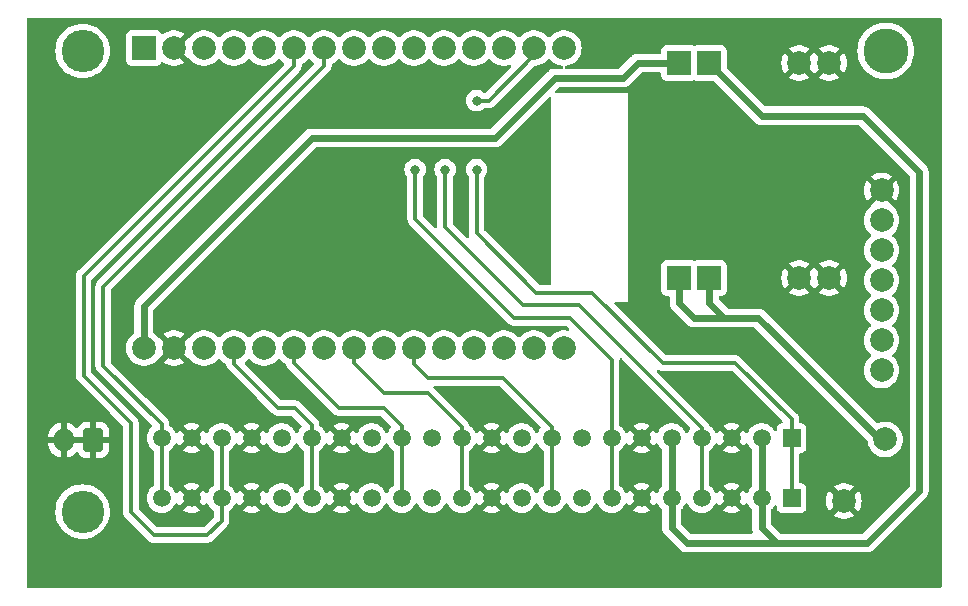
<source format=gbr>
%TF.GenerationSoftware,KiCad,Pcbnew,7.0.6*%
%TF.CreationDate,2023-07-22T15:37:15+02:00*%
%TF.ProjectId,Ctrl-MC Dsiplay Module PCB ver1,4374726c-2d4d-4432-9044-7369706c6179,rev?*%
%TF.SameCoordinates,Original*%
%TF.FileFunction,Copper,L2,Bot*%
%TF.FilePolarity,Positive*%
%FSLAX46Y46*%
G04 Gerber Fmt 4.6, Leading zero omitted, Abs format (unit mm)*
G04 Created by KiCad (PCBNEW 7.0.6) date 2023-07-22 15:37:15*
%MOMM*%
%LPD*%
G01*
G04 APERTURE LIST*
G04 Aperture macros list*
%AMRoundRect*
0 Rectangle with rounded corners*
0 $1 Rounding radius*
0 $2 $3 $4 $5 $6 $7 $8 $9 X,Y pos of 4 corners*
0 Add a 4 corners polygon primitive as box body*
4,1,4,$2,$3,$4,$5,$6,$7,$8,$9,$2,$3,0*
0 Add four circle primitives for the rounded corners*
1,1,$1+$1,$2,$3*
1,1,$1+$1,$4,$5*
1,1,$1+$1,$6,$7*
1,1,$1+$1,$8,$9*
0 Add four rect primitives between the rounded corners*
20,1,$1+$1,$2,$3,$4,$5,0*
20,1,$1+$1,$4,$5,$6,$7,0*
20,1,$1+$1,$6,$7,$8,$9,0*
20,1,$1+$1,$8,$9,$2,$3,0*%
G04 Aperture macros list end*
%TA.AperFunction,ComponentPad*%
%ADD10R,2.000000X2.000000*%
%TD*%
%TA.AperFunction,ComponentPad*%
%ADD11C,2.000000*%
%TD*%
%TA.AperFunction,WasherPad*%
%ADD12C,3.800000*%
%TD*%
%TA.AperFunction,WasherPad*%
%ADD13C,3.600000*%
%TD*%
%TA.AperFunction,ComponentPad*%
%ADD14RoundRect,0.250000X0.600000X0.750000X-0.600000X0.750000X-0.600000X-0.750000X0.600000X-0.750000X0*%
%TD*%
%TA.AperFunction,ComponentPad*%
%ADD15O,1.700000X2.000000*%
%TD*%
%TA.AperFunction,ComponentPad*%
%ADD16R,1.508000X1.508000*%
%TD*%
%TA.AperFunction,ComponentPad*%
%ADD17C,1.508000*%
%TD*%
%TA.AperFunction,ViaPad*%
%ADD18C,0.800000*%
%TD*%
%TA.AperFunction,Conductor*%
%ADD19C,0.600000*%
%TD*%
%TA.AperFunction,Conductor*%
%ADD20C,0.300000*%
%TD*%
G04 APERTURE END LIST*
D10*
%TO.P,EPS32-DEV-BOARD1,1,3V3*%
%TO.N,unconnected-(EPS32-DEV-BOARD1-3V3-Pad1)*%
X123600000Y-71755000D03*
D11*
%TO.P,EPS32-DEV-BOARD1,2,GND*%
%TO.N,GND*%
X126140000Y-71755000D03*
%TO.P,EPS32-DEV-BOARD1,3,D15*%
%TO.N,unconnected-(EPS32-DEV-BOARD1-D15-Pad3)*%
X128680000Y-71755000D03*
%TO.P,EPS32-DEV-BOARD1,4,D2*%
%TO.N,unconnected-(EPS32-DEV-BOARD1-D2-Pad4)*%
X131220000Y-71755000D03*
%TO.P,EPS32-DEV-BOARD1,5,D4*%
%TO.N,INP4*%
X133760000Y-71755000D03*
%TO.P,EPS32-DEV-BOARD1,6,RX2*%
%TO.N,UART RX*%
X136300000Y-71755000D03*
%TO.P,EPS32-DEV-BOARD1,7,TX2*%
%TO.N,UART TX*%
X138840000Y-71755000D03*
%TO.P,EPS32-DEV-BOARD1,8,D5*%
%TO.N,OLED CS*%
X141380000Y-71755000D03*
%TO.P,EPS32-DEV-BOARD1,9,D18*%
%TO.N,OLED CLK*%
X143920000Y-71755000D03*
%TO.P,EPS32-DEV-BOARD1,10,D19*%
%TO.N,INP19*%
X146460000Y-71755000D03*
%TO.P,EPS32-DEV-BOARD1,11,D21*%
%TO.N,INP21*%
X149000000Y-71755000D03*
%TO.P,EPS32-DEV-BOARD1,12,RX0*%
%TO.N,OLED DC*%
X151540000Y-71755000D03*
%TO.P,EPS32-DEV-BOARD1,13,TX0*%
%TO.N,OLED RES*%
X154080000Y-71755000D03*
%TO.P,EPS32-DEV-BOARD1,14,D22*%
%TO.N,INP22*%
X156620000Y-71755000D03*
%TO.P,EPS32-DEV-BOARD1,15,D23*%
%TO.N,OLED MOSI*%
X159160000Y-71755000D03*
%TO.P,EPS32-DEV-BOARD1,16,EN*%
%TO.N,unconnected-(EPS32-DEV-BOARD1-EN-Pad16)*%
X159160000Y-97155000D03*
%TO.P,EPS32-DEV-BOARD1,17,VP*%
%TO.N,unconnected-(EPS32-DEV-BOARD1-VP-Pad17)*%
X156620000Y-97155000D03*
%TO.P,EPS32-DEV-BOARD1,18,VN*%
%TO.N,unconnected-(EPS32-DEV-BOARD1-VN-Pad18)*%
X154080000Y-97155000D03*
%TO.P,EPS32-DEV-BOARD1,19,D34*%
%TO.N,unconnected-(EPS32-DEV-BOARD1-D34-Pad19)*%
X151540000Y-97155000D03*
%TO.P,EPS32-DEV-BOARD1,20,D35*%
%TO.N,unconnected-(EPS32-DEV-BOARD1-D35-Pad20)*%
X149000000Y-97155000D03*
%TO.P,EPS32-DEV-BOARD1,21,D32*%
%TO.N,INP32*%
X146460000Y-97155000D03*
%TO.P,EPS32-DEV-BOARD1,22,D33*%
%TO.N,INP33*%
X143920000Y-97155000D03*
%TO.P,EPS32-DEV-BOARD1,23,D25*%
%TO.N,INP25*%
X141380000Y-97155000D03*
%TO.P,EPS32-DEV-BOARD1,24,D26*%
%TO.N,INP26*%
X138840000Y-97155000D03*
%TO.P,EPS32-DEV-BOARD1,25,D27*%
%TO.N,INP27*%
X136300000Y-97155000D03*
%TO.P,EPS32-DEV-BOARD1,26,D14*%
%TO.N,INP14*%
X133760000Y-97155000D03*
%TO.P,EPS32-DEV-BOARD1,27,D12*%
%TO.N,INP12*%
X131220000Y-97155000D03*
%TO.P,EPS32-DEV-BOARD1,28,D13*%
%TO.N,INP13*%
X128680000Y-97155000D03*
%TO.P,EPS32-DEV-BOARD1,29,GND*%
%TO.N,GND*%
X126140000Y-97155000D03*
%TO.P,EPS32-DEV-BOARD1,30,VIN*%
%TO.N,+5V*%
X123600000Y-97155000D03*
%TD*%
D12*
%TO.P,OLED-DISP-MODULE1,*%
%TO.N,*%
X186405000Y-72000000D03*
D13*
X118405000Y-111000000D03*
X118405000Y-72000000D03*
D11*
%TO.P,OLED-DISP-MODULE1,1,CS*%
%TO.N,OLED CS*%
X186055000Y-99050000D03*
%TO.P,OLED-DISP-MODULE1,2,DC*%
%TO.N,OLED DC*%
X186055000Y-96510000D03*
%TO.P,OLED-DISP-MODULE1,3,RES*%
%TO.N,OLED RES*%
X186055000Y-93970000D03*
%TO.P,OLED-DISP-MODULE1,4,SDA*%
%TO.N,OLED MOSI*%
X186055000Y-91430000D03*
%TO.P,OLED-DISP-MODULE1,5,SCL*%
%TO.N,OLED CLK*%
X186055000Y-88890000D03*
%TO.P,OLED-DISP-MODULE1,6,VCC*%
%TO.N,+3V3*%
X186055000Y-86350000D03*
%TO.P,OLED-DISP-MODULE1,7,GND*%
%TO.N,GND*%
X186055000Y-83810000D03*
%TD*%
D14*
%TO.P,J3,1,Pin_1*%
%TO.N,GND*%
X119298303Y-104936813D03*
D15*
%TO.P,J3,2,Pin_2*%
X116798303Y-104936813D03*
%TD*%
D16*
%TO.P,J2,1_A,1*%
%TO.N,INP22*%
X178435000Y-104775000D03*
%TO.P,J2,1_B,1*%
X178435000Y-109855000D03*
D17*
%TO.P,J2,2_A,2*%
%TO.N,+5V*%
X175895000Y-104775000D03*
%TO.P,J2,2_B,2*%
X175895000Y-109855000D03*
%TO.P,J2,3_A,3*%
%TO.N,GND*%
X173355000Y-104775000D03*
%TO.P,J2,3_B,3*%
X173355000Y-109855000D03*
%TO.P,J2,4_A,4*%
%TO.N,INP21*%
X170815000Y-104775000D03*
%TO.P,J2,4_B,4*%
X170815000Y-109855000D03*
%TO.P,J2,5_A,5*%
%TO.N,+5V*%
X168275000Y-104775000D03*
%TO.P,J2,5_B,5*%
X168275000Y-109855000D03*
%TO.P,J2,6_A,6*%
%TO.N,GND*%
X165735000Y-104775000D03*
%TO.P,J2,6_B,6*%
X165735000Y-109855000D03*
%TO.P,J2,7_A,7*%
%TO.N,INP19*%
X163195000Y-104775000D03*
%TO.P,J2,7_B,7*%
X163195000Y-109855000D03*
%TO.P,J2,8_A,8*%
%TO.N,INP4*%
X160655000Y-104775000D03*
%TO.P,J2,8_B,8*%
X160655000Y-109855000D03*
%TO.P,J2,9_A,9*%
%TO.N,INP32*%
X158115000Y-104775000D03*
%TO.P,J2,9_B,9*%
X158115000Y-109855000D03*
%TO.P,J2,10_A,10*%
%TO.N,INP33*%
X155575000Y-104775000D03*
%TO.P,J2,10_B,10*%
X155575000Y-109855000D03*
%TO.P,J2,11_A,11*%
%TO.N,GND*%
X153035000Y-104775000D03*
%TO.P,J2,11_B,11*%
X153035000Y-109855000D03*
%TO.P,J2,12_A,12*%
%TO.N,INP25*%
X150495000Y-104775000D03*
%TO.P,J2,12_B,12*%
X150495000Y-109855000D03*
%TO.P,J2,13_A,13*%
%TO.N,INP26*%
X147955000Y-104775000D03*
%TO.P,J2,13_B,13*%
X147955000Y-109855000D03*
%TO.P,J2,14_A,14*%
%TO.N,INP27*%
X145415000Y-104775000D03*
%TO.P,J2,14_B,14*%
X145415000Y-109855000D03*
%TO.P,J2,15_A,15*%
%TO.N,INP14*%
X142875000Y-104775000D03*
%TO.P,J2,15_B,15*%
X142875000Y-109855000D03*
%TO.P,J2,16_A,16*%
%TO.N,GND*%
X140335000Y-104775000D03*
%TO.P,J2,16_B,16*%
X140335000Y-109855000D03*
%TO.P,J2,17_A,17*%
%TO.N,INP12*%
X137795000Y-104775000D03*
%TO.P,J2,17_B,17*%
X137795000Y-109855000D03*
%TO.P,J2,18_A,18*%
%TO.N,INP13*%
X135255000Y-104775000D03*
%TO.P,J2,18_B,18*%
X135255000Y-109855000D03*
%TO.P,J2,19_A,19*%
%TO.N,GND*%
X132715000Y-104775000D03*
%TO.P,J2,19_B,19*%
X132715000Y-109855000D03*
%TO.P,J2,20_A,20*%
%TO.N,UART RX*%
X130175000Y-104775000D03*
%TO.P,J2,20_B,20*%
X130175000Y-109855000D03*
%TO.P,J2,21_A,21*%
%TO.N,GND*%
X127635000Y-104775000D03*
%TO.P,J2,21_B,21*%
X127635000Y-109855000D03*
%TO.P,J2,22_A,22*%
%TO.N,UART TX*%
X125095000Y-104775000D03*
%TO.P,J2,22_B,22*%
X125095000Y-109855000D03*
%TD*%
D10*
%TO.P,PWR-MODULE1,1,IN1+*%
%TO.N,+12V*%
X168910000Y-91225000D03*
%TO.P,PWR-MODULE1,2,IN2+*%
X171450000Y-91225000D03*
D11*
%TO.P,PWR-MODULE1,3,IN1-*%
%TO.N,GND*%
X179070000Y-91225000D03*
%TO.P,PWR-MODULE1,4,IN2-*%
X181610000Y-91225000D03*
D10*
%TO.P,PWR-MODULE1,5,OUT1+*%
%TO.N,+5V*%
X168910000Y-73025000D03*
%TO.P,PWR-MODULE1,6,OUT2+*%
X171450000Y-73025000D03*
D11*
%TO.P,PWR-MODULE1,7,OUT1-*%
%TO.N,GND*%
X179070000Y-73025000D03*
%TO.P,PWR-MODULE1,8,OUT2-*%
X181610000Y-73025000D03*
%TD*%
%TO.P,J1,1,1*%
%TO.N,+12V*%
X186362443Y-104896278D03*
%TO.P,J1,2,2*%
%TO.N,GND*%
X182862440Y-110096278D03*
%TD*%
D18*
%TO.N,INP19*%
X146558000Y-82042000D03*
%TO.N,INP21*%
X149098000Y-82042000D03*
%TO.N,INP22*%
X151765000Y-76200000D03*
X151765000Y-82042000D03*
%TD*%
D19*
%TO.N,+5V*%
X123600000Y-93570000D02*
X123600000Y-97155000D01*
X158369000Y-74295000D02*
X153289000Y-79375000D01*
X164145000Y-74295000D02*
X158369000Y-74295000D01*
X165415000Y-73025000D02*
X164145000Y-74295000D01*
X168910000Y-73025000D02*
X165415000Y-73025000D01*
X153289000Y-79375000D02*
X137795000Y-79375000D01*
X137795000Y-79375000D02*
X123600000Y-93570000D01*
X175925000Y-77500000D02*
X171450000Y-73025000D01*
X189230000Y-82230000D02*
X184500000Y-77500000D01*
X189230000Y-109220000D02*
X189230000Y-82230000D01*
X184785000Y-113665000D02*
X189230000Y-109220000D01*
X177165000Y-113665000D02*
X184785000Y-113665000D01*
X184500000Y-77500000D02*
X175925000Y-77500000D01*
D20*
%TO.N,UART RX*%
X130175000Y-111760000D02*
X130175000Y-109855000D01*
X128935000Y-113000000D02*
X130175000Y-111760000D01*
X122500000Y-111070000D02*
X124430000Y-113000000D01*
X118500000Y-99500000D02*
X122500000Y-103500000D01*
X124430000Y-113000000D02*
X128935000Y-113000000D01*
X136300000Y-73250000D02*
X118500000Y-91050000D01*
X118500000Y-91050000D02*
X118500000Y-99500000D01*
X136300000Y-71755000D02*
X136300000Y-73250000D01*
X122500000Y-103500000D02*
X122500000Y-111070000D01*
%TO.N,INP12*%
X136376417Y-102235000D02*
X137795000Y-103653583D01*
X134981421Y-102235000D02*
X136376417Y-102235000D01*
X131220000Y-98473579D02*
X134981421Y-102235000D01*
X131220000Y-97155000D02*
X131220000Y-98473579D01*
X137795000Y-103653583D02*
X137795000Y-104775000D01*
%TO.N,INP27*%
X143915328Y-102235000D02*
X145415000Y-103734672D01*
X136300000Y-98448490D02*
X140086510Y-102235000D01*
X136300000Y-97155000D02*
X136300000Y-98448490D01*
X140086510Y-102235000D02*
X143915328Y-102235000D01*
X145415000Y-103734672D02*
X145415000Y-104775000D01*
%TO.N,INP25*%
X147631695Y-100965000D02*
X150495000Y-103828305D01*
X143891920Y-100965000D02*
X147631695Y-100965000D01*
X141380000Y-98453080D02*
X143891920Y-100965000D01*
X141380000Y-97155000D02*
X141380000Y-98453080D01*
X150495000Y-103828305D02*
X150495000Y-104775000D01*
%TO.N,INP32*%
X153989650Y-99695000D02*
X158115000Y-103820350D01*
X147667649Y-99695000D02*
X153989650Y-99695000D01*
X146460000Y-98487351D02*
X147667649Y-99695000D01*
X146460000Y-97155000D02*
X146460000Y-98487351D01*
X158115000Y-103820350D02*
X158115000Y-104775000D01*
D19*
%TO.N,+12V*%
X168910000Y-93345000D02*
X168910000Y-91750000D01*
X170180000Y-94615000D02*
X168910000Y-93345000D01*
X186362443Y-104896278D02*
X185896278Y-104896278D01*
X185896278Y-104896278D02*
X175615000Y-94615000D01*
X175615000Y-94615000D02*
X170180000Y-94615000D01*
D20*
%TO.N,INP22*%
X167513000Y-98425000D02*
X173672500Y-98425000D01*
X161544000Y-92456000D02*
X167513000Y-98425000D01*
X173672500Y-98425000D02*
X178435000Y-103187500D01*
X151765000Y-87444283D02*
X156776717Y-92456000D01*
X156776717Y-92456000D02*
X161544000Y-92456000D01*
X178435000Y-103187500D02*
X178435000Y-104775000D01*
X151765000Y-82042000D02*
X151765000Y-87444283D01*
%TO.N,INP21*%
X170815000Y-103886000D02*
X170815000Y-104775000D01*
X160401000Y-93472000D02*
X170815000Y-103886000D01*
X155702000Y-93472000D02*
X160401000Y-93472000D01*
X149098000Y-86868000D02*
X155702000Y-93472000D01*
X149098000Y-82042000D02*
X149098000Y-86868000D01*
%TO.N,UART TX*%
X125095000Y-103595000D02*
X125095000Y-104775000D01*
X120142000Y-91948000D02*
X120142000Y-98642000D01*
X138840000Y-73250000D02*
X120142000Y-91948000D01*
X120142000Y-98642000D02*
X125095000Y-103595000D01*
X138840000Y-71755000D02*
X138840000Y-73250000D01*
%TO.N,INP19*%
X154940000Y-94615000D02*
X159639000Y-94615000D01*
X146558000Y-86233000D02*
X154940000Y-94615000D01*
X163195000Y-98171000D02*
X163195000Y-104775000D01*
X146558000Y-82042000D02*
X146558000Y-86233000D01*
X159639000Y-94615000D02*
X163195000Y-98171000D01*
%TO.N,INP22*%
X156620000Y-72361000D02*
X156620000Y-71755000D01*
X152781000Y-76200000D02*
X156620000Y-72361000D01*
X151765000Y-76200000D02*
X152781000Y-76200000D01*
%TO.N,UART RX*%
X130175000Y-104775000D02*
X130175000Y-109855000D01*
%TO.N,UART TX*%
X125095000Y-104775000D02*
X125095000Y-109855000D01*
%TO.N,INP21*%
X170815000Y-104775000D02*
X170815000Y-109855000D01*
%TO.N,INP22*%
X178435000Y-104775000D02*
X178435000Y-109855000D01*
D19*
%TO.N,+5V*%
X175895000Y-109855000D02*
X175895000Y-104775000D01*
X168275000Y-109855000D02*
X168275000Y-104775000D01*
D20*
%TO.N,INP19*%
X163195000Y-104775000D02*
X163195000Y-109855000D01*
%TO.N,INP32*%
X158115000Y-104775000D02*
X158115000Y-109855000D01*
%TO.N,INP25*%
X150495000Y-104775000D02*
X150495000Y-109855000D01*
%TO.N,INP27*%
X145415000Y-104775000D02*
X145415000Y-109855000D01*
%TO.N,INP12*%
X137795000Y-104775000D02*
X137795000Y-109855000D01*
D19*
%TO.N,+12V*%
X171450000Y-93345000D02*
X171450000Y-91750000D01*
X172720000Y-94615000D02*
X171450000Y-93345000D01*
%TO.N,+5V*%
X169545000Y-113665000D02*
X168275000Y-112395000D01*
X174625000Y-113665000D02*
X169545000Y-113665000D01*
X175895000Y-109855000D02*
X175895000Y-112395000D01*
X175895000Y-112395000D02*
X177165000Y-113665000D01*
X168275000Y-112395000D02*
X168275000Y-109855000D01*
X174625000Y-113665000D02*
X177165000Y-113665000D01*
%TD*%
%TA.AperFunction,Conductor*%
%TO.N,GND*%
G36*
X174400996Y-110547443D02*
G01*
X174445146Y-110484390D01*
X174512342Y-110340289D01*
X174558514Y-110287849D01*
X174625707Y-110268697D01*
X174692589Y-110288913D01*
X174737106Y-110340288D01*
X174804421Y-110484646D01*
X174804423Y-110484650D01*
X174930322Y-110664452D01*
X174930327Y-110664458D01*
X175058181Y-110792312D01*
X175091666Y-110853635D01*
X175094500Y-110879993D01*
X175094500Y-112485191D01*
X175094501Y-112485200D01*
X175103791Y-112525908D01*
X175104955Y-112532763D01*
X175109632Y-112574259D01*
X175123420Y-112613662D01*
X175125345Y-112620345D01*
X175134639Y-112661059D01*
X175146987Y-112686701D01*
X175158337Y-112755643D01*
X175130613Y-112819777D01*
X175072616Y-112858741D01*
X175035265Y-112864500D01*
X169927940Y-112864500D01*
X169860901Y-112844815D01*
X169840259Y-112828181D01*
X169111819Y-112099741D01*
X169078334Y-112038418D01*
X169075500Y-112012060D01*
X169075500Y-110879993D01*
X169095185Y-110812954D01*
X169111819Y-110792312D01*
X169154940Y-110749191D01*
X169239674Y-110664457D01*
X169365579Y-110484646D01*
X169432618Y-110340878D01*
X169478790Y-110288439D01*
X169545983Y-110269287D01*
X169612864Y-110289502D01*
X169657381Y-110340878D01*
X169688108Y-110406771D01*
X169724419Y-110484642D01*
X169724423Y-110484650D01*
X169850322Y-110664452D01*
X169850326Y-110664457D01*
X170005543Y-110819674D01*
X170005545Y-110819675D01*
X170005547Y-110819677D01*
X170185349Y-110945576D01*
X170185351Y-110945577D01*
X170185354Y-110945579D01*
X170384297Y-111038347D01*
X170596326Y-111095161D01*
X170752521Y-111108826D01*
X170814998Y-111114292D01*
X170815000Y-111114292D01*
X170815002Y-111114292D01*
X170869797Y-111109498D01*
X171033674Y-111095161D01*
X171245703Y-111038347D01*
X171444646Y-110945579D01*
X171624457Y-110819674D01*
X171779674Y-110664457D01*
X171905579Y-110484646D01*
X171972893Y-110340288D01*
X172019065Y-110287849D01*
X172086258Y-110268697D01*
X172153139Y-110288912D01*
X172197657Y-110340288D01*
X172264855Y-110484393D01*
X172264856Y-110484395D01*
X172309002Y-110547442D01*
X172309003Y-110547443D01*
X172871922Y-109984523D01*
X172895507Y-110064844D01*
X172973239Y-110185798D01*
X173081900Y-110279952D01*
X173212685Y-110339680D01*
X173222466Y-110341086D01*
X172662555Y-110900996D01*
X172725604Y-110945143D01*
X172725606Y-110945144D01*
X172924466Y-111037875D01*
X172924475Y-111037878D01*
X173136407Y-111094664D01*
X173136417Y-111094666D01*
X173354999Y-111113790D01*
X173355001Y-111113790D01*
X173573582Y-111094666D01*
X173573592Y-111094664D01*
X173785524Y-111037878D01*
X173785533Y-111037874D01*
X173984392Y-110945145D01*
X174047443Y-110900996D01*
X173487534Y-110341086D01*
X173497315Y-110339680D01*
X173628100Y-110279952D01*
X173736761Y-110185798D01*
X173814493Y-110064844D01*
X173838076Y-109984523D01*
X174400996Y-110547443D01*
G37*
%TD.AperFunction*%
%TA.AperFunction,Conductor*%
G36*
X167352540Y-73845185D02*
G01*
X167398295Y-73897989D01*
X167409501Y-73949500D01*
X167409501Y-74072876D01*
X167415908Y-74132483D01*
X167466202Y-74267328D01*
X167466206Y-74267335D01*
X167552452Y-74382544D01*
X167552455Y-74382547D01*
X167667664Y-74468793D01*
X167667671Y-74468797D01*
X167802517Y-74519091D01*
X167802516Y-74519091D01*
X167809444Y-74519835D01*
X167862127Y-74525500D01*
X169957872Y-74525499D01*
X170017483Y-74519091D01*
X170136667Y-74474637D01*
X170206358Y-74469654D01*
X170223329Y-74474636D01*
X170342517Y-74519091D01*
X170342516Y-74519091D01*
X170349444Y-74519835D01*
X170402127Y-74525500D01*
X171767059Y-74525499D01*
X171834098Y-74545184D01*
X171854740Y-74561818D01*
X175292841Y-77999918D01*
X175292851Y-77999929D01*
X175295183Y-78002261D01*
X175295184Y-78002262D01*
X175422738Y-78129816D01*
X175458103Y-78152037D01*
X175463768Y-78156057D01*
X175496414Y-78182092D01*
X175534038Y-78200210D01*
X175540123Y-78203574D01*
X175575478Y-78225789D01*
X175614899Y-78239583D01*
X175621307Y-78242238D01*
X175658939Y-78260360D01*
X175699641Y-78269650D01*
X175706328Y-78271576D01*
X175745742Y-78285367D01*
X175745745Y-78285368D01*
X175787241Y-78290043D01*
X175794093Y-78291207D01*
X175834806Y-78300500D01*
X175880046Y-78300500D01*
X184117060Y-78300500D01*
X184184099Y-78320185D01*
X184204741Y-78336819D01*
X188393181Y-82525259D01*
X188426666Y-82586582D01*
X188429500Y-82612940D01*
X188429500Y-108837059D01*
X188409815Y-108904098D01*
X188393181Y-108924740D01*
X184489741Y-112828181D01*
X184428418Y-112861666D01*
X184402060Y-112864500D01*
X177547940Y-112864500D01*
X177480901Y-112844815D01*
X177460259Y-112828181D01*
X176731819Y-112099740D01*
X176698334Y-112038417D01*
X176695500Y-112012059D01*
X176695500Y-110879993D01*
X176715185Y-110812954D01*
X176731819Y-110792312D01*
X176774940Y-110749191D01*
X176859674Y-110664457D01*
X176954927Y-110528421D01*
X177009501Y-110484798D01*
X177079000Y-110477604D01*
X177141355Y-110509126D01*
X177176769Y-110569356D01*
X177180500Y-110599544D01*
X177180500Y-110656869D01*
X177180501Y-110656876D01*
X177186908Y-110716483D01*
X177237202Y-110851328D01*
X177237206Y-110851335D01*
X177323452Y-110966544D01*
X177323455Y-110966547D01*
X177438664Y-111052793D01*
X177438671Y-111052797D01*
X177573517Y-111103091D01*
X177573516Y-111103091D01*
X177580444Y-111103835D01*
X177633127Y-111109500D01*
X179236872Y-111109499D01*
X179296483Y-111103091D01*
X179431331Y-111052796D01*
X179546546Y-110966546D01*
X179632796Y-110851331D01*
X179683091Y-110716483D01*
X179689500Y-110656873D01*
X179689500Y-110096283D01*
X181357299Y-110096283D01*
X181377825Y-110344007D01*
X181377827Y-110344016D01*
X181438852Y-110584995D01*
X181538706Y-110812642D01*
X181639004Y-110966160D01*
X182350548Y-110254616D01*
X182355113Y-110276582D01*
X182422571Y-110406771D01*
X182522653Y-110513933D01*
X182647935Y-110590118D01*
X182705909Y-110606361D01*
X181992382Y-111319887D01*
X182039208Y-111356333D01*
X182039210Y-111356334D01*
X182257825Y-111474642D01*
X182257836Y-111474647D01*
X182492946Y-111555361D01*
X182738147Y-111596278D01*
X182986733Y-111596278D01*
X183231933Y-111555361D01*
X183467043Y-111474647D01*
X183467054Y-111474642D01*
X183685668Y-111356335D01*
X183685671Y-111356333D01*
X183732496Y-111319887D01*
X183021390Y-110608781D01*
X183142192Y-110556310D01*
X183255933Y-110463775D01*
X183340491Y-110343984D01*
X183372797Y-110253083D01*
X184085874Y-110966160D01*
X184186171Y-110812647D01*
X184286027Y-110584995D01*
X184347052Y-110344016D01*
X184347054Y-110344007D01*
X184367581Y-110096283D01*
X184367581Y-110096272D01*
X184347054Y-109848548D01*
X184347052Y-109848539D01*
X184286027Y-109607560D01*
X184186171Y-109379908D01*
X184085874Y-109226394D01*
X183374331Y-109937938D01*
X183369767Y-109915974D01*
X183302309Y-109785785D01*
X183202227Y-109678623D01*
X183076945Y-109602438D01*
X183018971Y-109586194D01*
X183732497Y-108872668D01*
X183732496Y-108872667D01*
X183685669Y-108836221D01*
X183467054Y-108717913D01*
X183467043Y-108717908D01*
X183231933Y-108637194D01*
X182986733Y-108596278D01*
X182738147Y-108596278D01*
X182492946Y-108637194D01*
X182257836Y-108717908D01*
X182257830Y-108717910D01*
X182039201Y-108836227D01*
X181992382Y-108872666D01*
X181992382Y-108872668D01*
X182703489Y-109583774D01*
X182582688Y-109636246D01*
X182468947Y-109728781D01*
X182384389Y-109848572D01*
X182352082Y-109939472D01*
X181639004Y-109226394D01*
X181538707Y-109379910D01*
X181438852Y-109607560D01*
X181377827Y-109848539D01*
X181377825Y-109848548D01*
X181357299Y-110096272D01*
X181357299Y-110096283D01*
X179689500Y-110096283D01*
X179689499Y-109053128D01*
X179683091Y-108993517D01*
X179654808Y-108917687D01*
X179632797Y-108858671D01*
X179632793Y-108858664D01*
X179546547Y-108743455D01*
X179546544Y-108743452D01*
X179431335Y-108657206D01*
X179431328Y-108657202D01*
X179296482Y-108606908D01*
X179296483Y-108606908D01*
X179236883Y-108600501D01*
X179236881Y-108600500D01*
X179236873Y-108600500D01*
X179236865Y-108600500D01*
X179209500Y-108600500D01*
X179142461Y-108580815D01*
X179096706Y-108528011D01*
X179085500Y-108476500D01*
X179085500Y-106153499D01*
X179105185Y-106086460D01*
X179157989Y-106040705D01*
X179209500Y-106029499D01*
X179236871Y-106029499D01*
X179236872Y-106029499D01*
X179296483Y-106023091D01*
X179431331Y-105972796D01*
X179546546Y-105886546D01*
X179632796Y-105771331D01*
X179683091Y-105636483D01*
X179689500Y-105576873D01*
X179689499Y-103973128D01*
X179683091Y-103913517D01*
X179679320Y-103903407D01*
X179632797Y-103778671D01*
X179632793Y-103778664D01*
X179546547Y-103663455D01*
X179546544Y-103663452D01*
X179431335Y-103577206D01*
X179431328Y-103577202D01*
X179296482Y-103526908D01*
X179296483Y-103526908D01*
X179236883Y-103520501D01*
X179236881Y-103520500D01*
X179236873Y-103520500D01*
X179236865Y-103520500D01*
X179209500Y-103520500D01*
X179142461Y-103500815D01*
X179096706Y-103448011D01*
X179085500Y-103396500D01*
X179085500Y-103273001D01*
X179087268Y-103256988D01*
X179087026Y-103256966D01*
X179087758Y-103249210D01*
X179087760Y-103249203D01*
X179085500Y-103177296D01*
X179085500Y-103146575D01*
X179084579Y-103139288D01*
X179084122Y-103133479D01*
X179082597Y-103084931D01*
X179076676Y-103064553D01*
X179072731Y-103045504D01*
X179070071Y-103024442D01*
X179052186Y-102979271D01*
X179050298Y-102973754D01*
X179036744Y-102927102D01*
X179036744Y-102927101D01*
X179025939Y-102908832D01*
X179017379Y-102891358D01*
X179015664Y-102887027D01*
X179009568Y-102871629D01*
X178981014Y-102832328D01*
X178977810Y-102827450D01*
X178973295Y-102819816D01*
X178953081Y-102785635D01*
X178938074Y-102770629D01*
X178925435Y-102755830D01*
X178912961Y-102738660D01*
X178875528Y-102707694D01*
X178871206Y-102703760D01*
X174192934Y-98025488D01*
X174182861Y-98012914D01*
X174182674Y-98013070D01*
X174177701Y-98007059D01*
X174125256Y-97957810D01*
X174103535Y-97936089D01*
X174097740Y-97931594D01*
X174093298Y-97927799D01*
X174057896Y-97894554D01*
X174057888Y-97894548D01*
X174039292Y-97884325D01*
X174023031Y-97873644D01*
X174006263Y-97860637D01*
X173982795Y-97850482D01*
X173961678Y-97841343D01*
X173956456Y-97838786D01*
X173913868Y-97815373D01*
X173913865Y-97815372D01*
X173893301Y-97810092D01*
X173874896Y-97803790D01*
X173855427Y-97795365D01*
X173855421Y-97795363D01*
X173807451Y-97787766D01*
X173801736Y-97786582D01*
X173785272Y-97782355D01*
X173754680Y-97774500D01*
X173754677Y-97774500D01*
X173733455Y-97774500D01*
X173714055Y-97772973D01*
X173693096Y-97769653D01*
X173693095Y-97769653D01*
X173669286Y-97771903D01*
X173644730Y-97774225D01*
X173638892Y-97774500D01*
X167833808Y-97774500D01*
X167766769Y-97754815D01*
X167746127Y-97738181D01*
X163454627Y-93446681D01*
X163421142Y-93385358D01*
X163426126Y-93315666D01*
X163467998Y-93259733D01*
X163533462Y-93235316D01*
X163542308Y-93235000D01*
X164590000Y-93235000D01*
X164590000Y-92272870D01*
X167409500Y-92272870D01*
X167409501Y-92272876D01*
X167415908Y-92332483D01*
X167466202Y-92467328D01*
X167466206Y-92467335D01*
X167552452Y-92582544D01*
X167552455Y-92582547D01*
X167667664Y-92668793D01*
X167667671Y-92668797D01*
X167669969Y-92669654D01*
X167802517Y-92719091D01*
X167862127Y-92725500D01*
X167985500Y-92725499D01*
X168052539Y-92745183D01*
X168098294Y-92797987D01*
X168109500Y-92849499D01*
X168109500Y-93435191D01*
X168109501Y-93435200D01*
X168118791Y-93475908D01*
X168119955Y-93482763D01*
X168124632Y-93524259D01*
X168138420Y-93563662D01*
X168140345Y-93570345D01*
X168149639Y-93611061D01*
X168167759Y-93648688D01*
X168170421Y-93655114D01*
X168184212Y-93694525D01*
X168206422Y-93729872D01*
X168209787Y-93735959D01*
X168227910Y-93773589D01*
X168253940Y-93806229D01*
X168257966Y-93811904D01*
X168269106Y-93829632D01*
X168280184Y-93847262D01*
X168312173Y-93879251D01*
X168312174Y-93879252D01*
X169550184Y-95117262D01*
X169677738Y-95244816D01*
X169713087Y-95267027D01*
X169713089Y-95267028D01*
X169718765Y-95271055D01*
X169751411Y-95297090D01*
X169751412Y-95297091D01*
X169772548Y-95307269D01*
X169789035Y-95315208D01*
X169795112Y-95318567D01*
X169812214Y-95329313D01*
X169830477Y-95340789D01*
X169869891Y-95354581D01*
X169876320Y-95357244D01*
X169913941Y-95375361D01*
X169954641Y-95384650D01*
X169961328Y-95386576D01*
X170000742Y-95400367D01*
X170000745Y-95400368D01*
X170042241Y-95405043D01*
X170049093Y-95406207D01*
X170089806Y-95415500D01*
X170135046Y-95415500D01*
X172629806Y-95415500D01*
X172810194Y-95415500D01*
X175232060Y-95415500D01*
X175299099Y-95435185D01*
X175319741Y-95451819D01*
X184833024Y-104965102D01*
X184866509Y-105026425D01*
X184868919Y-105042543D01*
X184877333Y-105144090D01*
X184877335Y-105144102D01*
X184938379Y-105385159D01*
X185038269Y-105612884D01*
X185174276Y-105821060D01*
X185174279Y-105821063D01*
X185342699Y-106004016D01*
X185538934Y-106156752D01*
X185757633Y-106275106D01*
X185992829Y-106355849D01*
X186238108Y-106396778D01*
X186486778Y-106396778D01*
X186732057Y-106355849D01*
X186967253Y-106275106D01*
X187185952Y-106156752D01*
X187382187Y-106004016D01*
X187550607Y-105821063D01*
X187555254Y-105813951D01*
X187605659Y-105736799D01*
X187686616Y-105612885D01*
X187786506Y-105385159D01*
X187847551Y-105144099D01*
X187857302Y-105026425D01*
X187868086Y-104896283D01*
X187868086Y-104896272D01*
X187847552Y-104648465D01*
X187847550Y-104648453D01*
X187786506Y-104407396D01*
X187686616Y-104179671D01*
X187550609Y-103971495D01*
X187529000Y-103948022D01*
X187382187Y-103788540D01*
X187185952Y-103635804D01*
X187185950Y-103635803D01*
X187185949Y-103635802D01*
X186967254Y-103517450D01*
X186967245Y-103517447D01*
X186732059Y-103436707D01*
X186486778Y-103395778D01*
X186238108Y-103395778D01*
X185992826Y-103436707D01*
X185752783Y-103519115D01*
X185752194Y-103517401D01*
X185690727Y-103525274D01*
X185627626Y-103495274D01*
X185622582Y-103490504D01*
X181182083Y-99050005D01*
X184549357Y-99050005D01*
X184569890Y-99297812D01*
X184569892Y-99297824D01*
X184630936Y-99538881D01*
X184730826Y-99766606D01*
X184866833Y-99974782D01*
X184875073Y-99983733D01*
X185035256Y-100157738D01*
X185231491Y-100310474D01*
X185450190Y-100428828D01*
X185685386Y-100509571D01*
X185930665Y-100550500D01*
X186179335Y-100550500D01*
X186424614Y-100509571D01*
X186659810Y-100428828D01*
X186878509Y-100310474D01*
X187074744Y-100157738D01*
X187243164Y-99974785D01*
X187379173Y-99766607D01*
X187479063Y-99538881D01*
X187540108Y-99297821D01*
X187540302Y-99295488D01*
X187553961Y-99130637D01*
X187560643Y-99050000D01*
X187545724Y-98869951D01*
X187540109Y-98802187D01*
X187540107Y-98802175D01*
X187479063Y-98561118D01*
X187379173Y-98333393D01*
X187243166Y-98125217D01*
X187201338Y-98079780D01*
X187074744Y-97942262D01*
X186991991Y-97877852D01*
X186951179Y-97821143D01*
X186947504Y-97751370D01*
X186982136Y-97690687D01*
X186991985Y-97682151D01*
X187074744Y-97617738D01*
X187243164Y-97434785D01*
X187379173Y-97226607D01*
X187479063Y-96998881D01*
X187540108Y-96757821D01*
X187560643Y-96510000D01*
X187542009Y-96285116D01*
X187540109Y-96262187D01*
X187540107Y-96262175D01*
X187479063Y-96021118D01*
X187379173Y-95793393D01*
X187243166Y-95585217D01*
X187221557Y-95561744D01*
X187074744Y-95402262D01*
X186991991Y-95337852D01*
X186951179Y-95281143D01*
X186947504Y-95211370D01*
X186982136Y-95150687D01*
X186991985Y-95142151D01*
X187074744Y-95077738D01*
X187243164Y-94894785D01*
X187379173Y-94686607D01*
X187479063Y-94458881D01*
X187540108Y-94217821D01*
X187560643Y-93970000D01*
X187546127Y-93794815D01*
X187540109Y-93722187D01*
X187540107Y-93722175D01*
X187479063Y-93481118D01*
X187379173Y-93253393D01*
X187243166Y-93045217D01*
X187200399Y-92998760D01*
X187074744Y-92862262D01*
X186991991Y-92797852D01*
X186951179Y-92741143D01*
X186947504Y-92671370D01*
X186982136Y-92610687D01*
X186991985Y-92602151D01*
X187074744Y-92537738D01*
X187243164Y-92354785D01*
X187379173Y-92146607D01*
X187479063Y-91918881D01*
X187540108Y-91677821D01*
X187541249Y-91664058D01*
X187548113Y-91581213D01*
X187560643Y-91430000D01*
X187543657Y-91225005D01*
X187540109Y-91182187D01*
X187540107Y-91182175D01*
X187479063Y-90941118D01*
X187379173Y-90713393D01*
X187243166Y-90505217D01*
X187222860Y-90483159D01*
X187074744Y-90322262D01*
X187047525Y-90301077D01*
X186991991Y-90257852D01*
X186951178Y-90201141D01*
X186947505Y-90131368D01*
X186982136Y-90070685D01*
X186991974Y-90062160D01*
X187074744Y-89997738D01*
X187243164Y-89814785D01*
X187379173Y-89606607D01*
X187479063Y-89378881D01*
X187540108Y-89137821D01*
X187560643Y-88890000D01*
X187540108Y-88642179D01*
X187479063Y-88401119D01*
X187379173Y-88173393D01*
X187379172Y-88173393D01*
X187243166Y-87965217D01*
X187176796Y-87893120D01*
X187074744Y-87782262D01*
X186991991Y-87717852D01*
X186951179Y-87661143D01*
X186947504Y-87591370D01*
X186982136Y-87530687D01*
X186991985Y-87522151D01*
X187074744Y-87457738D01*
X187243164Y-87274785D01*
X187379173Y-87066607D01*
X187479063Y-86838881D01*
X187540108Y-86597821D01*
X187560643Y-86350000D01*
X187545190Y-86163505D01*
X187540109Y-86102187D01*
X187540107Y-86102175D01*
X187479063Y-85861118D01*
X187379173Y-85633393D01*
X187243166Y-85425217D01*
X187221557Y-85401744D01*
X187074744Y-85242262D01*
X186971253Y-85161712D01*
X186930442Y-85105003D01*
X186923655Y-85056176D01*
X186925056Y-85033609D01*
X186187533Y-84296086D01*
X186197315Y-84294680D01*
X186328100Y-84234952D01*
X186436761Y-84140798D01*
X186514493Y-84019844D01*
X186538076Y-83939524D01*
X187278434Y-84679882D01*
X187378731Y-84526369D01*
X187478587Y-84298717D01*
X187539612Y-84057738D01*
X187539614Y-84057729D01*
X187560141Y-83810005D01*
X187560141Y-83809994D01*
X187539614Y-83562270D01*
X187539612Y-83562261D01*
X187478587Y-83321282D01*
X187378731Y-83093630D01*
X187278434Y-82940116D01*
X186538076Y-83680475D01*
X186514493Y-83600156D01*
X186436761Y-83479202D01*
X186328100Y-83385048D01*
X186197315Y-83325320D01*
X186187531Y-83323913D01*
X186925056Y-82586389D01*
X186878229Y-82549943D01*
X186659614Y-82431635D01*
X186659603Y-82431630D01*
X186424493Y-82350916D01*
X186179293Y-82310000D01*
X185930707Y-82310000D01*
X185685506Y-82350916D01*
X185450396Y-82431630D01*
X185450390Y-82431632D01*
X185231761Y-82549949D01*
X185184942Y-82586388D01*
X185184942Y-82586390D01*
X185922466Y-83323913D01*
X185912685Y-83325320D01*
X185781900Y-83385048D01*
X185673239Y-83479202D01*
X185595507Y-83600156D01*
X185571923Y-83680474D01*
X184831563Y-82940116D01*
X184731267Y-83093632D01*
X184631412Y-83321282D01*
X184570387Y-83562261D01*
X184570385Y-83562270D01*
X184549859Y-83809994D01*
X184549859Y-83810005D01*
X184570385Y-84057729D01*
X184570387Y-84057738D01*
X184631412Y-84298717D01*
X184731266Y-84526364D01*
X184831564Y-84679882D01*
X185571922Y-83939523D01*
X185595507Y-84019844D01*
X185673239Y-84140798D01*
X185781900Y-84234952D01*
X185912685Y-84294680D01*
X185922466Y-84296086D01*
X185184942Y-85033609D01*
X185186343Y-85056177D01*
X185170850Y-85124307D01*
X185138744Y-85161713D01*
X185035258Y-85242260D01*
X184866833Y-85425217D01*
X184730826Y-85633393D01*
X184630936Y-85861118D01*
X184569892Y-86102175D01*
X184569890Y-86102187D01*
X184549357Y-86349994D01*
X184549357Y-86350005D01*
X184569890Y-86597812D01*
X184569892Y-86597824D01*
X184630936Y-86838881D01*
X184730826Y-87066606D01*
X184866833Y-87274782D01*
X184899245Y-87309991D01*
X185035256Y-87457738D01*
X185118010Y-87522148D01*
X185158821Y-87578855D01*
X185162496Y-87648628D01*
X185127865Y-87709311D01*
X185118009Y-87717852D01*
X185035258Y-87782260D01*
X184866833Y-87965217D01*
X184730826Y-88173393D01*
X184630936Y-88401118D01*
X184569892Y-88642175D01*
X184569890Y-88642187D01*
X184549357Y-88889994D01*
X184549357Y-88890005D01*
X184569890Y-89137812D01*
X184569892Y-89137824D01*
X184630936Y-89378881D01*
X184730826Y-89606606D01*
X184866833Y-89814782D01*
X184866836Y-89814785D01*
X185035256Y-89997738D01*
X185118008Y-90062146D01*
X185158820Y-90118856D01*
X185162495Y-90188629D01*
X185127864Y-90249312D01*
X185118009Y-90257852D01*
X185035255Y-90322262D01*
X184866833Y-90505217D01*
X184730826Y-90713393D01*
X184630936Y-90941118D01*
X184569892Y-91182175D01*
X184569890Y-91182187D01*
X184549357Y-91429994D01*
X184549357Y-91430005D01*
X184569890Y-91677812D01*
X184569892Y-91677824D01*
X184630936Y-91918881D01*
X184730826Y-92146606D01*
X184866833Y-92354782D01*
X184866836Y-92354785D01*
X185035256Y-92537738D01*
X185118008Y-92602147D01*
X185158821Y-92658857D01*
X185162496Y-92728630D01*
X185127864Y-92789313D01*
X185118014Y-92797848D01*
X185087627Y-92821500D01*
X185035257Y-92862261D01*
X184866833Y-93045217D01*
X184730826Y-93253393D01*
X184630936Y-93481118D01*
X184569892Y-93722175D01*
X184569890Y-93722187D01*
X184549357Y-93969994D01*
X184549357Y-93970005D01*
X184569890Y-94217812D01*
X184569892Y-94217824D01*
X184630936Y-94458881D01*
X184730826Y-94686606D01*
X184866833Y-94894782D01*
X184866836Y-94894785D01*
X185035256Y-95077738D01*
X185118008Y-95142147D01*
X185158821Y-95198857D01*
X185162496Y-95268630D01*
X185127864Y-95329313D01*
X185118014Y-95337848D01*
X185093095Y-95357244D01*
X185037691Y-95400367D01*
X185035256Y-95402262D01*
X185024452Y-95413997D01*
X184866833Y-95585217D01*
X184730826Y-95793393D01*
X184630936Y-96021118D01*
X184569892Y-96262175D01*
X184569890Y-96262187D01*
X184549357Y-96509994D01*
X184549357Y-96510005D01*
X184569890Y-96757812D01*
X184569892Y-96757824D01*
X184630936Y-96998881D01*
X184730826Y-97226606D01*
X184866833Y-97434782D01*
X184866836Y-97434785D01*
X185035256Y-97617738D01*
X185118010Y-97682148D01*
X185158821Y-97738855D01*
X185162496Y-97808628D01*
X185127865Y-97869311D01*
X185118009Y-97877852D01*
X185035258Y-97942260D01*
X184866833Y-98125217D01*
X184730826Y-98333393D01*
X184630936Y-98561118D01*
X184569892Y-98802175D01*
X184569890Y-98802187D01*
X184549357Y-99049994D01*
X184549357Y-99050005D01*
X181182083Y-99050005D01*
X176166693Y-94034615D01*
X176166691Y-94034612D01*
X176149252Y-94017173D01*
X176117262Y-93985184D01*
X176117259Y-93985182D01*
X176117258Y-93985181D01*
X176081904Y-93962966D01*
X176076229Y-93958940D01*
X176043589Y-93932910D01*
X176005959Y-93914787D01*
X175999872Y-93911422D01*
X175964525Y-93889212D01*
X175925114Y-93875421D01*
X175918688Y-93872759D01*
X175881061Y-93854639D01*
X175840345Y-93845345D01*
X175833662Y-93843420D01*
X175794259Y-93829632D01*
X175752763Y-93824955D01*
X175745908Y-93823791D01*
X175705200Y-93814501D01*
X175705196Y-93814500D01*
X175705194Y-93814500D01*
X175705191Y-93814500D01*
X173102940Y-93814500D01*
X173035901Y-93794815D01*
X173015259Y-93778181D01*
X172286819Y-93049741D01*
X172253334Y-92988418D01*
X172250500Y-92962060D01*
X172250500Y-92849499D01*
X172270185Y-92782460D01*
X172322989Y-92736705D01*
X172374500Y-92725499D01*
X172497871Y-92725499D01*
X172497872Y-92725499D01*
X172557483Y-92719091D01*
X172692331Y-92668796D01*
X172807546Y-92582546D01*
X172893796Y-92467331D01*
X172944091Y-92332483D01*
X172950500Y-92272873D01*
X172950500Y-91225005D01*
X177564859Y-91225005D01*
X177585385Y-91472729D01*
X177585387Y-91472738D01*
X177646412Y-91713717D01*
X177746266Y-91941364D01*
X177846564Y-92094882D01*
X178586923Y-91354523D01*
X178610507Y-91434844D01*
X178688239Y-91555798D01*
X178796900Y-91649952D01*
X178927685Y-91709680D01*
X178937466Y-91711086D01*
X178199942Y-92448609D01*
X178246768Y-92485055D01*
X178246770Y-92485056D01*
X178465385Y-92603364D01*
X178465396Y-92603369D01*
X178700506Y-92684083D01*
X178945707Y-92725000D01*
X179194293Y-92725000D01*
X179439493Y-92684083D01*
X179674603Y-92603369D01*
X179674614Y-92603364D01*
X179893228Y-92485057D01*
X179893231Y-92485055D01*
X179940056Y-92448609D01*
X179202533Y-91711086D01*
X179212315Y-91709680D01*
X179343100Y-91649952D01*
X179451761Y-91555798D01*
X179529493Y-91434844D01*
X179553076Y-91354524D01*
X180293433Y-92094881D01*
X180327211Y-92091379D01*
X180352794Y-92091380D01*
X180386564Y-92094882D01*
X181126923Y-91354523D01*
X181150507Y-91434844D01*
X181228239Y-91555798D01*
X181336900Y-91649952D01*
X181467685Y-91709680D01*
X181477466Y-91711086D01*
X180739942Y-92448609D01*
X180786768Y-92485055D01*
X180786770Y-92485056D01*
X181005385Y-92603364D01*
X181005396Y-92603369D01*
X181240506Y-92684083D01*
X181485707Y-92725000D01*
X181734293Y-92725000D01*
X181979493Y-92684083D01*
X182214603Y-92603369D01*
X182214614Y-92603364D01*
X182433228Y-92485057D01*
X182433231Y-92485055D01*
X182480056Y-92448609D01*
X181742533Y-91711086D01*
X181752315Y-91709680D01*
X181883100Y-91649952D01*
X181991761Y-91555798D01*
X182069493Y-91434844D01*
X182093076Y-91354524D01*
X182833434Y-92094882D01*
X182933731Y-91941369D01*
X183033587Y-91713717D01*
X183094612Y-91472738D01*
X183094614Y-91472729D01*
X183115141Y-91225005D01*
X183115141Y-91224994D01*
X183094614Y-90977270D01*
X183094612Y-90977261D01*
X183033587Y-90736282D01*
X182933731Y-90508630D01*
X182833434Y-90355116D01*
X182093076Y-91095474D01*
X182069493Y-91015156D01*
X181991761Y-90894202D01*
X181883100Y-90800048D01*
X181752315Y-90740320D01*
X181742534Y-90738913D01*
X182480057Y-90001390D01*
X182480056Y-90001389D01*
X182433229Y-89964943D01*
X182214614Y-89846635D01*
X182214603Y-89846630D01*
X181979493Y-89765916D01*
X181734293Y-89725000D01*
X181485707Y-89725000D01*
X181240506Y-89765916D01*
X181005396Y-89846630D01*
X181005390Y-89846632D01*
X180786761Y-89964949D01*
X180739942Y-90001388D01*
X180739942Y-90001390D01*
X181477466Y-90738913D01*
X181467685Y-90740320D01*
X181336900Y-90800048D01*
X181228239Y-90894202D01*
X181150507Y-91015156D01*
X181126923Y-91095476D01*
X180386562Y-90355115D01*
X180352794Y-90358618D01*
X180327211Y-90358618D01*
X180293435Y-90355115D01*
X179553076Y-91095475D01*
X179529493Y-91015156D01*
X179451761Y-90894202D01*
X179343100Y-90800048D01*
X179212315Y-90740320D01*
X179202534Y-90738913D01*
X179940057Y-90001390D01*
X179940056Y-90001389D01*
X179893229Y-89964943D01*
X179674614Y-89846635D01*
X179674603Y-89846630D01*
X179439493Y-89765916D01*
X179194293Y-89725000D01*
X178945707Y-89725000D01*
X178700506Y-89765916D01*
X178465396Y-89846630D01*
X178465390Y-89846632D01*
X178246761Y-89964949D01*
X178199942Y-90001388D01*
X178199942Y-90001390D01*
X178937466Y-90738913D01*
X178927685Y-90740320D01*
X178796900Y-90800048D01*
X178688239Y-90894202D01*
X178610507Y-91015156D01*
X178586923Y-91095475D01*
X177846564Y-90355116D01*
X177746267Y-90508632D01*
X177646412Y-90736282D01*
X177585387Y-90977261D01*
X177585385Y-90977270D01*
X177564859Y-91224994D01*
X177564859Y-91225005D01*
X172950500Y-91225005D01*
X172950499Y-90177128D01*
X172944091Y-90117517D01*
X172900778Y-90001390D01*
X172893797Y-89982671D01*
X172893793Y-89982664D01*
X172807547Y-89867455D01*
X172807544Y-89867452D01*
X172692335Y-89781206D01*
X172692328Y-89781202D01*
X172557482Y-89730908D01*
X172557483Y-89730908D01*
X172497883Y-89724501D01*
X172497881Y-89724500D01*
X172497873Y-89724500D01*
X172497864Y-89724500D01*
X170402129Y-89724500D01*
X170402123Y-89724501D01*
X170342516Y-89730908D01*
X170223333Y-89775361D01*
X170153641Y-89780345D01*
X170136667Y-89775361D01*
X170017482Y-89730908D01*
X170017483Y-89730908D01*
X169957883Y-89724501D01*
X169957881Y-89724500D01*
X169957873Y-89724500D01*
X169957864Y-89724500D01*
X167862129Y-89724500D01*
X167862123Y-89724501D01*
X167802516Y-89730908D01*
X167667671Y-89781202D01*
X167667664Y-89781206D01*
X167552455Y-89867452D01*
X167552452Y-89867455D01*
X167466206Y-89982664D01*
X167466202Y-89982671D01*
X167415908Y-90117517D01*
X167411341Y-90160000D01*
X167409501Y-90177123D01*
X167409500Y-90177135D01*
X167409500Y-92272870D01*
X164590000Y-92272870D01*
X164590000Y-75545000D01*
X158550440Y-75545000D01*
X158483401Y-75525315D01*
X158437646Y-75472511D01*
X158427702Y-75403353D01*
X158456727Y-75339797D01*
X158462759Y-75333319D01*
X158664259Y-75131819D01*
X158725582Y-75098334D01*
X158751940Y-75095500D01*
X164235194Y-75095500D01*
X164275903Y-75086208D01*
X164282760Y-75085043D01*
X164324255Y-75080368D01*
X164363680Y-75066571D01*
X164370321Y-75064658D01*
X164411061Y-75055360D01*
X164448693Y-75037236D01*
X164455105Y-75034580D01*
X164494522Y-75020789D01*
X164529889Y-74998565D01*
X164535961Y-74995209D01*
X164573587Y-74977091D01*
X164606236Y-74951052D01*
X164611895Y-74947037D01*
X164647262Y-74924816D01*
X164774816Y-74797262D01*
X164774816Y-74797261D01*
X165710258Y-73861819D01*
X165771582Y-73828334D01*
X165797940Y-73825500D01*
X167285501Y-73825500D01*
X167352540Y-73845185D01*
G37*
%TD.AperFunction*%
%TA.AperFunction,Conductor*%
G36*
X137608495Y-72656099D02*
G01*
X137661228Y-72689988D01*
X137820256Y-72862738D01*
X137983334Y-72989667D01*
X138024146Y-73046376D01*
X138027821Y-73116149D01*
X137994852Y-73175200D01*
X119742483Y-91427569D01*
X119729910Y-91437643D01*
X119730065Y-91437830D01*
X119724059Y-91442798D01*
X119699434Y-91469020D01*
X119674809Y-91495244D01*
X119663949Y-91506104D01*
X119653088Y-91516965D01*
X119653078Y-91516977D01*
X119648587Y-91522765D01*
X119644801Y-91527197D01*
X119611552Y-91562606D01*
X119601322Y-91581213D01*
X119590646Y-91597464D01*
X119577640Y-91614232D01*
X119577636Y-91614238D01*
X119558348Y-91658811D01*
X119555777Y-91664058D01*
X119532372Y-91706630D01*
X119532372Y-91706631D01*
X119527091Y-91727199D01*
X119520791Y-91745601D01*
X119512364Y-91765073D01*
X119504766Y-91813047D01*
X119503581Y-91818770D01*
X119491500Y-91865818D01*
X119491500Y-91887044D01*
X119489973Y-91906444D01*
X119486652Y-91927403D01*
X119491224Y-91975766D01*
X119491499Y-91981603D01*
X119491499Y-98556494D01*
X119489733Y-98572505D01*
X119489974Y-98572528D01*
X119489240Y-98580294D01*
X119489240Y-98580296D01*
X119490367Y-98616144D01*
X119491500Y-98652203D01*
X119491500Y-98682920D01*
X119491501Y-98682940D01*
X119492418Y-98690206D01*
X119492876Y-98696024D01*
X119494402Y-98744567D01*
X119494403Y-98744570D01*
X119500323Y-98764948D01*
X119504268Y-98783996D01*
X119506928Y-98805054D01*
X119506931Y-98805064D01*
X119524813Y-98850230D01*
X119526705Y-98855758D01*
X119540254Y-98902395D01*
X119540255Y-98902397D01*
X119551060Y-98920666D01*
X119559617Y-98938134D01*
X119565226Y-98952300D01*
X119567432Y-98957872D01*
X119595983Y-98997170D01*
X119599188Y-99002049D01*
X119610503Y-99021181D01*
X119618455Y-99034627D01*
X119623919Y-99043865D01*
X119623923Y-99043869D01*
X119638925Y-99058871D01*
X119651563Y-99073669D01*
X119664033Y-99090833D01*
X119664036Y-99090836D01*
X119664037Y-99090837D01*
X119701476Y-99121809D01*
X119705776Y-99125722D01*
X122001491Y-101421437D01*
X124250280Y-103670226D01*
X124283765Y-103731549D01*
X124278781Y-103801241D01*
X124250281Y-103845588D01*
X124130322Y-103965547D01*
X124004423Y-104145349D01*
X124004419Y-104145357D01*
X123911655Y-104344291D01*
X123911653Y-104344295D01*
X123911653Y-104344297D01*
X123894745Y-104407396D01*
X123854839Y-104556324D01*
X123854838Y-104556331D01*
X123835708Y-104774997D01*
X123835708Y-104775002D01*
X123854838Y-104993668D01*
X123854839Y-104993675D01*
X123858866Y-105008702D01*
X123911653Y-105205703D01*
X123911654Y-105205706D01*
X123911655Y-105205708D01*
X124004419Y-105404642D01*
X124004423Y-105404650D01*
X124130322Y-105584452D01*
X124130326Y-105584457D01*
X124285543Y-105739674D01*
X124391623Y-105813951D01*
X124435248Y-105868527D01*
X124444500Y-105915526D01*
X124444500Y-108714472D01*
X124424815Y-108781511D01*
X124391624Y-108816047D01*
X124285543Y-108890326D01*
X124285541Y-108890327D01*
X124130327Y-109045541D01*
X124130322Y-109045547D01*
X124004423Y-109225349D01*
X124004419Y-109225357D01*
X123911655Y-109424291D01*
X123911653Y-109424295D01*
X123911653Y-109424297D01*
X123906011Y-109445353D01*
X123854839Y-109636324D01*
X123854838Y-109636331D01*
X123835708Y-109854997D01*
X123835708Y-109855002D01*
X123854838Y-110073668D01*
X123854839Y-110073675D01*
X123860896Y-110096278D01*
X123911653Y-110285703D01*
X123911654Y-110285706D01*
X123911655Y-110285708D01*
X124004419Y-110484642D01*
X124004423Y-110484650D01*
X124130322Y-110664452D01*
X124130326Y-110664457D01*
X124285543Y-110819674D01*
X124285545Y-110819675D01*
X124285547Y-110819677D01*
X124465349Y-110945576D01*
X124465351Y-110945577D01*
X124465354Y-110945579D01*
X124664297Y-111038347D01*
X124876326Y-111095161D01*
X125032521Y-111108825D01*
X125094998Y-111114292D01*
X125095000Y-111114292D01*
X125095002Y-111114292D01*
X125149797Y-111109498D01*
X125313674Y-111095161D01*
X125525703Y-111038347D01*
X125724646Y-110945579D01*
X125904457Y-110819674D01*
X126059674Y-110664457D01*
X126185579Y-110484646D01*
X126252893Y-110340288D01*
X126299065Y-110287849D01*
X126366258Y-110268697D01*
X126433139Y-110288912D01*
X126477657Y-110340288D01*
X126544855Y-110484393D01*
X126544856Y-110484395D01*
X126589002Y-110547442D01*
X126589003Y-110547443D01*
X127151922Y-109984523D01*
X127175507Y-110064844D01*
X127253239Y-110185798D01*
X127361900Y-110279952D01*
X127492685Y-110339680D01*
X127502466Y-110341086D01*
X126942555Y-110900996D01*
X127005604Y-110945143D01*
X127005606Y-110945144D01*
X127204466Y-111037875D01*
X127204475Y-111037878D01*
X127416407Y-111094664D01*
X127416417Y-111094666D01*
X127634999Y-111113790D01*
X127635001Y-111113790D01*
X127853582Y-111094666D01*
X127853592Y-111094664D01*
X128065524Y-111037878D01*
X128065533Y-111037874D01*
X128264392Y-110945145D01*
X128327443Y-110900996D01*
X127767534Y-110341086D01*
X127777315Y-110339680D01*
X127908100Y-110279952D01*
X128016761Y-110185798D01*
X128094493Y-110064844D01*
X128118076Y-109984523D01*
X128680996Y-110547443D01*
X128725146Y-110484390D01*
X128792342Y-110340289D01*
X128838514Y-110287849D01*
X128905707Y-110268697D01*
X128972589Y-110288913D01*
X129017106Y-110340288D01*
X129084421Y-110484646D01*
X129084423Y-110484650D01*
X129210322Y-110664452D01*
X129210326Y-110664457D01*
X129365543Y-110819674D01*
X129471623Y-110893951D01*
X129515248Y-110948527D01*
X129524500Y-110995526D01*
X129524500Y-111439191D01*
X129504815Y-111506230D01*
X129488181Y-111526872D01*
X128701873Y-112313181D01*
X128640550Y-112346666D01*
X128614192Y-112349500D01*
X124750808Y-112349500D01*
X124683769Y-112329815D01*
X124663127Y-112313181D01*
X123186818Y-110836872D01*
X123153333Y-110775549D01*
X123150500Y-110749200D01*
X123150500Y-103585500D01*
X123152268Y-103569488D01*
X123152026Y-103569466D01*
X123152758Y-103561710D01*
X123152760Y-103561703D01*
X123150500Y-103489795D01*
X123150500Y-103459075D01*
X123149579Y-103451788D01*
X123149122Y-103445979D01*
X123148258Y-103418481D01*
X123147597Y-103397430D01*
X123141676Y-103377052D01*
X123137731Y-103358003D01*
X123135071Y-103336942D01*
X123117186Y-103291772D01*
X123115297Y-103286252D01*
X123111144Y-103271958D01*
X123101744Y-103239601D01*
X123100035Y-103236712D01*
X123090941Y-103221335D01*
X123082379Y-103203858D01*
X123081351Y-103201262D01*
X123074568Y-103184129D01*
X123046014Y-103144828D01*
X123042810Y-103139950D01*
X123042433Y-103139313D01*
X123018081Y-103098135D01*
X123003074Y-103083128D01*
X122990435Y-103068330D01*
X122987692Y-103064555D01*
X122977963Y-103051163D01*
X122977961Y-103051160D01*
X122940528Y-103020194D01*
X122936206Y-103016260D01*
X119186819Y-99266872D01*
X119153334Y-99205549D01*
X119150500Y-99179191D01*
X119150500Y-91370807D01*
X119170185Y-91303768D01*
X119186814Y-91283131D01*
X136699513Y-73770431D01*
X136712079Y-73760365D01*
X136711925Y-73760178D01*
X136717937Y-73755204D01*
X136717937Y-73755203D01*
X136717940Y-73755202D01*
X136767190Y-73702755D01*
X136788911Y-73681035D01*
X136793401Y-73675245D01*
X136797183Y-73670815D01*
X136830448Y-73635393D01*
X136840674Y-73616790D01*
X136851353Y-73600533D01*
X136864362Y-73583764D01*
X136883656Y-73539175D01*
X136886212Y-73533956D01*
X136909627Y-73491368D01*
X136914905Y-73470806D01*
X136921207Y-73452399D01*
X136929635Y-73432927D01*
X136937233Y-73384953D01*
X136938414Y-73379247D01*
X136950500Y-73332177D01*
X136950500Y-73310949D01*
X136952027Y-73291549D01*
X136952384Y-73289297D01*
X136955346Y-73270595D01*
X136950775Y-73222238D01*
X136950500Y-73216400D01*
X136950500Y-73182989D01*
X136970185Y-73115950D01*
X137015483Y-73073934D01*
X137066407Y-73046376D01*
X137123509Y-73015474D01*
X137319744Y-72862738D01*
X137478771Y-72689988D01*
X137538657Y-72653999D01*
X137608495Y-72656099D01*
G37*
%TD.AperFunction*%
%TA.AperFunction,Conductor*%
G36*
X128680996Y-105467443D02*
G01*
X128725146Y-105404390D01*
X128792342Y-105260289D01*
X128838514Y-105207849D01*
X128905707Y-105188697D01*
X128972589Y-105208913D01*
X129017106Y-105260288D01*
X129084421Y-105404646D01*
X129084423Y-105404650D01*
X129210322Y-105584452D01*
X129210326Y-105584457D01*
X129365543Y-105739674D01*
X129471623Y-105813951D01*
X129515248Y-105868527D01*
X129524500Y-105915526D01*
X129524500Y-108714472D01*
X129504815Y-108781511D01*
X129471624Y-108816047D01*
X129365543Y-108890326D01*
X129365541Y-108890327D01*
X129210327Y-109045541D01*
X129210322Y-109045547D01*
X129084423Y-109225349D01*
X129084421Y-109225353D01*
X129017106Y-109369711D01*
X128970933Y-109422150D01*
X128903740Y-109441302D01*
X128836859Y-109421086D01*
X128792342Y-109369711D01*
X128725144Y-109225606D01*
X128725143Y-109225604D01*
X128680996Y-109162556D01*
X128680996Y-109162555D01*
X128118076Y-109725475D01*
X128094493Y-109645156D01*
X128016761Y-109524202D01*
X127908100Y-109430048D01*
X127777315Y-109370320D01*
X127767531Y-109368913D01*
X128327443Y-108809002D01*
X128264395Y-108764856D01*
X128264393Y-108764855D01*
X128065533Y-108672124D01*
X128065524Y-108672121D01*
X127853592Y-108615335D01*
X127853582Y-108615333D01*
X127635001Y-108596210D01*
X127634999Y-108596210D01*
X127416417Y-108615333D01*
X127416407Y-108615335D01*
X127204475Y-108672121D01*
X127204466Y-108672124D01*
X127005602Y-108764857D01*
X126942555Y-108809001D01*
X126942555Y-108809002D01*
X127502465Y-109368913D01*
X127492685Y-109370320D01*
X127361900Y-109430048D01*
X127253239Y-109524202D01*
X127175507Y-109645156D01*
X127151923Y-109725476D01*
X126589001Y-109162555D01*
X126544858Y-109225600D01*
X126477657Y-109369712D01*
X126431484Y-109422151D01*
X126364290Y-109441302D01*
X126297409Y-109421086D01*
X126252893Y-109369710D01*
X126186064Y-109226394D01*
X126185579Y-109225354D01*
X126185577Y-109225351D01*
X126185576Y-109225349D01*
X126059677Y-109045547D01*
X126059672Y-109045541D01*
X125904458Y-108890327D01*
X125904457Y-108890326D01*
X125798376Y-108816047D01*
X125754751Y-108761470D01*
X125745500Y-108714472D01*
X125745500Y-105915526D01*
X125765185Y-105848487D01*
X125798375Y-105813952D01*
X125904457Y-105739674D01*
X126059674Y-105584457D01*
X126185579Y-105404646D01*
X126252893Y-105260288D01*
X126299065Y-105207849D01*
X126366258Y-105188697D01*
X126433139Y-105208912D01*
X126477657Y-105260288D01*
X126544855Y-105404393D01*
X126544856Y-105404395D01*
X126589002Y-105467442D01*
X126589003Y-105467443D01*
X127151922Y-104904523D01*
X127175507Y-104984844D01*
X127253239Y-105105798D01*
X127361900Y-105199952D01*
X127492685Y-105259680D01*
X127502466Y-105261086D01*
X126942555Y-105820996D01*
X127005604Y-105865143D01*
X127005606Y-105865144D01*
X127204466Y-105957875D01*
X127204475Y-105957878D01*
X127416407Y-106014664D01*
X127416417Y-106014666D01*
X127634999Y-106033790D01*
X127635001Y-106033790D01*
X127853582Y-106014666D01*
X127853592Y-106014664D01*
X128065524Y-105957878D01*
X128065533Y-105957874D01*
X128264392Y-105865145D01*
X128327443Y-105820996D01*
X127767534Y-105261086D01*
X127777315Y-105259680D01*
X127908100Y-105199952D01*
X128016761Y-105105798D01*
X128094493Y-104984844D01*
X128118076Y-104904523D01*
X128680996Y-105467443D01*
G37*
%TD.AperFunction*%
%TA.AperFunction,Conductor*%
G36*
X132255507Y-104984844D02*
G01*
X132333239Y-105105798D01*
X132441900Y-105199952D01*
X132572685Y-105259680D01*
X132582466Y-105261086D01*
X132022555Y-105820996D01*
X132085604Y-105865143D01*
X132085606Y-105865144D01*
X132284466Y-105957875D01*
X132284475Y-105957878D01*
X132496407Y-106014664D01*
X132496417Y-106014666D01*
X132714999Y-106033790D01*
X132715001Y-106033790D01*
X132933582Y-106014666D01*
X132933592Y-106014664D01*
X133145524Y-105957878D01*
X133145533Y-105957874D01*
X133344392Y-105865145D01*
X133407443Y-105820996D01*
X132847534Y-105261086D01*
X132857315Y-105259680D01*
X132988100Y-105199952D01*
X133096761Y-105105798D01*
X133174493Y-104984844D01*
X133198076Y-104904523D01*
X133760996Y-105467443D01*
X133805146Y-105404390D01*
X133872342Y-105260289D01*
X133918514Y-105207849D01*
X133985707Y-105188697D01*
X134052589Y-105208913D01*
X134097106Y-105260288D01*
X134164421Y-105404646D01*
X134164423Y-105404650D01*
X134290322Y-105584452D01*
X134290326Y-105584457D01*
X134445543Y-105739674D01*
X134445545Y-105739675D01*
X134445547Y-105739677D01*
X134625349Y-105865576D01*
X134625351Y-105865577D01*
X134625354Y-105865579D01*
X134824297Y-105958347D01*
X135036326Y-106015161D01*
X135192521Y-106028825D01*
X135254998Y-106034292D01*
X135255000Y-106034292D01*
X135255002Y-106034292D01*
X135309797Y-106029498D01*
X135473674Y-106015161D01*
X135685703Y-105958347D01*
X135884646Y-105865579D01*
X136064457Y-105739674D01*
X136219674Y-105584457D01*
X136345579Y-105404646D01*
X136412618Y-105260878D01*
X136458790Y-105208439D01*
X136525983Y-105189287D01*
X136592864Y-105209502D01*
X136637381Y-105260878D01*
X136665948Y-105322139D01*
X136704419Y-105404642D01*
X136704423Y-105404650D01*
X136830322Y-105584452D01*
X136830326Y-105584457D01*
X136985543Y-105739674D01*
X137091623Y-105813951D01*
X137135248Y-105868527D01*
X137144500Y-105915526D01*
X137144500Y-108714472D01*
X137124815Y-108781511D01*
X137091624Y-108816047D01*
X136985543Y-108890326D01*
X136985541Y-108890327D01*
X136830327Y-109045541D01*
X136830322Y-109045547D01*
X136704423Y-109225349D01*
X136704419Y-109225357D01*
X136637382Y-109369120D01*
X136591210Y-109421560D01*
X136524017Y-109440712D01*
X136457135Y-109420496D01*
X136412618Y-109369120D01*
X136346064Y-109226394D01*
X136345579Y-109225354D01*
X136345577Y-109225351D01*
X136345576Y-109225349D01*
X136219677Y-109045547D01*
X136219672Y-109045541D01*
X136064458Y-108890327D01*
X136064452Y-108890322D01*
X135884650Y-108764423D01*
X135884642Y-108764419D01*
X135685708Y-108671655D01*
X135685706Y-108671654D01*
X135685703Y-108671653D01*
X135534885Y-108631240D01*
X135473675Y-108614839D01*
X135473668Y-108614838D01*
X135255002Y-108595708D01*
X135254998Y-108595708D01*
X135036331Y-108614838D01*
X135036324Y-108614839D01*
X134952897Y-108637194D01*
X134824297Y-108671653D01*
X134824295Y-108671653D01*
X134824291Y-108671655D01*
X134625357Y-108764419D01*
X134625349Y-108764423D01*
X134445547Y-108890322D01*
X134445541Y-108890327D01*
X134290327Y-109045541D01*
X134290322Y-109045547D01*
X134164423Y-109225349D01*
X134164421Y-109225353D01*
X134097106Y-109369711D01*
X134050933Y-109422150D01*
X133983740Y-109441302D01*
X133916859Y-109421086D01*
X133872342Y-109369711D01*
X133805144Y-109225606D01*
X133805143Y-109225604D01*
X133760996Y-109162556D01*
X133760996Y-109162555D01*
X133198076Y-109725475D01*
X133174493Y-109645156D01*
X133096761Y-109524202D01*
X132988100Y-109430048D01*
X132857315Y-109370320D01*
X132847531Y-109368913D01*
X133407443Y-108809002D01*
X133344395Y-108764856D01*
X133344393Y-108764855D01*
X133145533Y-108672124D01*
X133145524Y-108672121D01*
X132933592Y-108615335D01*
X132933582Y-108615333D01*
X132715001Y-108596210D01*
X132714999Y-108596210D01*
X132496417Y-108615333D01*
X132496407Y-108615335D01*
X132284475Y-108672121D01*
X132284466Y-108672124D01*
X132085602Y-108764857D01*
X132022555Y-108809001D01*
X132022555Y-108809002D01*
X132582465Y-109368913D01*
X132572685Y-109370320D01*
X132441900Y-109430048D01*
X132333239Y-109524202D01*
X132255507Y-109645156D01*
X132231922Y-109725476D01*
X131669001Y-109162555D01*
X131624858Y-109225600D01*
X131557657Y-109369712D01*
X131511484Y-109422151D01*
X131444290Y-109441302D01*
X131377409Y-109421086D01*
X131332893Y-109369710D01*
X131266064Y-109226394D01*
X131265579Y-109225354D01*
X131265577Y-109225351D01*
X131265576Y-109225349D01*
X131139677Y-109045547D01*
X131139672Y-109045541D01*
X130984458Y-108890327D01*
X130984457Y-108890326D01*
X130878376Y-108816047D01*
X130834751Y-108761470D01*
X130825500Y-108714472D01*
X130825500Y-105915526D01*
X130845185Y-105848487D01*
X130878375Y-105813952D01*
X130984457Y-105739674D01*
X131139674Y-105584457D01*
X131265579Y-105404646D01*
X131332893Y-105260288D01*
X131379065Y-105207849D01*
X131446258Y-105188697D01*
X131513139Y-105208912D01*
X131557657Y-105260288D01*
X131624855Y-105404393D01*
X131624856Y-105404395D01*
X131669002Y-105467442D01*
X131669003Y-105467443D01*
X132231922Y-104904522D01*
X132255507Y-104984844D01*
G37*
%TD.AperFunction*%
%TA.AperFunction,Conductor*%
G36*
X141380996Y-105467443D02*
G01*
X141425146Y-105404390D01*
X141492342Y-105260289D01*
X141538514Y-105207849D01*
X141605707Y-105188697D01*
X141672589Y-105208913D01*
X141717106Y-105260288D01*
X141784421Y-105404646D01*
X141784423Y-105404650D01*
X141910322Y-105584452D01*
X141910326Y-105584457D01*
X142065543Y-105739674D01*
X142065545Y-105739675D01*
X142065547Y-105739677D01*
X142245349Y-105865576D01*
X142245351Y-105865577D01*
X142245354Y-105865579D01*
X142444297Y-105958347D01*
X142656326Y-106015161D01*
X142812521Y-106028826D01*
X142874998Y-106034292D01*
X142875000Y-106034292D01*
X142875002Y-106034292D01*
X142929797Y-106029498D01*
X143093674Y-106015161D01*
X143305703Y-105958347D01*
X143504646Y-105865579D01*
X143684457Y-105739674D01*
X143839674Y-105584457D01*
X143965579Y-105404646D01*
X144032618Y-105260878D01*
X144078790Y-105208439D01*
X144145983Y-105189287D01*
X144212864Y-105209502D01*
X144257381Y-105260878D01*
X144285948Y-105322139D01*
X144324419Y-105404642D01*
X144324423Y-105404650D01*
X144450322Y-105584452D01*
X144450326Y-105584457D01*
X144605543Y-105739674D01*
X144711623Y-105813951D01*
X144755248Y-105868527D01*
X144764500Y-105915526D01*
X144764500Y-108714472D01*
X144744815Y-108781511D01*
X144711624Y-108816047D01*
X144605543Y-108890326D01*
X144605541Y-108890327D01*
X144450327Y-109045541D01*
X144450322Y-109045547D01*
X144324423Y-109225349D01*
X144324419Y-109225357D01*
X144257382Y-109369120D01*
X144211210Y-109421560D01*
X144144017Y-109440712D01*
X144077135Y-109420496D01*
X144032618Y-109369120D01*
X143966064Y-109226394D01*
X143965579Y-109225354D01*
X143965577Y-109225351D01*
X143965576Y-109225349D01*
X143839677Y-109045547D01*
X143839672Y-109045541D01*
X143684458Y-108890327D01*
X143684452Y-108890322D01*
X143504650Y-108764423D01*
X143504642Y-108764419D01*
X143305708Y-108671655D01*
X143305706Y-108671654D01*
X143305703Y-108671653D01*
X143154885Y-108631240D01*
X143093675Y-108614839D01*
X143093668Y-108614838D01*
X142875002Y-108595708D01*
X142874998Y-108595708D01*
X142656331Y-108614838D01*
X142656324Y-108614839D01*
X142572897Y-108637194D01*
X142444297Y-108671653D01*
X142444295Y-108671653D01*
X142444291Y-108671655D01*
X142245357Y-108764419D01*
X142245349Y-108764423D01*
X142065547Y-108890322D01*
X142065541Y-108890327D01*
X141910327Y-109045541D01*
X141910322Y-109045547D01*
X141784423Y-109225349D01*
X141784421Y-109225353D01*
X141717106Y-109369711D01*
X141670933Y-109422150D01*
X141603740Y-109441302D01*
X141536859Y-109421086D01*
X141492342Y-109369711D01*
X141425144Y-109225606D01*
X141425143Y-109225604D01*
X141380996Y-109162556D01*
X141380996Y-109162555D01*
X140818076Y-109725475D01*
X140794493Y-109645156D01*
X140716761Y-109524202D01*
X140608100Y-109430048D01*
X140477315Y-109370320D01*
X140467533Y-109368913D01*
X141027443Y-108809003D01*
X141027442Y-108809002D01*
X140964395Y-108764856D01*
X140964393Y-108764855D01*
X140765533Y-108672124D01*
X140765524Y-108672121D01*
X140553592Y-108615335D01*
X140553582Y-108615333D01*
X140335001Y-108596210D01*
X140334999Y-108596210D01*
X140116417Y-108615333D01*
X140116407Y-108615335D01*
X139904475Y-108672121D01*
X139904466Y-108672124D01*
X139705602Y-108764857D01*
X139642555Y-108809001D01*
X140202467Y-109368913D01*
X140192685Y-109370320D01*
X140061900Y-109430048D01*
X139953239Y-109524202D01*
X139875507Y-109645156D01*
X139851923Y-109725476D01*
X139289001Y-109162555D01*
X139244858Y-109225600D01*
X139177657Y-109369712D01*
X139131484Y-109422151D01*
X139064290Y-109441302D01*
X138997409Y-109421086D01*
X138952893Y-109369710D01*
X138886064Y-109226394D01*
X138885579Y-109225354D01*
X138885577Y-109225351D01*
X138885576Y-109225349D01*
X138759677Y-109045547D01*
X138759672Y-109045541D01*
X138604458Y-108890327D01*
X138604457Y-108890326D01*
X138498376Y-108816047D01*
X138454751Y-108761470D01*
X138445500Y-108714472D01*
X138445500Y-105915526D01*
X138465185Y-105848487D01*
X138498375Y-105813952D01*
X138604457Y-105739674D01*
X138759674Y-105584457D01*
X138885579Y-105404646D01*
X138952893Y-105260288D01*
X138999065Y-105207849D01*
X139066258Y-105188697D01*
X139133139Y-105208912D01*
X139177657Y-105260288D01*
X139244855Y-105404393D01*
X139244856Y-105404395D01*
X139289002Y-105467442D01*
X139289003Y-105467443D01*
X139851922Y-104904523D01*
X139875507Y-104984844D01*
X139953239Y-105105798D01*
X140061900Y-105199952D01*
X140192685Y-105259680D01*
X140202466Y-105261086D01*
X139642555Y-105820996D01*
X139705604Y-105865143D01*
X139705606Y-105865144D01*
X139904466Y-105957875D01*
X139904475Y-105957878D01*
X140116407Y-106014664D01*
X140116417Y-106014666D01*
X140334999Y-106033790D01*
X140335001Y-106033790D01*
X140553582Y-106014666D01*
X140553592Y-106014664D01*
X140765524Y-105957878D01*
X140765533Y-105957874D01*
X140964392Y-105865145D01*
X141027443Y-105820996D01*
X140467534Y-105261086D01*
X140477315Y-105259680D01*
X140608100Y-105199952D01*
X140716761Y-105105798D01*
X140794493Y-104984844D01*
X140818076Y-104904523D01*
X141380996Y-105467443D01*
G37*
%TD.AperFunction*%
%TA.AperFunction,Conductor*%
G36*
X154080996Y-105467443D02*
G01*
X154125146Y-105404390D01*
X154192342Y-105260289D01*
X154238514Y-105207849D01*
X154305707Y-105188697D01*
X154372589Y-105208913D01*
X154417106Y-105260288D01*
X154484421Y-105404646D01*
X154484423Y-105404650D01*
X154610322Y-105584452D01*
X154610326Y-105584457D01*
X154765543Y-105739674D01*
X154765545Y-105739675D01*
X154765547Y-105739677D01*
X154945349Y-105865576D01*
X154945351Y-105865577D01*
X154945354Y-105865579D01*
X155144297Y-105958347D01*
X155356326Y-106015161D01*
X155512521Y-106028825D01*
X155574998Y-106034292D01*
X155575000Y-106034292D01*
X155575002Y-106034292D01*
X155629797Y-106029498D01*
X155793674Y-106015161D01*
X156005703Y-105958347D01*
X156204646Y-105865579D01*
X156384457Y-105739674D01*
X156539674Y-105584457D01*
X156665579Y-105404646D01*
X156732618Y-105260878D01*
X156778790Y-105208439D01*
X156845983Y-105189287D01*
X156912864Y-105209502D01*
X156957381Y-105260878D01*
X156985948Y-105322139D01*
X157024419Y-105404642D01*
X157024423Y-105404650D01*
X157150322Y-105584452D01*
X157150326Y-105584457D01*
X157305543Y-105739674D01*
X157411623Y-105813951D01*
X157455248Y-105868527D01*
X157464500Y-105915526D01*
X157464500Y-108714472D01*
X157444815Y-108781511D01*
X157411624Y-108816047D01*
X157305543Y-108890326D01*
X157305541Y-108890327D01*
X157150327Y-109045541D01*
X157150322Y-109045547D01*
X157024423Y-109225349D01*
X157024419Y-109225357D01*
X156957382Y-109369120D01*
X156911210Y-109421560D01*
X156844017Y-109440712D01*
X156777135Y-109420496D01*
X156732618Y-109369120D01*
X156666064Y-109226394D01*
X156665579Y-109225354D01*
X156665577Y-109225351D01*
X156665576Y-109225349D01*
X156539677Y-109045547D01*
X156539672Y-109045541D01*
X156384458Y-108890327D01*
X156384452Y-108890322D01*
X156204650Y-108764423D01*
X156204642Y-108764419D01*
X156005708Y-108671655D01*
X156005706Y-108671654D01*
X156005703Y-108671653D01*
X155854885Y-108631240D01*
X155793675Y-108614839D01*
X155793668Y-108614838D01*
X155575002Y-108595708D01*
X155574998Y-108595708D01*
X155356331Y-108614838D01*
X155356324Y-108614839D01*
X155272897Y-108637194D01*
X155144297Y-108671653D01*
X155144295Y-108671653D01*
X155144291Y-108671655D01*
X154945357Y-108764419D01*
X154945349Y-108764423D01*
X154765547Y-108890322D01*
X154765541Y-108890327D01*
X154610327Y-109045541D01*
X154610322Y-109045547D01*
X154484423Y-109225349D01*
X154484421Y-109225353D01*
X154417106Y-109369711D01*
X154370933Y-109422150D01*
X154303740Y-109441302D01*
X154236859Y-109421086D01*
X154192342Y-109369711D01*
X154125144Y-109225606D01*
X154125143Y-109225604D01*
X154080996Y-109162556D01*
X154080996Y-109162555D01*
X153518076Y-109725475D01*
X153494493Y-109645156D01*
X153416761Y-109524202D01*
X153308100Y-109430048D01*
X153177315Y-109370320D01*
X153167533Y-109368913D01*
X153727443Y-108809003D01*
X153727442Y-108809002D01*
X153664395Y-108764856D01*
X153664393Y-108764855D01*
X153465533Y-108672124D01*
X153465524Y-108672121D01*
X153253592Y-108615335D01*
X153253582Y-108615333D01*
X153035001Y-108596210D01*
X153034999Y-108596210D01*
X152816417Y-108615333D01*
X152816407Y-108615335D01*
X152604475Y-108672121D01*
X152604466Y-108672124D01*
X152405602Y-108764857D01*
X152342555Y-108809001D01*
X152902467Y-109368913D01*
X152892685Y-109370320D01*
X152761900Y-109430048D01*
X152653239Y-109524202D01*
X152575507Y-109645156D01*
X152551923Y-109725476D01*
X151989001Y-109162555D01*
X151944858Y-109225600D01*
X151877657Y-109369712D01*
X151831484Y-109422151D01*
X151764290Y-109441302D01*
X151697409Y-109421086D01*
X151652893Y-109369710D01*
X151586064Y-109226394D01*
X151585579Y-109225354D01*
X151585577Y-109225351D01*
X151585576Y-109225349D01*
X151459677Y-109045547D01*
X151459672Y-109045541D01*
X151304458Y-108890327D01*
X151304457Y-108890326D01*
X151198376Y-108816047D01*
X151154751Y-108761470D01*
X151145500Y-108714472D01*
X151145500Y-105915526D01*
X151165185Y-105848487D01*
X151198375Y-105813952D01*
X151304457Y-105739674D01*
X151459674Y-105584457D01*
X151585579Y-105404646D01*
X151652893Y-105260288D01*
X151699065Y-105207849D01*
X151766258Y-105188697D01*
X151833139Y-105208912D01*
X151877657Y-105260288D01*
X151944855Y-105404393D01*
X151944856Y-105404395D01*
X151989002Y-105467442D01*
X151989003Y-105467443D01*
X152551922Y-104904523D01*
X152575507Y-104984844D01*
X152653239Y-105105798D01*
X152761900Y-105199952D01*
X152892685Y-105259680D01*
X152902466Y-105261086D01*
X152342555Y-105820996D01*
X152405604Y-105865143D01*
X152405606Y-105865144D01*
X152604466Y-105957875D01*
X152604475Y-105957878D01*
X152816407Y-106014664D01*
X152816417Y-106014666D01*
X153034999Y-106033790D01*
X153035001Y-106033790D01*
X153253582Y-106014666D01*
X153253592Y-106014664D01*
X153465524Y-105957878D01*
X153465533Y-105957874D01*
X153664392Y-105865145D01*
X153727443Y-105820996D01*
X153167534Y-105261086D01*
X153177315Y-105259680D01*
X153308100Y-105199952D01*
X153416761Y-105105798D01*
X153494493Y-104984844D01*
X153518076Y-104904523D01*
X154080996Y-105467443D01*
G37*
%TD.AperFunction*%
%TA.AperFunction,Conductor*%
G36*
X166780996Y-105467443D02*
G01*
X166825146Y-105404390D01*
X166892342Y-105260289D01*
X166938514Y-105207849D01*
X167005707Y-105188697D01*
X167072589Y-105208913D01*
X167117106Y-105260288D01*
X167184421Y-105404646D01*
X167184423Y-105404650D01*
X167310322Y-105584452D01*
X167310327Y-105584458D01*
X167438181Y-105712312D01*
X167471666Y-105773635D01*
X167474500Y-105799993D01*
X167474500Y-108830006D01*
X167454815Y-108897045D01*
X167438182Y-108917687D01*
X167310322Y-109045547D01*
X167184423Y-109225349D01*
X167184421Y-109225353D01*
X167117106Y-109369711D01*
X167070933Y-109422150D01*
X167003740Y-109441302D01*
X166936859Y-109421086D01*
X166892342Y-109369711D01*
X166825144Y-109225606D01*
X166825143Y-109225604D01*
X166780996Y-109162556D01*
X166780996Y-109162555D01*
X166218076Y-109725475D01*
X166194493Y-109645156D01*
X166116761Y-109524202D01*
X166008100Y-109430048D01*
X165877315Y-109370320D01*
X165867533Y-109368913D01*
X166427443Y-108809003D01*
X166427442Y-108809002D01*
X166364395Y-108764856D01*
X166364393Y-108764855D01*
X166165533Y-108672124D01*
X166165524Y-108672121D01*
X165953592Y-108615335D01*
X165953582Y-108615333D01*
X165735001Y-108596210D01*
X165734999Y-108596210D01*
X165516417Y-108615333D01*
X165516407Y-108615335D01*
X165304475Y-108672121D01*
X165304466Y-108672124D01*
X165105602Y-108764857D01*
X165042555Y-108809001D01*
X165602467Y-109368913D01*
X165592685Y-109370320D01*
X165461900Y-109430048D01*
X165353239Y-109524202D01*
X165275507Y-109645156D01*
X165251923Y-109725476D01*
X164689001Y-109162555D01*
X164644858Y-109225600D01*
X164577657Y-109369712D01*
X164531484Y-109422151D01*
X164464290Y-109441302D01*
X164397409Y-109421086D01*
X164352893Y-109369710D01*
X164286064Y-109226394D01*
X164285579Y-109225354D01*
X164285577Y-109225351D01*
X164285576Y-109225349D01*
X164159677Y-109045547D01*
X164159672Y-109045541D01*
X164004458Y-108890327D01*
X164004457Y-108890326D01*
X163898376Y-108816047D01*
X163854751Y-108761470D01*
X163845500Y-108714472D01*
X163845500Y-105915526D01*
X163865185Y-105848487D01*
X163898375Y-105813952D01*
X164004457Y-105739674D01*
X164159674Y-105584457D01*
X164285579Y-105404646D01*
X164352893Y-105260288D01*
X164399065Y-105207849D01*
X164466258Y-105188697D01*
X164533139Y-105208912D01*
X164577657Y-105260288D01*
X164644855Y-105404393D01*
X164644856Y-105404395D01*
X164689002Y-105467442D01*
X164689003Y-105467443D01*
X165251922Y-104904523D01*
X165275507Y-104984844D01*
X165353239Y-105105798D01*
X165461900Y-105199952D01*
X165592685Y-105259680D01*
X165602466Y-105261086D01*
X165042555Y-105820996D01*
X165105604Y-105865143D01*
X165105606Y-105865144D01*
X165304466Y-105957875D01*
X165304475Y-105957878D01*
X165516407Y-106014664D01*
X165516417Y-106014666D01*
X165734999Y-106033790D01*
X165735001Y-106033790D01*
X165953582Y-106014666D01*
X165953592Y-106014664D01*
X166165524Y-105957878D01*
X166165533Y-105957874D01*
X166364392Y-105865145D01*
X166427443Y-105820996D01*
X165867534Y-105261086D01*
X165877315Y-105259680D01*
X166008100Y-105199952D01*
X166116761Y-105105798D01*
X166194493Y-104984844D01*
X166218076Y-104904523D01*
X166780996Y-105467443D01*
G37*
%TD.AperFunction*%
%TA.AperFunction,Conductor*%
G36*
X174400996Y-105467443D02*
G01*
X174445146Y-105404390D01*
X174512342Y-105260289D01*
X174558514Y-105207849D01*
X174625707Y-105188697D01*
X174692589Y-105208913D01*
X174737106Y-105260288D01*
X174804421Y-105404646D01*
X174804423Y-105404650D01*
X174930322Y-105584452D01*
X174930327Y-105584458D01*
X175058181Y-105712312D01*
X175091666Y-105773635D01*
X175094500Y-105799993D01*
X175094500Y-108830007D01*
X175074815Y-108897046D01*
X175058181Y-108917688D01*
X174930327Y-109045541D01*
X174930322Y-109045547D01*
X174804423Y-109225349D01*
X174804421Y-109225353D01*
X174737106Y-109369711D01*
X174690933Y-109422150D01*
X174623740Y-109441302D01*
X174556859Y-109421086D01*
X174512342Y-109369711D01*
X174445144Y-109225606D01*
X174445143Y-109225604D01*
X174400996Y-109162556D01*
X174400996Y-109162555D01*
X173838076Y-109725475D01*
X173814493Y-109645156D01*
X173736761Y-109524202D01*
X173628100Y-109430048D01*
X173497315Y-109370320D01*
X173487533Y-109368913D01*
X174047443Y-108809003D01*
X174047442Y-108809002D01*
X173984395Y-108764856D01*
X173984393Y-108764855D01*
X173785533Y-108672124D01*
X173785524Y-108672121D01*
X173573592Y-108615335D01*
X173573582Y-108615333D01*
X173355001Y-108596210D01*
X173354999Y-108596210D01*
X173136417Y-108615333D01*
X173136407Y-108615335D01*
X172924475Y-108672121D01*
X172924466Y-108672124D01*
X172725602Y-108764857D01*
X172662555Y-108809001D01*
X173222467Y-109368913D01*
X173212685Y-109370320D01*
X173081900Y-109430048D01*
X172973239Y-109524202D01*
X172895507Y-109645156D01*
X172871922Y-109725476D01*
X172309001Y-109162555D01*
X172264858Y-109225600D01*
X172197657Y-109369712D01*
X172151484Y-109422151D01*
X172084290Y-109441302D01*
X172017409Y-109421086D01*
X171972893Y-109369710D01*
X171906064Y-109226394D01*
X171905579Y-109225354D01*
X171905577Y-109225351D01*
X171905576Y-109225349D01*
X171779677Y-109045547D01*
X171779672Y-109045541D01*
X171624458Y-108890327D01*
X171624457Y-108890326D01*
X171518376Y-108816047D01*
X171474751Y-108761470D01*
X171465500Y-108714472D01*
X171465500Y-105915526D01*
X171485185Y-105848487D01*
X171518375Y-105813952D01*
X171624457Y-105739674D01*
X171779674Y-105584457D01*
X171905579Y-105404646D01*
X171972893Y-105260288D01*
X172019065Y-105207849D01*
X172086258Y-105188697D01*
X172153139Y-105208912D01*
X172197657Y-105260288D01*
X172264855Y-105404393D01*
X172264856Y-105404395D01*
X172309002Y-105467442D01*
X172309003Y-105467443D01*
X172871922Y-104904523D01*
X172895507Y-104984844D01*
X172973239Y-105105798D01*
X173081900Y-105199952D01*
X173212685Y-105259680D01*
X173222466Y-105261086D01*
X172662555Y-105820996D01*
X172725604Y-105865143D01*
X172725606Y-105865144D01*
X172924466Y-105957875D01*
X172924475Y-105957878D01*
X173136407Y-106014664D01*
X173136417Y-106014666D01*
X173354999Y-106033790D01*
X173355001Y-106033790D01*
X173573582Y-106014666D01*
X173573592Y-106014664D01*
X173785524Y-105957878D01*
X173785533Y-105957874D01*
X173984392Y-105865145D01*
X174047443Y-105820996D01*
X173487534Y-105261086D01*
X173497315Y-105259680D01*
X173628100Y-105199952D01*
X173736761Y-105105798D01*
X173814493Y-104984844D01*
X173838076Y-104904523D01*
X174400996Y-105467443D01*
G37*
%TD.AperFunction*%
%TA.AperFunction,Conductor*%
G36*
X157928495Y-72656099D02*
G01*
X157981228Y-72689988D01*
X158140256Y-72862738D01*
X158336491Y-73015474D01*
X158354090Y-73024998D01*
X158554332Y-73133364D01*
X158555190Y-73133828D01*
X158698391Y-73182989D01*
X158788964Y-73214083D01*
X158790386Y-73214571D01*
X158991864Y-73248191D01*
X159054749Y-73278641D01*
X159091189Y-73338256D01*
X159089614Y-73408108D01*
X159050525Y-73466020D01*
X158986331Y-73493604D01*
X158971455Y-73494500D01*
X158459194Y-73494500D01*
X158278806Y-73494500D01*
X158272888Y-73495850D01*
X158238089Y-73503791D01*
X158231235Y-73504955D01*
X158189744Y-73509632D01*
X158150341Y-73523419D01*
X158143659Y-73525344D01*
X158102939Y-73534640D01*
X158065306Y-73552761D01*
X158058880Y-73555423D01*
X158019475Y-73569212D01*
X157984123Y-73591424D01*
X157978037Y-73594787D01*
X157940413Y-73612907D01*
X157940408Y-73612911D01*
X157907762Y-73638944D01*
X157902090Y-73642969D01*
X157866738Y-73665183D01*
X157866733Y-73665187D01*
X157776168Y-73755750D01*
X157776160Y-73755761D01*
X152993741Y-78538181D01*
X152932418Y-78571666D01*
X152906060Y-78574500D01*
X137885195Y-78574500D01*
X137704806Y-78574500D01*
X137698888Y-78575850D01*
X137664089Y-78583791D01*
X137657235Y-78584955D01*
X137615743Y-78589632D01*
X137576339Y-78603419D01*
X137569658Y-78605344D01*
X137528935Y-78614641D01*
X137491308Y-78632759D01*
X137484885Y-78635420D01*
X137445481Y-78649210D01*
X137445475Y-78649212D01*
X137410122Y-78671425D01*
X137404036Y-78674789D01*
X137366417Y-78692905D01*
X137333763Y-78718945D01*
X137328091Y-78722969D01*
X137292743Y-78745180D01*
X137292740Y-78745182D01*
X137243308Y-78794613D01*
X137243307Y-78794614D01*
X123039159Y-92998760D01*
X123039151Y-92998771D01*
X122970183Y-93067739D01*
X122947966Y-93103096D01*
X122943941Y-93108769D01*
X122917910Y-93141410D01*
X122899791Y-93179033D01*
X122896427Y-93185120D01*
X122874212Y-93220476D01*
X122874208Y-93220483D01*
X122860416Y-93259895D01*
X122857755Y-93266320D01*
X122839639Y-93303939D01*
X122830344Y-93344659D01*
X122828419Y-93351341D01*
X122814632Y-93390744D01*
X122809955Y-93432235D01*
X122808791Y-93439089D01*
X122799500Y-93479806D01*
X122799500Y-95815998D01*
X122779815Y-95883037D01*
X122751664Y-95913849D01*
X122617730Y-96018094D01*
X122580257Y-96047261D01*
X122411833Y-96230217D01*
X122275826Y-96438393D01*
X122175936Y-96666118D01*
X122114892Y-96907175D01*
X122114890Y-96907187D01*
X122094357Y-97154994D01*
X122094357Y-97155005D01*
X122114890Y-97402812D01*
X122114892Y-97402824D01*
X122175936Y-97643881D01*
X122275826Y-97871606D01*
X122411833Y-98079782D01*
X122411836Y-98079785D01*
X122580256Y-98262738D01*
X122776491Y-98415474D01*
X122776493Y-98415475D01*
X122994332Y-98533364D01*
X122995190Y-98533828D01*
X123158580Y-98589920D01*
X123228964Y-98614083D01*
X123230386Y-98614571D01*
X123475665Y-98655500D01*
X123724335Y-98655500D01*
X123969614Y-98614571D01*
X124204810Y-98533828D01*
X124423509Y-98415474D01*
X124619744Y-98262738D01*
X124788164Y-98079785D01*
X124788533Y-98079219D01*
X124788745Y-98079038D01*
X124791322Y-98075729D01*
X124792002Y-98076258D01*
X124841676Y-98033860D01*
X124905138Y-98023697D01*
X124916564Y-98024882D01*
X125648866Y-97292580D01*
X125671318Y-97369040D01*
X125750605Y-97492413D01*
X125861438Y-97588451D01*
X125994839Y-97649373D01*
X125998634Y-97649918D01*
X125269942Y-98378609D01*
X125316768Y-98415055D01*
X125316770Y-98415056D01*
X125535385Y-98533364D01*
X125535396Y-98533369D01*
X125770506Y-98614083D01*
X126015707Y-98655000D01*
X126264293Y-98655000D01*
X126509493Y-98614083D01*
X126744603Y-98533369D01*
X126744614Y-98533364D01*
X126963228Y-98415057D01*
X126963231Y-98415055D01*
X127010056Y-98378609D01*
X126281365Y-97649918D01*
X126285161Y-97649373D01*
X126418562Y-97588451D01*
X126529395Y-97492413D01*
X126608682Y-97369040D01*
X126631133Y-97292580D01*
X127363434Y-98024882D01*
X127374861Y-98023697D01*
X127443573Y-98036360D01*
X127488092Y-98076194D01*
X127488683Y-98075735D01*
X127491218Y-98078992D01*
X127491456Y-98079205D01*
X127491831Y-98079780D01*
X127491836Y-98079785D01*
X127660256Y-98262738D01*
X127856491Y-98415474D01*
X127856493Y-98415475D01*
X128074332Y-98533364D01*
X128075190Y-98533828D01*
X128238580Y-98589920D01*
X128308964Y-98614083D01*
X128310386Y-98614571D01*
X128555665Y-98655500D01*
X128804335Y-98655500D01*
X129049614Y-98614571D01*
X129284810Y-98533828D01*
X129503509Y-98415474D01*
X129699744Y-98262738D01*
X129858771Y-98089988D01*
X129918657Y-98053999D01*
X129988495Y-98056099D01*
X130041228Y-98089988D01*
X130200256Y-98262738D01*
X130309222Y-98347550D01*
X130396488Y-98415472D01*
X130396493Y-98415475D01*
X130507626Y-98475617D01*
X130557217Y-98524836D01*
X130569253Y-98568745D01*
X130571182Y-98568440D01*
X130572403Y-98576149D01*
X130578323Y-98596527D01*
X130582268Y-98615575D01*
X130584928Y-98636633D01*
X130584931Y-98636643D01*
X130602813Y-98681809D01*
X130604705Y-98687337D01*
X130618254Y-98733974D01*
X130618255Y-98733976D01*
X130629060Y-98752245D01*
X130637617Y-98769713D01*
X130639480Y-98774416D01*
X130645432Y-98789451D01*
X130673983Y-98828749D01*
X130677191Y-98833632D01*
X130700037Y-98872263D01*
X130701919Y-98875444D01*
X130701923Y-98875448D01*
X130716925Y-98890450D01*
X130729563Y-98905248D01*
X130742033Y-98922412D01*
X130742036Y-98922415D01*
X130742037Y-98922416D01*
X130779476Y-98953388D01*
X130783776Y-98957301D01*
X133190985Y-101364510D01*
X134460985Y-102634510D01*
X134471056Y-102647080D01*
X134471243Y-102646926D01*
X134476217Y-102652937D01*
X134476219Y-102652940D01*
X134504766Y-102679748D01*
X134528664Y-102702190D01*
X134550387Y-102723912D01*
X134556179Y-102728405D01*
X134560619Y-102732198D01*
X134576681Y-102747280D01*
X134596028Y-102765448D01*
X134614619Y-102775668D01*
X134630884Y-102786352D01*
X134647655Y-102799361D01*
X134647658Y-102799363D01*
X134692248Y-102818658D01*
X134697477Y-102821220D01*
X134740053Y-102844627D01*
X134760614Y-102849905D01*
X134779018Y-102856207D01*
X134798495Y-102864636D01*
X134836348Y-102870630D01*
X134846475Y-102872235D01*
X134852185Y-102873417D01*
X134899244Y-102885500D01*
X134920466Y-102885500D01*
X134939863Y-102887026D01*
X134960826Y-102890347D01*
X135009193Y-102885774D01*
X135015030Y-102885500D01*
X136055609Y-102885500D01*
X136122648Y-102905185D01*
X136143290Y-102921819D01*
X136920988Y-103699517D01*
X136954473Y-103760840D01*
X136949489Y-103830532D01*
X136920989Y-103874878D01*
X136830328Y-103965540D01*
X136830322Y-103965547D01*
X136704423Y-104145349D01*
X136704419Y-104145357D01*
X136637382Y-104289120D01*
X136591210Y-104341560D01*
X136524017Y-104360712D01*
X136457135Y-104340496D01*
X136412618Y-104289120D01*
X136349233Y-104153190D01*
X136345579Y-104145354D01*
X136345577Y-104145351D01*
X136345576Y-104145349D01*
X136219677Y-103965547D01*
X136219672Y-103965541D01*
X136064458Y-103810327D01*
X136064452Y-103810322D01*
X135884650Y-103684423D01*
X135884642Y-103684419D01*
X135685708Y-103591655D01*
X135685706Y-103591654D01*
X135685703Y-103591653D01*
X135528870Y-103549629D01*
X135473675Y-103534839D01*
X135473668Y-103534838D01*
X135255002Y-103515708D01*
X135254998Y-103515708D01*
X135036331Y-103534838D01*
X135036324Y-103534839D01*
X134936070Y-103561703D01*
X134824297Y-103591653D01*
X134824295Y-103591653D01*
X134824291Y-103591655D01*
X134625357Y-103684419D01*
X134625349Y-103684423D01*
X134445547Y-103810322D01*
X134445541Y-103810327D01*
X134290327Y-103965541D01*
X134290322Y-103965547D01*
X134164423Y-104145349D01*
X134164421Y-104145353D01*
X134097106Y-104289711D01*
X134050933Y-104342150D01*
X133983740Y-104361302D01*
X133916859Y-104341086D01*
X133872342Y-104289711D01*
X133805144Y-104145606D01*
X133805143Y-104145604D01*
X133760996Y-104082556D01*
X133760996Y-104082555D01*
X133198076Y-104645475D01*
X133174493Y-104565156D01*
X133096761Y-104444202D01*
X132988100Y-104350048D01*
X132857315Y-104290320D01*
X132847533Y-104288913D01*
X133407443Y-103729003D01*
X133407442Y-103729002D01*
X133344395Y-103684856D01*
X133344393Y-103684855D01*
X133145533Y-103592124D01*
X133145524Y-103592121D01*
X132933592Y-103535335D01*
X132933582Y-103535333D01*
X132715001Y-103516210D01*
X132714999Y-103516210D01*
X132496417Y-103535333D01*
X132496407Y-103535335D01*
X132284475Y-103592121D01*
X132284466Y-103592124D01*
X132085602Y-103684857D01*
X132022555Y-103729001D01*
X132582467Y-104288913D01*
X132572685Y-104290320D01*
X132441900Y-104350048D01*
X132333239Y-104444202D01*
X132255507Y-104565156D01*
X132231922Y-104645477D01*
X131669001Y-104082555D01*
X131624858Y-104145600D01*
X131557657Y-104289712D01*
X131511484Y-104342151D01*
X131444290Y-104361302D01*
X131377409Y-104341086D01*
X131332893Y-104289710D01*
X131269233Y-104153190D01*
X131265579Y-104145354D01*
X131265577Y-104145351D01*
X131265576Y-104145349D01*
X131139677Y-103965547D01*
X131139672Y-103965541D01*
X130984458Y-103810327D01*
X130984452Y-103810322D01*
X130804650Y-103684423D01*
X130804642Y-103684419D01*
X130605708Y-103591655D01*
X130605706Y-103591654D01*
X130605703Y-103591653D01*
X130448870Y-103549629D01*
X130393675Y-103534839D01*
X130393668Y-103534838D01*
X130175002Y-103515708D01*
X130174998Y-103515708D01*
X129956331Y-103534838D01*
X129956324Y-103534839D01*
X129856070Y-103561703D01*
X129744297Y-103591653D01*
X129744295Y-103591653D01*
X129744291Y-103591655D01*
X129545357Y-103684419D01*
X129545349Y-103684423D01*
X129365547Y-103810322D01*
X129365541Y-103810327D01*
X129210327Y-103965541D01*
X129210322Y-103965547D01*
X129084423Y-104145349D01*
X129084421Y-104145353D01*
X129017106Y-104289711D01*
X128970933Y-104342150D01*
X128903740Y-104361302D01*
X128836859Y-104341086D01*
X128792342Y-104289711D01*
X128725144Y-104145606D01*
X128725143Y-104145604D01*
X128680996Y-104082556D01*
X128680996Y-104082555D01*
X128118076Y-104645475D01*
X128094493Y-104565156D01*
X128016761Y-104444202D01*
X127908100Y-104350048D01*
X127777315Y-104290320D01*
X127767533Y-104288913D01*
X128327443Y-103729003D01*
X128327442Y-103729002D01*
X128264395Y-103684856D01*
X128264393Y-103684855D01*
X128065533Y-103592124D01*
X128065524Y-103592121D01*
X127853592Y-103535335D01*
X127853582Y-103535333D01*
X127635001Y-103516210D01*
X127634999Y-103516210D01*
X127416417Y-103535333D01*
X127416407Y-103535335D01*
X127204475Y-103592121D01*
X127204466Y-103592124D01*
X127005602Y-103684857D01*
X126942555Y-103729001D01*
X127502467Y-104288913D01*
X127492685Y-104290320D01*
X127361900Y-104350048D01*
X127253239Y-104444202D01*
X127175507Y-104565156D01*
X127151922Y-104645476D01*
X126589001Y-104082555D01*
X126544858Y-104145600D01*
X126477657Y-104289712D01*
X126431484Y-104342151D01*
X126364290Y-104361302D01*
X126297409Y-104341086D01*
X126252893Y-104289710D01*
X126189233Y-104153190D01*
X126185579Y-104145354D01*
X126185577Y-104145351D01*
X126185576Y-104145349D01*
X126059677Y-103965547D01*
X126059672Y-103965541D01*
X125904458Y-103810327D01*
X125904457Y-103810326D01*
X125800034Y-103737208D01*
X125756411Y-103682632D01*
X125747220Y-103639528D01*
X125746782Y-103625602D01*
X125745500Y-103584782D01*
X125745500Y-103554075D01*
X125744579Y-103546792D01*
X125744123Y-103540987D01*
X125742598Y-103492431D01*
X125736675Y-103472045D01*
X125732729Y-103452990D01*
X125732580Y-103451813D01*
X125730071Y-103431942D01*
X125712186Y-103386772D01*
X125710297Y-103381252D01*
X125700781Y-103348499D01*
X125696744Y-103334602D01*
X125685940Y-103316334D01*
X125677378Y-103298856D01*
X125669568Y-103279129D01*
X125669565Y-103279125D01*
X125650590Y-103253008D01*
X125641014Y-103239827D01*
X125637811Y-103234951D01*
X125630100Y-103221913D01*
X125613081Y-103193135D01*
X125613079Y-103193133D01*
X125613078Y-103193131D01*
X125598075Y-103178129D01*
X125585435Y-103163330D01*
X125572961Y-103146160D01*
X125535528Y-103115194D01*
X125531206Y-103111260D01*
X123784456Y-101364510D01*
X120828816Y-98408870D01*
X120795333Y-98347550D01*
X120792500Y-98321201D01*
X120792500Y-92268807D01*
X120812185Y-92201768D01*
X120828814Y-92181131D01*
X139239513Y-73770431D01*
X139252079Y-73760365D01*
X139251925Y-73760178D01*
X139257937Y-73755204D01*
X139257937Y-73755203D01*
X139257940Y-73755202D01*
X139307190Y-73702755D01*
X139328911Y-73681035D01*
X139333401Y-73675245D01*
X139337183Y-73670815D01*
X139370448Y-73635393D01*
X139380674Y-73616790D01*
X139391353Y-73600533D01*
X139404362Y-73583764D01*
X139423656Y-73539175D01*
X139426212Y-73533956D01*
X139449627Y-73491368D01*
X139454905Y-73470806D01*
X139461207Y-73452399D01*
X139469635Y-73432927D01*
X139477233Y-73384953D01*
X139478414Y-73379247D01*
X139490500Y-73332177D01*
X139490500Y-73310949D01*
X139492027Y-73291549D01*
X139492384Y-73289297D01*
X139495346Y-73270595D01*
X139490775Y-73222238D01*
X139490500Y-73216400D01*
X139490500Y-73182989D01*
X139510185Y-73115950D01*
X139555483Y-73073934D01*
X139606407Y-73046376D01*
X139663509Y-73015474D01*
X139859744Y-72862738D01*
X140018771Y-72689988D01*
X140078657Y-72653999D01*
X140148495Y-72656099D01*
X140201228Y-72689988D01*
X140360256Y-72862738D01*
X140556491Y-73015474D01*
X140574090Y-73024998D01*
X140774332Y-73133364D01*
X140775190Y-73133828D01*
X140918391Y-73182989D01*
X141008964Y-73214083D01*
X141010386Y-73214571D01*
X141255665Y-73255500D01*
X141504335Y-73255500D01*
X141749614Y-73214571D01*
X141984810Y-73133828D01*
X142203509Y-73015474D01*
X142399744Y-72862738D01*
X142558771Y-72689988D01*
X142618657Y-72653999D01*
X142688495Y-72656099D01*
X142741228Y-72689988D01*
X142900256Y-72862738D01*
X143096491Y-73015474D01*
X143114090Y-73024998D01*
X143314332Y-73133364D01*
X143315190Y-73133828D01*
X143458391Y-73182989D01*
X143548964Y-73214083D01*
X143550386Y-73214571D01*
X143795665Y-73255500D01*
X144044335Y-73255500D01*
X144289614Y-73214571D01*
X144524810Y-73133828D01*
X144743509Y-73015474D01*
X144939744Y-72862738D01*
X145098771Y-72689988D01*
X145158657Y-72653999D01*
X145228495Y-72656099D01*
X145281228Y-72689988D01*
X145440256Y-72862738D01*
X145636491Y-73015474D01*
X145654090Y-73024998D01*
X145854332Y-73133364D01*
X145855190Y-73133828D01*
X145998391Y-73182989D01*
X146088964Y-73214083D01*
X146090386Y-73214571D01*
X146335665Y-73255500D01*
X146584335Y-73255500D01*
X146829614Y-73214571D01*
X147064810Y-73133828D01*
X147283509Y-73015474D01*
X147479744Y-72862738D01*
X147638772Y-72689986D01*
X147698656Y-72653999D01*
X147768494Y-72656099D01*
X147821228Y-72689989D01*
X147980021Y-72862483D01*
X147980256Y-72862738D01*
X148176491Y-73015474D01*
X148194090Y-73024998D01*
X148394332Y-73133364D01*
X148395190Y-73133828D01*
X148538391Y-73182989D01*
X148628964Y-73214083D01*
X148630386Y-73214571D01*
X148875665Y-73255500D01*
X149124335Y-73255500D01*
X149369614Y-73214571D01*
X149604810Y-73133828D01*
X149823509Y-73015474D01*
X150019744Y-72862738D01*
X150178771Y-72689988D01*
X150238657Y-72653999D01*
X150308495Y-72656099D01*
X150361228Y-72689988D01*
X150520256Y-72862738D01*
X150716491Y-73015474D01*
X150734090Y-73024998D01*
X150934332Y-73133364D01*
X150935190Y-73133828D01*
X151078391Y-73182989D01*
X151168964Y-73214083D01*
X151170386Y-73214571D01*
X151415665Y-73255500D01*
X151664335Y-73255500D01*
X151909614Y-73214571D01*
X152144810Y-73133828D01*
X152363509Y-73015474D01*
X152559744Y-72862738D01*
X152718771Y-72689988D01*
X152778657Y-72653999D01*
X152848495Y-72656099D01*
X152901228Y-72689988D01*
X153060256Y-72862738D01*
X153256491Y-73015474D01*
X153274090Y-73024998D01*
X153474332Y-73133364D01*
X153475190Y-73133828D01*
X153618391Y-73182989D01*
X153708964Y-73214083D01*
X153710386Y-73214571D01*
X153955665Y-73255500D01*
X154204335Y-73255500D01*
X154449614Y-73214571D01*
X154453986Y-73213070D01*
X154547012Y-73181133D01*
X154616810Y-73177984D01*
X154677231Y-73213070D01*
X154709092Y-73275252D01*
X154702277Y-73344789D01*
X154674956Y-73386096D01*
X152547873Y-75513181D01*
X152486550Y-75546666D01*
X152460192Y-75549500D01*
X152441975Y-75549500D01*
X152374936Y-75529815D01*
X152369090Y-75525818D01*
X152217734Y-75415851D01*
X152217729Y-75415848D01*
X152044807Y-75338857D01*
X152044802Y-75338855D01*
X151899001Y-75307865D01*
X151859646Y-75299500D01*
X151670354Y-75299500D01*
X151637897Y-75306398D01*
X151485197Y-75338855D01*
X151485192Y-75338857D01*
X151312270Y-75415848D01*
X151312265Y-75415851D01*
X151159129Y-75527111D01*
X151032466Y-75667785D01*
X150937821Y-75831715D01*
X150937818Y-75831722D01*
X150879327Y-76011740D01*
X150879326Y-76011744D01*
X150859540Y-76200000D01*
X150879326Y-76388256D01*
X150879327Y-76388259D01*
X150937818Y-76568277D01*
X150937821Y-76568284D01*
X151032467Y-76732216D01*
X151133065Y-76843941D01*
X151159129Y-76872888D01*
X151312265Y-76984148D01*
X151312270Y-76984151D01*
X151485192Y-77061142D01*
X151485197Y-77061144D01*
X151670354Y-77100500D01*
X151670355Y-77100500D01*
X151859644Y-77100500D01*
X151859646Y-77100500D01*
X152044803Y-77061144D01*
X152217730Y-76984151D01*
X152369089Y-76874182D01*
X152434896Y-76850702D01*
X152441975Y-76850500D01*
X152695495Y-76850500D01*
X152711505Y-76852267D01*
X152711528Y-76852026D01*
X152719289Y-76852758D01*
X152719296Y-76852760D01*
X152791203Y-76850500D01*
X152821925Y-76850500D01*
X152829190Y-76849581D01*
X152835016Y-76849122D01*
X152883569Y-76847597D01*
X152903956Y-76841673D01*
X152922996Y-76837731D01*
X152944058Y-76835071D01*
X152989235Y-76817183D01*
X152994735Y-76815300D01*
X153041398Y-76801744D01*
X153059665Y-76790939D01*
X153077136Y-76782380D01*
X153096871Y-76774568D01*
X153136177Y-76746010D01*
X153141043Y-76742813D01*
X153182865Y-76718081D01*
X153197870Y-76703075D01*
X153212668Y-76690436D01*
X153229837Y-76677963D01*
X153260809Y-76640522D01*
X153264713Y-76636231D01*
X156609126Y-73291819D01*
X156670450Y-73258334D01*
X156696808Y-73255500D01*
X156744335Y-73255500D01*
X156989614Y-73214571D01*
X157224810Y-73133828D01*
X157443509Y-73015474D01*
X157639744Y-72862738D01*
X157798771Y-72689988D01*
X157858657Y-72653999D01*
X157928495Y-72656099D01*
G37*
%TD.AperFunction*%
%TA.AperFunction,Conductor*%
G36*
X135068495Y-98056099D02*
G01*
X135121228Y-98089988D01*
X135280256Y-98262738D01*
X135476491Y-98415474D01*
X135587625Y-98475617D01*
X135592886Y-98478464D01*
X135642476Y-98527684D01*
X135652944Y-98552924D01*
X135658322Y-98571435D01*
X135662268Y-98590486D01*
X135664928Y-98611544D01*
X135664931Y-98611554D01*
X135682813Y-98656720D01*
X135684705Y-98662248D01*
X135698254Y-98708885D01*
X135698255Y-98708887D01*
X135709060Y-98727156D01*
X135717617Y-98744624D01*
X135720635Y-98752245D01*
X135725432Y-98764362D01*
X135753983Y-98803660D01*
X135757188Y-98808539D01*
X135768503Y-98827671D01*
X135777533Y-98842940D01*
X135781919Y-98850355D01*
X135781923Y-98850359D01*
X135796925Y-98865361D01*
X135809563Y-98880159D01*
X135822033Y-98897323D01*
X135822036Y-98897326D01*
X135822037Y-98897327D01*
X135859476Y-98928299D01*
X135863776Y-98932212D01*
X138296075Y-101364510D01*
X139566074Y-102634509D01*
X139576150Y-102647086D01*
X139576337Y-102646932D01*
X139581305Y-102652937D01*
X139633770Y-102702205D01*
X139655471Y-102723907D01*
X139655475Y-102723910D01*
X139655476Y-102723911D01*
X139661269Y-102728404D01*
X139665701Y-102732190D01*
X139701117Y-102765448D01*
X139708027Y-102769247D01*
X139719717Y-102775674D01*
X139735978Y-102786355D01*
X139752747Y-102799363D01*
X139797337Y-102818658D01*
X139802566Y-102821220D01*
X139845142Y-102844627D01*
X139865703Y-102849905D01*
X139884107Y-102856207D01*
X139903584Y-102864636D01*
X139941437Y-102870630D01*
X139951564Y-102872235D01*
X139957274Y-102873417D01*
X140004333Y-102885500D01*
X140025555Y-102885500D01*
X140044952Y-102887026D01*
X140065915Y-102890347D01*
X140110614Y-102886121D01*
X140114280Y-102885775D01*
X140120118Y-102885500D01*
X143594520Y-102885500D01*
X143661559Y-102905185D01*
X143682201Y-102921819D01*
X144500443Y-103740061D01*
X144533928Y-103801384D01*
X144528944Y-103871076D01*
X144500445Y-103915422D01*
X144450324Y-103965543D01*
X144324423Y-104145349D01*
X144324419Y-104145357D01*
X144257382Y-104289120D01*
X144211210Y-104341560D01*
X144144017Y-104360712D01*
X144077135Y-104340496D01*
X144032618Y-104289120D01*
X143969233Y-104153190D01*
X143965579Y-104145354D01*
X143965577Y-104145351D01*
X143965576Y-104145349D01*
X143839677Y-103965547D01*
X143839672Y-103965541D01*
X143684458Y-103810327D01*
X143684452Y-103810322D01*
X143504650Y-103684423D01*
X143504642Y-103684419D01*
X143305708Y-103591655D01*
X143305706Y-103591654D01*
X143305703Y-103591653D01*
X143148870Y-103549629D01*
X143093675Y-103534839D01*
X143093668Y-103534838D01*
X142875002Y-103515708D01*
X142874998Y-103515708D01*
X142656331Y-103534838D01*
X142656324Y-103534839D01*
X142556070Y-103561703D01*
X142444297Y-103591653D01*
X142444295Y-103591653D01*
X142444291Y-103591655D01*
X142245357Y-103684419D01*
X142245349Y-103684423D01*
X142065547Y-103810322D01*
X142065541Y-103810327D01*
X141910327Y-103965541D01*
X141910322Y-103965547D01*
X141784423Y-104145349D01*
X141784421Y-104145353D01*
X141717106Y-104289711D01*
X141670933Y-104342150D01*
X141603740Y-104361302D01*
X141536859Y-104341086D01*
X141492342Y-104289711D01*
X141425144Y-104145606D01*
X141425143Y-104145604D01*
X141380996Y-104082556D01*
X141380996Y-104082555D01*
X140818076Y-104645475D01*
X140794493Y-104565156D01*
X140716761Y-104444202D01*
X140608100Y-104350048D01*
X140477315Y-104290320D01*
X140467533Y-104288913D01*
X141027443Y-103729003D01*
X141027442Y-103729002D01*
X140964395Y-103684856D01*
X140964393Y-103684855D01*
X140765533Y-103592124D01*
X140765524Y-103592121D01*
X140553592Y-103535335D01*
X140553582Y-103535333D01*
X140335001Y-103516210D01*
X140334999Y-103516210D01*
X140116417Y-103535333D01*
X140116407Y-103535335D01*
X139904475Y-103592121D01*
X139904466Y-103592124D01*
X139705602Y-103684857D01*
X139642555Y-103729001D01*
X140202467Y-104288913D01*
X140192685Y-104290320D01*
X140061900Y-104350048D01*
X139953239Y-104444202D01*
X139875507Y-104565156D01*
X139851922Y-104645476D01*
X139289001Y-104082555D01*
X139244858Y-104145600D01*
X139177657Y-104289712D01*
X139131484Y-104342151D01*
X139064290Y-104361302D01*
X138997409Y-104341086D01*
X138952893Y-104289710D01*
X138889233Y-104153190D01*
X138885579Y-104145354D01*
X138885577Y-104145351D01*
X138885576Y-104145349D01*
X138759677Y-103965547D01*
X138759672Y-103965541D01*
X138604458Y-103810327D01*
X138604457Y-103810326D01*
X138516445Y-103748699D01*
X138498376Y-103736047D01*
X138454751Y-103681470D01*
X138445500Y-103634472D01*
X138445500Y-103612660D01*
X138445500Y-103612658D01*
X138444579Y-103605371D01*
X138444122Y-103599562D01*
X138442597Y-103551013D01*
X138436676Y-103530635D01*
X138432731Y-103511586D01*
X138430071Y-103490525D01*
X138412186Y-103445355D01*
X138410297Y-103439835D01*
X138402046Y-103411434D01*
X138396744Y-103393184D01*
X138385939Y-103374915D01*
X138377379Y-103357441D01*
X138376351Y-103354845D01*
X138369568Y-103337712D01*
X138341014Y-103298411D01*
X138337810Y-103293533D01*
X138336774Y-103291782D01*
X138313081Y-103251718D01*
X138298074Y-103236712D01*
X138285435Y-103221913D01*
X138272961Y-103204743D01*
X138235528Y-103173777D01*
X138231206Y-103169843D01*
X136896851Y-101835488D01*
X136886778Y-101822914D01*
X136886591Y-101823070D01*
X136881618Y-101817059D01*
X136829173Y-101767810D01*
X136807452Y-101746089D01*
X136801657Y-101741594D01*
X136797215Y-101737799D01*
X136761813Y-101704554D01*
X136761805Y-101704548D01*
X136743209Y-101694325D01*
X136726948Y-101683644D01*
X136710180Y-101670637D01*
X136686712Y-101660482D01*
X136665595Y-101651343D01*
X136660373Y-101648786D01*
X136617785Y-101625373D01*
X136617782Y-101625372D01*
X136597218Y-101620092D01*
X136578813Y-101613790D01*
X136559344Y-101605365D01*
X136559338Y-101605363D01*
X136511368Y-101597766D01*
X136505653Y-101596582D01*
X136489189Y-101592355D01*
X136458597Y-101584500D01*
X136458594Y-101584500D01*
X136437372Y-101584500D01*
X136417972Y-101582973D01*
X136413925Y-101582332D01*
X136411428Y-101581936D01*
X136397013Y-101579653D01*
X136397012Y-101579653D01*
X136373203Y-101581903D01*
X136348647Y-101584225D01*
X136342809Y-101584500D01*
X135302229Y-101584500D01*
X135235190Y-101564815D01*
X135214548Y-101548181D01*
X132164353Y-98497986D01*
X132130868Y-98436663D01*
X132135852Y-98366971D01*
X132175870Y-98312452D01*
X132239744Y-98262738D01*
X132398771Y-98089988D01*
X132458657Y-98053999D01*
X132528495Y-98056099D01*
X132581228Y-98089988D01*
X132740256Y-98262738D01*
X132936491Y-98415474D01*
X132936493Y-98415475D01*
X133154332Y-98533364D01*
X133155190Y-98533828D01*
X133318580Y-98589920D01*
X133388964Y-98614083D01*
X133390386Y-98614571D01*
X133635665Y-98655500D01*
X133884335Y-98655500D01*
X134129614Y-98614571D01*
X134364810Y-98533828D01*
X134583509Y-98415474D01*
X134779744Y-98262738D01*
X134938771Y-98089988D01*
X134998657Y-98053999D01*
X135068495Y-98056099D01*
G37*
%TD.AperFunction*%
%TA.AperFunction,Conductor*%
G36*
X153735881Y-100365185D02*
G01*
X153756523Y-100381819D01*
X157157604Y-103782900D01*
X157191089Y-103844223D01*
X157186105Y-103913915D01*
X157157612Y-103958254D01*
X157150328Y-103965538D01*
X157024423Y-104145349D01*
X157024419Y-104145357D01*
X156957382Y-104289120D01*
X156911210Y-104341560D01*
X156844017Y-104360712D01*
X156777135Y-104340496D01*
X156732618Y-104289120D01*
X156669233Y-104153190D01*
X156665579Y-104145354D01*
X156665577Y-104145351D01*
X156665576Y-104145349D01*
X156539677Y-103965547D01*
X156539672Y-103965541D01*
X156384458Y-103810327D01*
X156384452Y-103810322D01*
X156204650Y-103684423D01*
X156204642Y-103684419D01*
X156005708Y-103591655D01*
X156005706Y-103591654D01*
X156005703Y-103591653D01*
X155848870Y-103549629D01*
X155793675Y-103534839D01*
X155793668Y-103534838D01*
X155575002Y-103515708D01*
X155574998Y-103515708D01*
X155356331Y-103534838D01*
X155356324Y-103534839D01*
X155256070Y-103561703D01*
X155144297Y-103591653D01*
X155144295Y-103591653D01*
X155144291Y-103591655D01*
X154945357Y-103684419D01*
X154945349Y-103684423D01*
X154765547Y-103810322D01*
X154765541Y-103810327D01*
X154610327Y-103965541D01*
X154610322Y-103965547D01*
X154484423Y-104145349D01*
X154484421Y-104145353D01*
X154417106Y-104289711D01*
X154370933Y-104342150D01*
X154303740Y-104361302D01*
X154236859Y-104341086D01*
X154192342Y-104289711D01*
X154125144Y-104145606D01*
X154125143Y-104145604D01*
X154080996Y-104082556D01*
X154080996Y-104082555D01*
X153518076Y-104645475D01*
X153494493Y-104565156D01*
X153416761Y-104444202D01*
X153308100Y-104350048D01*
X153177315Y-104290320D01*
X153167533Y-104288913D01*
X153727443Y-103729003D01*
X153727442Y-103729002D01*
X153664395Y-103684856D01*
X153664393Y-103684855D01*
X153465533Y-103592124D01*
X153465524Y-103592121D01*
X153253592Y-103535335D01*
X153253582Y-103535333D01*
X153035001Y-103516210D01*
X153034999Y-103516210D01*
X152816417Y-103535333D01*
X152816407Y-103535335D01*
X152604475Y-103592121D01*
X152604466Y-103592124D01*
X152405602Y-103684857D01*
X152342555Y-103729001D01*
X152902467Y-104288913D01*
X152892685Y-104290320D01*
X152761900Y-104350048D01*
X152653239Y-104444202D01*
X152575507Y-104565156D01*
X152551922Y-104645476D01*
X151989001Y-104082555D01*
X151944858Y-104145600D01*
X151877657Y-104289712D01*
X151831484Y-104342151D01*
X151764290Y-104361302D01*
X151697409Y-104341086D01*
X151652893Y-104289710D01*
X151589233Y-104153190D01*
X151585579Y-104145354D01*
X151585577Y-104145351D01*
X151585576Y-104145349D01*
X151459677Y-103965547D01*
X151459672Y-103965541D01*
X151304457Y-103810326D01*
X151173127Y-103718367D01*
X151129502Y-103663790D01*
X151129031Y-103662620D01*
X151112187Y-103620078D01*
X151110300Y-103614563D01*
X151104470Y-103594497D01*
X151096745Y-103567907D01*
X151093076Y-103561703D01*
X151085936Y-103549629D01*
X151077378Y-103532160D01*
X151069568Y-103512434D01*
X151041006Y-103473123D01*
X151037818Y-103468269D01*
X151013081Y-103426440D01*
X150998074Y-103411433D01*
X150985435Y-103396635D01*
X150984812Y-103395778D01*
X150974259Y-103381252D01*
X150972961Y-103379465D01*
X150935528Y-103348499D01*
X150931206Y-103344565D01*
X148152129Y-100565488D01*
X148142054Y-100552912D01*
X148141867Y-100553067D01*
X148138119Y-100548536D01*
X148137623Y-100547381D01*
X148135109Y-100544243D01*
X148132713Y-100540467D01*
X148134239Y-100539498D01*
X148110556Y-100484332D01*
X148122081Y-100415420D01*
X148169032Y-100363677D01*
X148233666Y-100345500D01*
X153668842Y-100345500D01*
X153735881Y-100365185D01*
G37*
%TD.AperFunction*%
%TA.AperFunction,Conductor*%
G36*
X164050703Y-98042095D02*
G01*
X164057181Y-98048127D01*
X169827931Y-103818877D01*
X169861416Y-103880200D01*
X169856432Y-103949892D01*
X169841825Y-103977681D01*
X169724424Y-104145349D01*
X169724419Y-104145357D01*
X169657382Y-104289120D01*
X169611210Y-104341560D01*
X169544017Y-104360712D01*
X169477135Y-104340496D01*
X169432618Y-104289120D01*
X169369233Y-104153190D01*
X169365579Y-104145354D01*
X169365577Y-104145351D01*
X169365576Y-104145349D01*
X169239677Y-103965547D01*
X169239672Y-103965541D01*
X169084458Y-103810327D01*
X169084452Y-103810322D01*
X168904650Y-103684423D01*
X168904642Y-103684419D01*
X168705708Y-103591655D01*
X168705706Y-103591654D01*
X168705703Y-103591653D01*
X168548870Y-103549629D01*
X168493675Y-103534839D01*
X168493668Y-103534838D01*
X168275002Y-103515708D01*
X168274998Y-103515708D01*
X168056331Y-103534838D01*
X168056324Y-103534839D01*
X167956070Y-103561703D01*
X167844297Y-103591653D01*
X167844295Y-103591653D01*
X167844291Y-103591655D01*
X167645357Y-103684419D01*
X167645349Y-103684423D01*
X167465547Y-103810322D01*
X167465541Y-103810327D01*
X167310327Y-103965541D01*
X167310322Y-103965547D01*
X167184423Y-104145349D01*
X167184421Y-104145353D01*
X167117106Y-104289711D01*
X167070933Y-104342150D01*
X167003740Y-104361302D01*
X166936859Y-104341086D01*
X166892342Y-104289711D01*
X166825144Y-104145606D01*
X166825143Y-104145604D01*
X166780996Y-104082556D01*
X166780996Y-104082555D01*
X166218076Y-104645475D01*
X166194493Y-104565156D01*
X166116761Y-104444202D01*
X166008100Y-104350048D01*
X165877315Y-104290320D01*
X165867533Y-104288913D01*
X166427443Y-103729003D01*
X166427442Y-103729002D01*
X166364395Y-103684856D01*
X166364393Y-103684855D01*
X166165533Y-103592124D01*
X166165524Y-103592121D01*
X165953592Y-103535335D01*
X165953582Y-103535333D01*
X165735001Y-103516210D01*
X165734999Y-103516210D01*
X165516417Y-103535333D01*
X165516407Y-103535335D01*
X165304475Y-103592121D01*
X165304466Y-103592124D01*
X165105602Y-103684857D01*
X165042555Y-103729001D01*
X165602467Y-104288913D01*
X165592685Y-104290320D01*
X165461900Y-104350048D01*
X165353239Y-104444202D01*
X165275507Y-104565156D01*
X165251922Y-104645476D01*
X164689001Y-104082555D01*
X164644858Y-104145600D01*
X164577657Y-104289712D01*
X164531484Y-104342151D01*
X164464290Y-104361302D01*
X164397409Y-104341086D01*
X164352893Y-104289710D01*
X164289233Y-104153190D01*
X164285579Y-104145354D01*
X164285577Y-104145351D01*
X164285576Y-104145349D01*
X164159677Y-103965547D01*
X164159672Y-103965541D01*
X164004458Y-103810327D01*
X164004457Y-103810326D01*
X163916445Y-103748699D01*
X163898376Y-103736047D01*
X163854751Y-103681470D01*
X163845500Y-103634472D01*
X163845500Y-98256501D01*
X163847268Y-98240488D01*
X163847026Y-98240466D01*
X163847758Y-98232710D01*
X163847760Y-98232703D01*
X163845500Y-98160795D01*
X163845500Y-98135808D01*
X163865185Y-98068769D01*
X163917989Y-98023014D01*
X163987147Y-98013070D01*
X164050703Y-98042095D01*
G37*
%TD.AperFunction*%
%TA.AperFunction,Conductor*%
G36*
X167174796Y-98987441D02*
G01*
X167179236Y-98989362D01*
X167179237Y-98989363D01*
X167223827Y-99008658D01*
X167229056Y-99011220D01*
X167271632Y-99034627D01*
X167292193Y-99039905D01*
X167310597Y-99046207D01*
X167330074Y-99054636D01*
X167367927Y-99060630D01*
X167378054Y-99062235D01*
X167383764Y-99063417D01*
X167430823Y-99075500D01*
X167452045Y-99075500D01*
X167471442Y-99077026D01*
X167492405Y-99080347D01*
X167537104Y-99076121D01*
X167540770Y-99075775D01*
X167546608Y-99075500D01*
X173351692Y-99075500D01*
X173418731Y-99095185D01*
X173439373Y-99111819D01*
X177643924Y-103316370D01*
X177677409Y-103377693D01*
X177672425Y-103447385D01*
X177630553Y-103503318D01*
X177580563Y-103522987D01*
X177581068Y-103525124D01*
X177573520Y-103526907D01*
X177438671Y-103577202D01*
X177438664Y-103577206D01*
X177323455Y-103663452D01*
X177323452Y-103663455D01*
X177237206Y-103778664D01*
X177237202Y-103778671D01*
X177186908Y-103913517D01*
X177180675Y-103971495D01*
X177180501Y-103973123D01*
X177180500Y-103973135D01*
X177180500Y-104030452D01*
X177160815Y-104097491D01*
X177108011Y-104143246D01*
X177038853Y-104153190D01*
X176975297Y-104124165D01*
X176954925Y-104101575D01*
X176864990Y-103973135D01*
X176859674Y-103965543D01*
X176704457Y-103810326D01*
X176704455Y-103810325D01*
X176704452Y-103810322D01*
X176524650Y-103684423D01*
X176524642Y-103684419D01*
X176325708Y-103591655D01*
X176325706Y-103591654D01*
X176325703Y-103591653D01*
X176168870Y-103549629D01*
X176113675Y-103534839D01*
X176113668Y-103534838D01*
X175895002Y-103515708D01*
X175894998Y-103515708D01*
X175676331Y-103534838D01*
X175676324Y-103534839D01*
X175576070Y-103561703D01*
X175464297Y-103591653D01*
X175464295Y-103591653D01*
X175464291Y-103591655D01*
X175265357Y-103684419D01*
X175265349Y-103684423D01*
X175085547Y-103810322D01*
X175085541Y-103810327D01*
X174930327Y-103965541D01*
X174930322Y-103965547D01*
X174804423Y-104145349D01*
X174804421Y-104145353D01*
X174737106Y-104289711D01*
X174690933Y-104342150D01*
X174623740Y-104361302D01*
X174556859Y-104341086D01*
X174512342Y-104289711D01*
X174445144Y-104145606D01*
X174445143Y-104145604D01*
X174400996Y-104082556D01*
X174400996Y-104082555D01*
X173838076Y-104645475D01*
X173814493Y-104565156D01*
X173736761Y-104444202D01*
X173628100Y-104350048D01*
X173497315Y-104290320D01*
X173487533Y-104288913D01*
X174047443Y-103729003D01*
X174047442Y-103729002D01*
X173984395Y-103684856D01*
X173984393Y-103684855D01*
X173785533Y-103592124D01*
X173785524Y-103592121D01*
X173573592Y-103535335D01*
X173573582Y-103535333D01*
X173355001Y-103516210D01*
X173354999Y-103516210D01*
X173136417Y-103535333D01*
X173136407Y-103535335D01*
X172924475Y-103592121D01*
X172924466Y-103592124D01*
X172725602Y-103684857D01*
X172662555Y-103729001D01*
X173222467Y-104288913D01*
X173212685Y-104290320D01*
X173081900Y-104350048D01*
X172973239Y-104444202D01*
X172895507Y-104565156D01*
X172871922Y-104645476D01*
X172309001Y-104082555D01*
X172264858Y-104145600D01*
X172197657Y-104289712D01*
X172151484Y-104342151D01*
X172084290Y-104361302D01*
X172017409Y-104341086D01*
X171972893Y-104289710D01*
X171909233Y-104153190D01*
X171905579Y-104145354D01*
X171905577Y-104145351D01*
X171905576Y-104145349D01*
X171779677Y-103965547D01*
X171779672Y-103965541D01*
X171624458Y-103810327D01*
X171624452Y-103810322D01*
X171466841Y-103699962D01*
X171423216Y-103645385D01*
X171418887Y-103632979D01*
X171418632Y-103632101D01*
X171416744Y-103625602D01*
X171405940Y-103607334D01*
X171397378Y-103589856D01*
X171389568Y-103570129D01*
X171389565Y-103570125D01*
X171382174Y-103559952D01*
X171361014Y-103530827D01*
X171357811Y-103525951D01*
X171356779Y-103524206D01*
X171333081Y-103484135D01*
X171333079Y-103484133D01*
X171333078Y-103484131D01*
X171318075Y-103469129D01*
X171305435Y-103454330D01*
X171304461Y-103452990D01*
X171292963Y-103437163D01*
X171292961Y-103437160D01*
X171255528Y-103406194D01*
X171251206Y-103402260D01*
X167037870Y-99188924D01*
X167004385Y-99127601D01*
X167009369Y-99057909D01*
X167051241Y-99001976D01*
X167116705Y-98977559D01*
X167174796Y-98987441D01*
G37*
%TD.AperFunction*%
%TA.AperFunction,Conductor*%
G36*
X158019334Y-75879257D02*
G01*
X158075267Y-75921129D01*
X158099684Y-75986593D01*
X158100000Y-75995439D01*
X158100000Y-91681500D01*
X158080315Y-91748539D01*
X158027511Y-91794294D01*
X157976000Y-91805500D01*
X157097525Y-91805500D01*
X157030486Y-91785815D01*
X157009844Y-91769181D01*
X152451819Y-87211156D01*
X152418334Y-87149833D01*
X152415500Y-87123475D01*
X152415500Y-82712921D01*
X152435185Y-82645882D01*
X152447351Y-82629948D01*
X152486572Y-82586389D01*
X152497533Y-82574216D01*
X152592179Y-82410284D01*
X152650674Y-82230256D01*
X152670460Y-82042000D01*
X152650674Y-81853744D01*
X152592179Y-81673716D01*
X152497533Y-81509784D01*
X152370871Y-81369112D01*
X152370870Y-81369111D01*
X152217734Y-81257851D01*
X152217729Y-81257848D01*
X152044807Y-81180857D01*
X152044802Y-81180855D01*
X151899001Y-81149865D01*
X151859646Y-81141500D01*
X151670354Y-81141500D01*
X151637897Y-81148398D01*
X151485197Y-81180855D01*
X151485192Y-81180857D01*
X151312270Y-81257848D01*
X151312265Y-81257851D01*
X151159129Y-81369111D01*
X151032466Y-81509785D01*
X150937821Y-81673715D01*
X150937818Y-81673722D01*
X150879327Y-81853740D01*
X150879326Y-81853744D01*
X150859540Y-82042000D01*
X150879326Y-82230256D01*
X150879327Y-82230259D01*
X150937818Y-82410277D01*
X150937821Y-82410284D01*
X151032466Y-82574215D01*
X151082649Y-82629948D01*
X151112880Y-82692940D01*
X151114500Y-82712921D01*
X151114500Y-87358777D01*
X151112732Y-87374788D01*
X151112974Y-87374811D01*
X151112240Y-87382577D01*
X151114500Y-87454486D01*
X151114500Y-87485203D01*
X151114501Y-87485223D01*
X151115418Y-87492489D01*
X151115876Y-87498307D01*
X151117402Y-87546850D01*
X151117403Y-87546853D01*
X151123323Y-87567231D01*
X151127268Y-87586279D01*
X151129928Y-87607337D01*
X151129931Y-87607348D01*
X151147813Y-87652514D01*
X151149706Y-87658042D01*
X151154900Y-87675921D01*
X151154700Y-87745790D01*
X151116757Y-87804460D01*
X151053119Y-87833303D01*
X150983989Y-87823161D01*
X150948142Y-87798196D01*
X149784819Y-86634873D01*
X149751334Y-86573550D01*
X149748500Y-86547192D01*
X149748500Y-82712921D01*
X149768185Y-82645882D01*
X149780351Y-82629948D01*
X149819572Y-82586389D01*
X149830533Y-82574216D01*
X149925179Y-82410284D01*
X149983674Y-82230256D01*
X150003460Y-82042000D01*
X149983674Y-81853744D01*
X149925179Y-81673716D01*
X149830533Y-81509784D01*
X149703871Y-81369112D01*
X149703870Y-81369111D01*
X149550734Y-81257851D01*
X149550729Y-81257848D01*
X149377807Y-81180857D01*
X149377802Y-81180855D01*
X149232000Y-81149865D01*
X149192646Y-81141500D01*
X149003354Y-81141500D01*
X148970897Y-81148398D01*
X148818197Y-81180855D01*
X148818192Y-81180857D01*
X148645270Y-81257848D01*
X148645265Y-81257851D01*
X148492129Y-81369111D01*
X148365466Y-81509785D01*
X148270821Y-81673715D01*
X148270818Y-81673722D01*
X148212327Y-81853740D01*
X148212326Y-81853744D01*
X148192540Y-82042000D01*
X148212326Y-82230256D01*
X148212327Y-82230259D01*
X148270818Y-82410277D01*
X148270821Y-82410284D01*
X148365466Y-82574215D01*
X148415649Y-82629948D01*
X148445880Y-82692940D01*
X148447500Y-82712921D01*
X148447500Y-86782494D01*
X148445732Y-86798505D01*
X148445974Y-86798528D01*
X148445240Y-86806294D01*
X148447500Y-86878205D01*
X148447499Y-86903196D01*
X148427812Y-86970235D01*
X148375006Y-87015988D01*
X148305847Y-87025928D01*
X148242292Y-86996900D01*
X148235818Y-86990872D01*
X147244819Y-85999873D01*
X147211334Y-85938550D01*
X147208500Y-85912192D01*
X147208500Y-82712921D01*
X147228185Y-82645882D01*
X147240351Y-82629948D01*
X147279572Y-82586389D01*
X147290533Y-82574216D01*
X147385179Y-82410284D01*
X147443674Y-82230256D01*
X147463460Y-82042000D01*
X147443674Y-81853744D01*
X147385179Y-81673716D01*
X147290533Y-81509784D01*
X147163871Y-81369112D01*
X147163870Y-81369111D01*
X147010734Y-81257851D01*
X147010729Y-81257848D01*
X146837807Y-81180857D01*
X146837802Y-81180855D01*
X146692000Y-81149865D01*
X146652646Y-81141500D01*
X146463354Y-81141500D01*
X146430897Y-81148398D01*
X146278197Y-81180855D01*
X146278192Y-81180857D01*
X146105270Y-81257848D01*
X146105265Y-81257851D01*
X145952129Y-81369111D01*
X145825466Y-81509785D01*
X145730821Y-81673715D01*
X145730818Y-81673722D01*
X145672327Y-81853740D01*
X145672326Y-81853744D01*
X145652540Y-82042000D01*
X145672326Y-82230256D01*
X145672327Y-82230259D01*
X145730818Y-82410277D01*
X145730821Y-82410284D01*
X145825466Y-82574215D01*
X145875649Y-82629948D01*
X145905880Y-82692940D01*
X145907500Y-82712921D01*
X145907500Y-86147494D01*
X145905732Y-86163505D01*
X145905974Y-86163528D01*
X145905240Y-86171294D01*
X145907500Y-86243203D01*
X145907500Y-86273920D01*
X145907501Y-86273940D01*
X145908418Y-86281206D01*
X145908876Y-86287024D01*
X145910402Y-86335567D01*
X145910403Y-86335570D01*
X145916323Y-86355948D01*
X145920268Y-86374996D01*
X145922928Y-86396054D01*
X145922931Y-86396064D01*
X145940813Y-86441230D01*
X145942705Y-86446758D01*
X145956254Y-86493395D01*
X145956255Y-86493397D01*
X145967060Y-86511666D01*
X145975617Y-86529134D01*
X145981226Y-86543300D01*
X145983432Y-86548872D01*
X146011983Y-86588170D01*
X146015188Y-86593049D01*
X146039919Y-86634865D01*
X146039923Y-86634869D01*
X146054925Y-86649871D01*
X146067563Y-86664669D01*
X146080033Y-86681833D01*
X146080036Y-86681836D01*
X146080037Y-86681837D01*
X146117476Y-86712809D01*
X146121776Y-86716722D01*
X150272127Y-90867073D01*
X154419564Y-95014510D01*
X154429635Y-95027080D01*
X154429822Y-95026926D01*
X154434796Y-95032937D01*
X154434798Y-95032940D01*
X154463345Y-95059748D01*
X154487243Y-95082190D01*
X154508967Y-95103913D01*
X154514757Y-95108405D01*
X154519197Y-95112197D01*
X154548498Y-95139711D01*
X154554607Y-95145448D01*
X154554610Y-95145450D01*
X154554612Y-95145451D01*
X154573207Y-95155674D01*
X154589468Y-95166356D01*
X154606232Y-95179359D01*
X154606236Y-95179362D01*
X154650811Y-95198651D01*
X154656050Y-95201217D01*
X154698632Y-95224627D01*
X154719204Y-95229908D01*
X154737594Y-95236205D01*
X154757074Y-95244635D01*
X154801221Y-95251626D01*
X154805048Y-95252233D01*
X154810757Y-95253415D01*
X154857823Y-95265500D01*
X154879045Y-95265500D01*
X154898444Y-95267026D01*
X154919405Y-95270347D01*
X154964104Y-95266121D01*
X154967770Y-95265775D01*
X154973608Y-95265500D01*
X159318192Y-95265500D01*
X159385231Y-95285185D01*
X159405873Y-95301819D01*
X159579836Y-95475782D01*
X159613321Y-95537105D01*
X159608337Y-95606797D01*
X159566465Y-95662730D01*
X159501001Y-95687147D01*
X159471746Y-95685772D01*
X159284335Y-95654500D01*
X159035665Y-95654500D01*
X158790383Y-95695429D01*
X158555197Y-95776169D01*
X158555188Y-95776172D01*
X158336493Y-95894524D01*
X158140257Y-96047261D01*
X157981230Y-96220010D01*
X157921342Y-96256001D01*
X157851504Y-96253900D01*
X157798770Y-96220010D01*
X157759108Y-96176926D01*
X157639744Y-96047262D01*
X157443509Y-95894526D01*
X157443507Y-95894525D01*
X157443506Y-95894524D01*
X157224811Y-95776172D01*
X157224802Y-95776169D01*
X156989616Y-95695429D01*
X156744335Y-95654500D01*
X156495665Y-95654500D01*
X156250383Y-95695429D01*
X156015197Y-95776169D01*
X156015188Y-95776172D01*
X155796493Y-95894524D01*
X155600257Y-96047261D01*
X155441230Y-96220010D01*
X155381342Y-96256001D01*
X155311504Y-96253900D01*
X155258770Y-96220010D01*
X155219108Y-96176926D01*
X155099744Y-96047262D01*
X154903509Y-95894526D01*
X154903507Y-95894525D01*
X154903506Y-95894524D01*
X154684811Y-95776172D01*
X154684802Y-95776169D01*
X154449616Y-95695429D01*
X154204335Y-95654500D01*
X153955665Y-95654500D01*
X153710383Y-95695429D01*
X153475197Y-95776169D01*
X153475188Y-95776172D01*
X153256493Y-95894524D01*
X153060257Y-96047261D01*
X152901230Y-96220010D01*
X152841342Y-96256001D01*
X152771504Y-96253900D01*
X152718770Y-96220010D01*
X152679108Y-96176926D01*
X152559744Y-96047262D01*
X152363509Y-95894526D01*
X152363507Y-95894525D01*
X152363506Y-95894524D01*
X152144811Y-95776172D01*
X152144802Y-95776169D01*
X151909616Y-95695429D01*
X151664335Y-95654500D01*
X151415665Y-95654500D01*
X151170383Y-95695429D01*
X150935197Y-95776169D01*
X150935188Y-95776172D01*
X150716493Y-95894524D01*
X150520257Y-96047261D01*
X150361230Y-96220010D01*
X150301342Y-96256001D01*
X150231504Y-96253900D01*
X150178770Y-96220010D01*
X150139108Y-96176926D01*
X150019744Y-96047262D01*
X149823509Y-95894526D01*
X149823507Y-95894525D01*
X149823506Y-95894524D01*
X149604811Y-95776172D01*
X149604802Y-95776169D01*
X149369616Y-95695429D01*
X149124335Y-95654500D01*
X148875665Y-95654500D01*
X148630383Y-95695429D01*
X148395197Y-95776169D01*
X148395188Y-95776172D01*
X148176493Y-95894524D01*
X147980255Y-96047262D01*
X147980252Y-96047265D01*
X147821228Y-96220010D01*
X147761341Y-96256001D01*
X147691503Y-96253900D01*
X147638770Y-96220011D01*
X147479744Y-96047262D01*
X147283509Y-95894526D01*
X147283507Y-95894525D01*
X147283506Y-95894524D01*
X147064811Y-95776172D01*
X147064802Y-95776169D01*
X146829616Y-95695429D01*
X146584335Y-95654500D01*
X146335665Y-95654500D01*
X146090383Y-95695429D01*
X145855197Y-95776169D01*
X145855188Y-95776172D01*
X145636493Y-95894524D01*
X145440257Y-96047261D01*
X145281230Y-96220010D01*
X145221342Y-96256001D01*
X145151504Y-96253900D01*
X145098770Y-96220010D01*
X145059108Y-96176926D01*
X144939744Y-96047262D01*
X144743509Y-95894526D01*
X144743507Y-95894525D01*
X144743506Y-95894524D01*
X144524811Y-95776172D01*
X144524802Y-95776169D01*
X144289616Y-95695429D01*
X144044335Y-95654500D01*
X143795665Y-95654500D01*
X143550383Y-95695429D01*
X143315197Y-95776169D01*
X143315188Y-95776172D01*
X143096493Y-95894524D01*
X142900257Y-96047261D01*
X142741230Y-96220010D01*
X142681342Y-96256001D01*
X142611504Y-96253900D01*
X142558770Y-96220010D01*
X142519108Y-96176926D01*
X142399744Y-96047262D01*
X142203509Y-95894526D01*
X142203507Y-95894525D01*
X142203506Y-95894524D01*
X141984811Y-95776172D01*
X141984802Y-95776169D01*
X141749616Y-95695429D01*
X141504335Y-95654500D01*
X141255665Y-95654500D01*
X141010383Y-95695429D01*
X140775197Y-95776169D01*
X140775188Y-95776172D01*
X140556493Y-95894524D01*
X140360257Y-96047261D01*
X140201230Y-96220010D01*
X140141342Y-96256001D01*
X140071504Y-96253900D01*
X140018770Y-96220010D01*
X139979108Y-96176926D01*
X139859744Y-96047262D01*
X139663509Y-95894526D01*
X139663507Y-95894525D01*
X139663506Y-95894524D01*
X139444811Y-95776172D01*
X139444802Y-95776169D01*
X139209616Y-95695429D01*
X138964335Y-95654500D01*
X138715665Y-95654500D01*
X138470383Y-95695429D01*
X138235197Y-95776169D01*
X138235188Y-95776172D01*
X138016493Y-95894524D01*
X137820257Y-96047261D01*
X137661230Y-96220010D01*
X137601342Y-96256001D01*
X137531504Y-96253900D01*
X137478770Y-96220010D01*
X137439108Y-96176926D01*
X137319744Y-96047262D01*
X137123509Y-95894526D01*
X137123507Y-95894525D01*
X137123506Y-95894524D01*
X136904811Y-95776172D01*
X136904802Y-95776169D01*
X136669616Y-95695429D01*
X136424335Y-95654500D01*
X136175665Y-95654500D01*
X135930383Y-95695429D01*
X135695197Y-95776169D01*
X135695188Y-95776172D01*
X135476493Y-95894524D01*
X135280257Y-96047261D01*
X135121230Y-96220010D01*
X135061342Y-96256001D01*
X134991504Y-96253900D01*
X134938770Y-96220010D01*
X134899108Y-96176926D01*
X134779744Y-96047262D01*
X134583509Y-95894526D01*
X134583507Y-95894525D01*
X134583506Y-95894524D01*
X134364811Y-95776172D01*
X134364802Y-95776169D01*
X134129616Y-95695429D01*
X133884335Y-95654500D01*
X133635665Y-95654500D01*
X133390383Y-95695429D01*
X133155197Y-95776169D01*
X133155188Y-95776172D01*
X132936493Y-95894524D01*
X132740257Y-96047261D01*
X132581230Y-96220010D01*
X132521342Y-96256001D01*
X132451504Y-96253900D01*
X132398770Y-96220010D01*
X132359108Y-96176926D01*
X132239744Y-96047262D01*
X132043509Y-95894526D01*
X132043507Y-95894525D01*
X132043506Y-95894524D01*
X131824811Y-95776172D01*
X131824802Y-95776169D01*
X131589616Y-95695429D01*
X131344335Y-95654500D01*
X131095665Y-95654500D01*
X130850383Y-95695429D01*
X130615197Y-95776169D01*
X130615188Y-95776172D01*
X130396493Y-95894524D01*
X130200257Y-96047261D01*
X130041230Y-96220010D01*
X129981342Y-96256001D01*
X129911504Y-96253900D01*
X129858770Y-96220010D01*
X129819108Y-96176926D01*
X129699744Y-96047262D01*
X129503509Y-95894526D01*
X129503507Y-95894525D01*
X129503506Y-95894524D01*
X129284811Y-95776172D01*
X129284802Y-95776169D01*
X129049616Y-95695429D01*
X128804335Y-95654500D01*
X128555665Y-95654500D01*
X128310383Y-95695429D01*
X128075197Y-95776169D01*
X128075188Y-95776172D01*
X127856493Y-95894524D01*
X127660257Y-96047261D01*
X127491837Y-96230213D01*
X127491829Y-96230224D01*
X127491455Y-96230797D01*
X127491242Y-96230978D01*
X127488690Y-96234258D01*
X127488014Y-96233732D01*
X127438304Y-96276147D01*
X127374865Y-96286302D01*
X127363434Y-96285116D01*
X126631132Y-97017418D01*
X126608682Y-96940960D01*
X126529395Y-96817587D01*
X126418562Y-96721549D01*
X126285161Y-96660627D01*
X126281366Y-96660081D01*
X127010057Y-95931390D01*
X127010056Y-95931389D01*
X126963229Y-95894943D01*
X126744614Y-95776635D01*
X126744603Y-95776630D01*
X126509493Y-95695916D01*
X126264293Y-95655000D01*
X126015707Y-95655000D01*
X125770506Y-95695916D01*
X125535396Y-95776630D01*
X125535390Y-95776632D01*
X125316761Y-95894949D01*
X125269942Y-95931388D01*
X125269942Y-95931390D01*
X125998634Y-96660081D01*
X125994839Y-96660627D01*
X125861438Y-96721549D01*
X125750605Y-96817587D01*
X125671318Y-96940960D01*
X125648866Y-97017419D01*
X124916564Y-96285116D01*
X124905135Y-96286302D01*
X124836423Y-96273637D01*
X124791910Y-96233802D01*
X124791317Y-96234265D01*
X124788768Y-96230991D01*
X124788535Y-96230782D01*
X124788166Y-96230218D01*
X124788165Y-96230217D01*
X124788164Y-96230215D01*
X124619744Y-96047262D01*
X124448336Y-95913850D01*
X124407525Y-95857141D01*
X124400500Y-95815998D01*
X124400500Y-94894782D01*
X124400499Y-93952936D01*
X124420184Y-93885901D01*
X124436813Y-93865264D01*
X138090258Y-80211819D01*
X138151582Y-80178334D01*
X138177940Y-80175500D01*
X153379194Y-80175500D01*
X153419903Y-80166208D01*
X153426760Y-80165043D01*
X153468255Y-80160368D01*
X153507680Y-80146571D01*
X153514321Y-80144658D01*
X153555061Y-80135360D01*
X153592693Y-80117236D01*
X153599105Y-80114580D01*
X153638522Y-80100789D01*
X153673889Y-80078565D01*
X153679961Y-80075209D01*
X153717587Y-80057091D01*
X153750236Y-80031052D01*
X153755895Y-80027037D01*
X153791262Y-80004816D01*
X153918816Y-79877262D01*
X157888321Y-75907756D01*
X157949642Y-75874273D01*
X158019334Y-75879257D01*
G37*
%TD.AperFunction*%
%TA.AperFunction,Conductor*%
G36*
X118838810Y-104726969D02*
G01*
X118798303Y-104864924D01*
X118798303Y-105008702D01*
X118838810Y-105146657D01*
X118864617Y-105186813D01*
X117231989Y-105186813D01*
X117257796Y-105146657D01*
X117298303Y-105008702D01*
X117298303Y-104864924D01*
X117257796Y-104726969D01*
X117231989Y-104686813D01*
X118864617Y-104686813D01*
X118838810Y-104726969D01*
G37*
%TD.AperFunction*%
%TA.AperFunction,Conductor*%
G36*
X191078039Y-69234685D02*
G01*
X191123794Y-69287489D01*
X191135000Y-69339000D01*
X191135000Y-117351000D01*
X191115315Y-117418039D01*
X191062511Y-117463794D01*
X191011000Y-117475000D01*
X113789000Y-117475000D01*
X113721961Y-117455315D01*
X113676206Y-117402511D01*
X113665000Y-117351000D01*
X113665000Y-111000000D01*
X116099564Y-111000000D01*
X116110874Y-111172567D01*
X116119287Y-111300918D01*
X116119288Y-111300930D01*
X116178118Y-111596683D01*
X116178122Y-111596698D01*
X116275053Y-111882247D01*
X116275062Y-111882268D01*
X116408431Y-112152713D01*
X116408435Y-112152720D01*
X116575973Y-112403459D01*
X116774810Y-112630189D01*
X117001540Y-112829026D01*
X117252279Y-112996564D01*
X117252286Y-112996568D01*
X117522731Y-113129937D01*
X117522736Y-113129939D01*
X117522748Y-113129945D01*
X117808309Y-113226880D01*
X118008251Y-113266651D01*
X118104069Y-113285711D01*
X118104070Y-113285711D01*
X118104080Y-113285713D01*
X118405000Y-113305436D01*
X118705920Y-113285713D01*
X119001691Y-113226880D01*
X119287252Y-113129945D01*
X119557718Y-112996566D01*
X119808461Y-112829025D01*
X120035189Y-112630189D01*
X120234025Y-112403461D01*
X120401566Y-112152718D01*
X120534945Y-111882252D01*
X120631880Y-111596691D01*
X120690713Y-111300920D01*
X120710436Y-111000000D01*
X120690713Y-110699080D01*
X120682319Y-110656883D01*
X120656767Y-110528423D01*
X120631880Y-110403309D01*
X120534945Y-110117748D01*
X120524357Y-110096278D01*
X120401568Y-109847286D01*
X120401564Y-109847279D01*
X120234026Y-109596540D01*
X120035189Y-109369810D01*
X119808459Y-109170973D01*
X119557720Y-109003435D01*
X119557713Y-109003431D01*
X119287268Y-108870062D01*
X119287247Y-108870053D01*
X119001698Y-108773122D01*
X119001692Y-108773120D01*
X119001691Y-108773120D01*
X119001689Y-108773119D01*
X119001683Y-108773118D01*
X118705930Y-108714288D01*
X118705921Y-108714287D01*
X118705920Y-108714287D01*
X118405000Y-108694564D01*
X118104080Y-108714287D01*
X118104079Y-108714287D01*
X118104069Y-108714288D01*
X117808316Y-108773118D01*
X117808301Y-108773122D01*
X117522752Y-108870053D01*
X117522731Y-108870062D01*
X117252286Y-109003431D01*
X117252279Y-109003435D01*
X117001540Y-109170973D01*
X116774810Y-109369810D01*
X116575973Y-109596540D01*
X116408435Y-109847279D01*
X116408431Y-109847286D01*
X116275062Y-110117731D01*
X116275053Y-110117752D01*
X116178122Y-110403301D01*
X116178118Y-110403316D01*
X116119288Y-110699069D01*
X116119287Y-110699079D01*
X116119287Y-110699080D01*
X116099564Y-111000000D01*
X113665000Y-111000000D01*
X113665000Y-105186813D01*
X115451895Y-105186813D01*
X115463733Y-105322128D01*
X115463735Y-105322139D01*
X115524869Y-105550296D01*
X115524873Y-105550305D01*
X115624702Y-105764390D01*
X115624703Y-105764392D01*
X115760189Y-105957886D01*
X115760194Y-105957892D01*
X115927220Y-106124918D01*
X116120724Y-106260413D01*
X116334810Y-106360242D01*
X116334819Y-106360246D01*
X116548303Y-106417447D01*
X116548303Y-105372314D01*
X116655988Y-105421493D01*
X116762540Y-105436813D01*
X116834066Y-105436813D01*
X116940618Y-105421493D01*
X117048303Y-105372314D01*
X117048303Y-106417446D01*
X117261786Y-106360246D01*
X117261795Y-106360242D01*
X117475880Y-106260413D01*
X117475882Y-106260412D01*
X117669376Y-106124926D01*
X117669382Y-106124921D01*
X117816997Y-105977307D01*
X117878320Y-105943822D01*
X117948012Y-105948806D01*
X118003945Y-105990678D01*
X118010216Y-105999891D01*
X118105983Y-106155153D01*
X118105986Y-106155157D01*
X118229957Y-106279128D01*
X118379178Y-106371169D01*
X118379183Y-106371171D01*
X118545605Y-106426318D01*
X118545612Y-106426319D01*
X118648322Y-106436812D01*
X119048302Y-106436812D01*
X119048303Y-106436811D01*
X119048303Y-105372314D01*
X119155988Y-105421493D01*
X119262540Y-105436813D01*
X119334066Y-105436813D01*
X119440618Y-105421493D01*
X119548303Y-105372314D01*
X119548303Y-106436812D01*
X119948275Y-106436812D01*
X119948289Y-106436811D01*
X120051000Y-106426318D01*
X120217422Y-106371171D01*
X120217427Y-106371169D01*
X120366648Y-106279128D01*
X120490618Y-106155158D01*
X120582659Y-106005937D01*
X120582661Y-106005932D01*
X120637808Y-105839510D01*
X120637809Y-105839503D01*
X120648302Y-105736799D01*
X120648303Y-105736786D01*
X120648303Y-105186813D01*
X119731989Y-105186813D01*
X119757796Y-105146657D01*
X119798303Y-105008702D01*
X119798303Y-104864924D01*
X119757796Y-104726969D01*
X119731989Y-104686813D01*
X120648302Y-104686813D01*
X120648302Y-104136841D01*
X120648301Y-104136826D01*
X120637808Y-104034115D01*
X120582661Y-103867693D01*
X120582659Y-103867688D01*
X120490618Y-103718467D01*
X120366648Y-103594497D01*
X120217427Y-103502456D01*
X120217422Y-103502454D01*
X120051000Y-103447307D01*
X120050993Y-103447306D01*
X119948289Y-103436813D01*
X119548303Y-103436813D01*
X119548303Y-104501311D01*
X119440618Y-104452133D01*
X119334066Y-104436813D01*
X119262540Y-104436813D01*
X119155988Y-104452133D01*
X119048302Y-104501311D01*
X119048302Y-103436813D01*
X118648331Y-103436813D01*
X118648315Y-103436814D01*
X118545605Y-103447307D01*
X118379183Y-103502454D01*
X118379178Y-103502456D01*
X118229957Y-103594497D01*
X118105986Y-103718468D01*
X118105983Y-103718472D01*
X118010216Y-103873734D01*
X117958268Y-103920459D01*
X117889306Y-103931680D01*
X117825224Y-103903837D01*
X117816997Y-103896319D01*
X117669381Y-103748704D01*
X117475881Y-103613212D01*
X117261795Y-103513383D01*
X117261789Y-103513380D01*
X117048303Y-103456177D01*
X117048303Y-104501311D01*
X116940618Y-104452133D01*
X116834066Y-104436813D01*
X116762540Y-104436813D01*
X116655988Y-104452133D01*
X116548303Y-104501311D01*
X116548303Y-103456177D01*
X116548302Y-103456177D01*
X116334816Y-103513380D01*
X116334810Y-103513383D01*
X116120725Y-103613212D01*
X116120723Y-103613213D01*
X115927229Y-103748699D01*
X115927223Y-103748704D01*
X115760194Y-103915733D01*
X115760189Y-103915739D01*
X115624703Y-104109233D01*
X115624702Y-104109235D01*
X115524873Y-104323320D01*
X115524869Y-104323329D01*
X115463735Y-104551486D01*
X115463733Y-104551497D01*
X115451895Y-104686812D01*
X115451896Y-104686813D01*
X116364617Y-104686813D01*
X116338810Y-104726969D01*
X116298303Y-104864924D01*
X116298303Y-105008702D01*
X116338810Y-105146657D01*
X116364617Y-105186813D01*
X115451895Y-105186813D01*
X113665000Y-105186813D01*
X113665000Y-91029405D01*
X117844652Y-91029405D01*
X117849224Y-91077769D01*
X117849499Y-91083606D01*
X117849500Y-99414493D01*
X117847732Y-99430504D01*
X117847974Y-99430527D01*
X117847239Y-99438294D01*
X117849499Y-99510203D01*
X117849499Y-99540928D01*
X117850418Y-99548204D01*
X117850876Y-99554023D01*
X117852402Y-99602567D01*
X117852403Y-99602570D01*
X117858323Y-99622948D01*
X117862268Y-99641996D01*
X117864928Y-99663054D01*
X117864931Y-99663064D01*
X117882813Y-99708230D01*
X117884705Y-99713758D01*
X117898254Y-99760395D01*
X117898255Y-99760397D01*
X117909060Y-99778666D01*
X117917617Y-99796134D01*
X117923226Y-99810300D01*
X117925432Y-99815872D01*
X117953983Y-99855170D01*
X117957188Y-99860049D01*
X117981919Y-99901865D01*
X117981923Y-99901869D01*
X117996925Y-99916871D01*
X118009563Y-99931669D01*
X118022033Y-99948833D01*
X118022036Y-99948836D01*
X118022037Y-99948837D01*
X118059476Y-99979809D01*
X118063776Y-99983722D01*
X120714563Y-102634509D01*
X121813181Y-103733127D01*
X121846666Y-103794450D01*
X121849500Y-103820808D01*
X121849500Y-110984493D01*
X121847732Y-111000504D01*
X121847974Y-111000527D01*
X121847239Y-111008294D01*
X121849499Y-111080203D01*
X121849499Y-111110928D01*
X121850418Y-111118204D01*
X121850876Y-111124023D01*
X121852402Y-111172567D01*
X121852403Y-111172570D01*
X121858323Y-111192948D01*
X121862268Y-111211996D01*
X121864928Y-111233054D01*
X121864931Y-111233064D01*
X121882813Y-111278230D01*
X121884705Y-111283758D01*
X121898254Y-111330395D01*
X121898255Y-111330397D01*
X121909060Y-111348666D01*
X121917617Y-111366134D01*
X121923226Y-111380300D01*
X121925432Y-111385872D01*
X121953983Y-111425170D01*
X121957188Y-111430049D01*
X121981919Y-111471865D01*
X121981923Y-111471869D01*
X121996925Y-111486871D01*
X122009563Y-111501669D01*
X122022033Y-111518833D01*
X122022036Y-111518836D01*
X122022037Y-111518837D01*
X122059476Y-111549809D01*
X122063776Y-111553722D01*
X122995245Y-112485191D01*
X123909564Y-113399510D01*
X123919635Y-113412080D01*
X123919822Y-113411926D01*
X123924796Y-113417937D01*
X123924798Y-113417940D01*
X123944254Y-113436210D01*
X123977243Y-113467190D01*
X123998967Y-113488913D01*
X124004757Y-113493405D01*
X124009197Y-113497197D01*
X124038498Y-113524711D01*
X124044607Y-113530448D01*
X124044609Y-113530449D01*
X124063205Y-113540672D01*
X124079470Y-113551357D01*
X124096232Y-113564360D01*
X124096235Y-113564361D01*
X124096236Y-113564362D01*
X124140823Y-113583656D01*
X124146059Y-113586221D01*
X124188632Y-113609627D01*
X124204340Y-113613659D01*
X124209186Y-113614904D01*
X124227598Y-113621207D01*
X124247073Y-113629635D01*
X124295071Y-113637237D01*
X124300740Y-113638411D01*
X124347823Y-113650500D01*
X124369051Y-113650500D01*
X124388448Y-113652026D01*
X124409403Y-113655345D01*
X124409404Y-113655346D01*
X124409404Y-113655345D01*
X124409405Y-113655346D01*
X124457760Y-113650775D01*
X124463599Y-113650500D01*
X128849495Y-113650500D01*
X128865505Y-113652267D01*
X128865528Y-113652026D01*
X128873289Y-113652758D01*
X128873296Y-113652760D01*
X128945203Y-113650500D01*
X128975925Y-113650500D01*
X128983190Y-113649581D01*
X128989016Y-113649122D01*
X129037569Y-113647597D01*
X129057956Y-113641673D01*
X129076996Y-113637731D01*
X129098058Y-113635071D01*
X129143235Y-113617183D01*
X129148735Y-113615300D01*
X129195398Y-113601744D01*
X129213665Y-113590939D01*
X129231136Y-113582380D01*
X129250871Y-113574568D01*
X129290177Y-113546010D01*
X129295043Y-113542813D01*
X129336865Y-113518081D01*
X129351870Y-113503075D01*
X129366668Y-113490436D01*
X129383837Y-113477963D01*
X129414809Y-113440522D01*
X129418723Y-113436221D01*
X130574511Y-112280432D01*
X130587086Y-112270359D01*
X130586931Y-112270172D01*
X130592933Y-112265205D01*
X130592940Y-112265202D01*
X130642205Y-112212739D01*
X130663911Y-112191034D01*
X130668403Y-112185241D01*
X130672193Y-112180805D01*
X130698567Y-112152720D01*
X130705448Y-112145393D01*
X130715670Y-112126796D01*
X130726355Y-112110531D01*
X130739363Y-112093763D01*
X130758651Y-112049187D01*
X130761224Y-112043936D01*
X130764258Y-112038417D01*
X130784627Y-112001368D01*
X130789904Y-111980808D01*
X130796206Y-111962403D01*
X130804636Y-111942926D01*
X130812235Y-111894945D01*
X130813417Y-111889234D01*
X130825500Y-111842177D01*
X130825500Y-111820954D01*
X130827027Y-111801555D01*
X130830347Y-111780595D01*
X130825775Y-111732230D01*
X130825500Y-111726392D01*
X130825500Y-110995526D01*
X130845185Y-110928487D01*
X130878375Y-110893952D01*
X130984457Y-110819674D01*
X131139674Y-110664457D01*
X131265579Y-110484646D01*
X131332893Y-110340288D01*
X131379065Y-110287849D01*
X131446258Y-110268697D01*
X131513139Y-110288912D01*
X131557657Y-110340288D01*
X131624855Y-110484393D01*
X131624856Y-110484395D01*
X131669002Y-110547442D01*
X131669003Y-110547443D01*
X132231922Y-109984522D01*
X132255507Y-110064844D01*
X132333239Y-110185798D01*
X132441900Y-110279952D01*
X132572685Y-110339680D01*
X132582466Y-110341086D01*
X132022555Y-110900996D01*
X132085604Y-110945143D01*
X132085606Y-110945144D01*
X132284466Y-111037875D01*
X132284475Y-111037878D01*
X132496407Y-111094664D01*
X132496417Y-111094666D01*
X132714999Y-111113790D01*
X132715001Y-111113790D01*
X132933582Y-111094666D01*
X132933592Y-111094664D01*
X133145524Y-111037878D01*
X133145533Y-111037874D01*
X133344392Y-110945145D01*
X133407443Y-110900996D01*
X132847534Y-110341086D01*
X132857315Y-110339680D01*
X132988100Y-110279952D01*
X133096761Y-110185798D01*
X133174493Y-110064844D01*
X133198076Y-109984523D01*
X133760996Y-110547443D01*
X133805146Y-110484390D01*
X133872342Y-110340289D01*
X133918514Y-110287849D01*
X133985707Y-110268697D01*
X134052589Y-110288913D01*
X134097106Y-110340288D01*
X134164421Y-110484646D01*
X134164423Y-110484650D01*
X134290322Y-110664452D01*
X134290326Y-110664457D01*
X134445543Y-110819674D01*
X134445545Y-110819675D01*
X134445547Y-110819677D01*
X134625349Y-110945576D01*
X134625351Y-110945577D01*
X134625354Y-110945579D01*
X134824297Y-111038347D01*
X135036326Y-111095161D01*
X135192521Y-111108825D01*
X135254998Y-111114292D01*
X135255000Y-111114292D01*
X135255002Y-111114292D01*
X135309797Y-111109498D01*
X135473674Y-111095161D01*
X135685703Y-111038347D01*
X135884646Y-110945579D01*
X136064457Y-110819674D01*
X136219674Y-110664457D01*
X136345579Y-110484646D01*
X136412618Y-110340878D01*
X136458790Y-110288439D01*
X136525983Y-110269287D01*
X136592864Y-110289502D01*
X136637381Y-110340878D01*
X136668108Y-110406771D01*
X136704419Y-110484642D01*
X136704423Y-110484650D01*
X136830322Y-110664452D01*
X136830326Y-110664457D01*
X136985543Y-110819674D01*
X136985545Y-110819675D01*
X136985547Y-110819677D01*
X137165349Y-110945576D01*
X137165351Y-110945577D01*
X137165354Y-110945579D01*
X137364297Y-111038347D01*
X137576326Y-111095161D01*
X137732521Y-111108826D01*
X137794998Y-111114292D01*
X137795000Y-111114292D01*
X137795002Y-111114292D01*
X137849797Y-111109498D01*
X138013674Y-111095161D01*
X138225703Y-111038347D01*
X138424646Y-110945579D01*
X138604457Y-110819674D01*
X138759674Y-110664457D01*
X138885579Y-110484646D01*
X138952893Y-110340288D01*
X138999065Y-110287849D01*
X139066258Y-110268697D01*
X139133139Y-110288912D01*
X139177657Y-110340288D01*
X139244855Y-110484393D01*
X139244856Y-110484395D01*
X139289002Y-110547442D01*
X139289003Y-110547443D01*
X139851922Y-109984523D01*
X139875507Y-110064844D01*
X139953239Y-110185798D01*
X140061900Y-110279952D01*
X140192685Y-110339680D01*
X140202466Y-110341086D01*
X139642555Y-110900996D01*
X139705604Y-110945143D01*
X139705606Y-110945144D01*
X139904466Y-111037875D01*
X139904475Y-111037878D01*
X140116407Y-111094664D01*
X140116417Y-111094666D01*
X140334999Y-111113790D01*
X140335001Y-111113790D01*
X140553582Y-111094666D01*
X140553592Y-111094664D01*
X140765524Y-111037878D01*
X140765533Y-111037874D01*
X140964392Y-110945145D01*
X141027443Y-110900996D01*
X140467534Y-110341086D01*
X140477315Y-110339680D01*
X140608100Y-110279952D01*
X140716761Y-110185798D01*
X140794493Y-110064844D01*
X140818076Y-109984523D01*
X141380996Y-110547443D01*
X141425146Y-110484390D01*
X141492342Y-110340289D01*
X141538514Y-110287849D01*
X141605707Y-110268697D01*
X141672589Y-110288913D01*
X141717106Y-110340288D01*
X141784421Y-110484646D01*
X141784423Y-110484650D01*
X141910322Y-110664452D01*
X141910326Y-110664457D01*
X142065543Y-110819674D01*
X142065545Y-110819675D01*
X142065547Y-110819677D01*
X142245349Y-110945576D01*
X142245351Y-110945577D01*
X142245354Y-110945579D01*
X142444297Y-111038347D01*
X142656326Y-111095161D01*
X142812521Y-111108826D01*
X142874998Y-111114292D01*
X142875000Y-111114292D01*
X142875002Y-111114292D01*
X142929797Y-111109498D01*
X143093674Y-111095161D01*
X143305703Y-111038347D01*
X143504646Y-110945579D01*
X143684457Y-110819674D01*
X143839674Y-110664457D01*
X143965579Y-110484646D01*
X144032618Y-110340878D01*
X144078790Y-110288439D01*
X144145983Y-110269287D01*
X144212864Y-110289502D01*
X144257381Y-110340878D01*
X144288108Y-110406771D01*
X144324419Y-110484642D01*
X144324423Y-110484650D01*
X144450322Y-110664452D01*
X144450326Y-110664457D01*
X144605543Y-110819674D01*
X144605545Y-110819675D01*
X144605547Y-110819677D01*
X144785349Y-110945576D01*
X144785351Y-110945577D01*
X144785354Y-110945579D01*
X144984297Y-111038347D01*
X145196326Y-111095161D01*
X145352521Y-111108825D01*
X145414998Y-111114292D01*
X145415000Y-111114292D01*
X145415002Y-111114292D01*
X145469797Y-111109498D01*
X145633674Y-111095161D01*
X145845703Y-111038347D01*
X146044646Y-110945579D01*
X146224457Y-110819674D01*
X146379674Y-110664457D01*
X146505579Y-110484646D01*
X146572618Y-110340878D01*
X146618790Y-110288439D01*
X146685983Y-110269287D01*
X146752864Y-110289502D01*
X146797381Y-110340878D01*
X146828108Y-110406771D01*
X146864419Y-110484642D01*
X146864423Y-110484650D01*
X146990322Y-110664452D01*
X146990326Y-110664457D01*
X147145543Y-110819674D01*
X147145545Y-110819675D01*
X147145547Y-110819677D01*
X147325349Y-110945576D01*
X147325351Y-110945577D01*
X147325354Y-110945579D01*
X147524297Y-111038347D01*
X147736326Y-111095161D01*
X147892521Y-111108826D01*
X147954998Y-111114292D01*
X147955000Y-111114292D01*
X147955002Y-111114292D01*
X148009797Y-111109498D01*
X148173674Y-111095161D01*
X148385703Y-111038347D01*
X148584646Y-110945579D01*
X148764457Y-110819674D01*
X148919674Y-110664457D01*
X149045579Y-110484646D01*
X149112618Y-110340878D01*
X149158790Y-110288439D01*
X149225983Y-110269287D01*
X149292864Y-110289502D01*
X149337381Y-110340878D01*
X149368108Y-110406771D01*
X149404419Y-110484642D01*
X149404423Y-110484650D01*
X149530322Y-110664452D01*
X149530326Y-110664457D01*
X149685543Y-110819674D01*
X149685545Y-110819675D01*
X149685547Y-110819677D01*
X149865349Y-110945576D01*
X149865351Y-110945577D01*
X149865354Y-110945579D01*
X150064297Y-111038347D01*
X150276326Y-111095161D01*
X150432521Y-111108826D01*
X150494998Y-111114292D01*
X150495000Y-111114292D01*
X150495002Y-111114292D01*
X150549797Y-111109498D01*
X150713674Y-111095161D01*
X150925703Y-111038347D01*
X151124646Y-110945579D01*
X151304457Y-110819674D01*
X151459674Y-110664457D01*
X151585579Y-110484646D01*
X151652893Y-110340288D01*
X151699065Y-110287849D01*
X151766258Y-110268697D01*
X151833139Y-110288912D01*
X151877657Y-110340288D01*
X151944855Y-110484393D01*
X151944856Y-110484395D01*
X151989002Y-110547442D01*
X151989003Y-110547443D01*
X152551922Y-109984523D01*
X152575507Y-110064844D01*
X152653239Y-110185798D01*
X152761900Y-110279952D01*
X152892685Y-110339680D01*
X152902466Y-110341086D01*
X152342555Y-110900996D01*
X152405604Y-110945143D01*
X152405606Y-110945144D01*
X152604466Y-111037875D01*
X152604475Y-111037878D01*
X152816407Y-111094664D01*
X152816417Y-111094666D01*
X153034999Y-111113790D01*
X153035001Y-111113790D01*
X153253582Y-111094666D01*
X153253592Y-111094664D01*
X153465524Y-111037878D01*
X153465533Y-111037874D01*
X153664392Y-110945145D01*
X153727443Y-110900996D01*
X153167534Y-110341086D01*
X153177315Y-110339680D01*
X153308100Y-110279952D01*
X153416761Y-110185798D01*
X153494493Y-110064844D01*
X153518076Y-109984523D01*
X154080996Y-110547443D01*
X154125146Y-110484390D01*
X154192342Y-110340289D01*
X154238514Y-110287849D01*
X154305707Y-110268697D01*
X154372589Y-110288913D01*
X154417106Y-110340288D01*
X154484421Y-110484646D01*
X154484423Y-110484650D01*
X154610322Y-110664452D01*
X154610326Y-110664457D01*
X154765543Y-110819674D01*
X154765545Y-110819675D01*
X154765547Y-110819677D01*
X154945349Y-110945576D01*
X154945351Y-110945577D01*
X154945354Y-110945579D01*
X155144297Y-111038347D01*
X155356326Y-111095161D01*
X155512521Y-111108825D01*
X155574998Y-111114292D01*
X155575000Y-111114292D01*
X155575002Y-111114292D01*
X155629797Y-111109498D01*
X155793674Y-111095161D01*
X156005703Y-111038347D01*
X156204646Y-110945579D01*
X156384457Y-110819674D01*
X156539674Y-110664457D01*
X156665579Y-110484646D01*
X156732618Y-110340878D01*
X156778790Y-110288439D01*
X156845983Y-110269287D01*
X156912864Y-110289502D01*
X156957381Y-110340878D01*
X156988108Y-110406771D01*
X157024419Y-110484642D01*
X157024423Y-110484650D01*
X157150322Y-110664452D01*
X157150326Y-110664457D01*
X157305543Y-110819674D01*
X157305545Y-110819675D01*
X157305547Y-110819677D01*
X157485349Y-110945576D01*
X157485351Y-110945577D01*
X157485354Y-110945579D01*
X157684297Y-111038347D01*
X157896326Y-111095161D01*
X158052521Y-111108826D01*
X158114998Y-111114292D01*
X158115000Y-111114292D01*
X158115002Y-111114292D01*
X158169797Y-111109498D01*
X158333674Y-111095161D01*
X158545703Y-111038347D01*
X158744646Y-110945579D01*
X158924457Y-110819674D01*
X159079674Y-110664457D01*
X159205579Y-110484646D01*
X159272618Y-110340878D01*
X159318790Y-110288439D01*
X159385983Y-110269287D01*
X159452864Y-110289502D01*
X159497381Y-110340878D01*
X159528108Y-110406771D01*
X159564419Y-110484642D01*
X159564423Y-110484650D01*
X159690322Y-110664452D01*
X159690326Y-110664457D01*
X159845543Y-110819674D01*
X159845545Y-110819675D01*
X159845547Y-110819677D01*
X160025349Y-110945576D01*
X160025351Y-110945577D01*
X160025354Y-110945579D01*
X160224297Y-111038347D01*
X160436326Y-111095161D01*
X160592521Y-111108826D01*
X160654998Y-111114292D01*
X160655000Y-111114292D01*
X160655002Y-111114292D01*
X160709797Y-111109498D01*
X160873674Y-111095161D01*
X161085703Y-111038347D01*
X161284646Y-110945579D01*
X161464457Y-110819674D01*
X161619674Y-110664457D01*
X161745579Y-110484646D01*
X161812618Y-110340878D01*
X161858790Y-110288439D01*
X161925983Y-110269287D01*
X161992864Y-110289502D01*
X162037381Y-110340878D01*
X162068108Y-110406771D01*
X162104419Y-110484642D01*
X162104423Y-110484650D01*
X162230322Y-110664452D01*
X162230326Y-110664457D01*
X162385543Y-110819674D01*
X162385545Y-110819675D01*
X162385547Y-110819677D01*
X162565349Y-110945576D01*
X162565351Y-110945577D01*
X162565354Y-110945579D01*
X162764297Y-111038347D01*
X162976326Y-111095161D01*
X163132521Y-111108826D01*
X163194998Y-111114292D01*
X163195000Y-111114292D01*
X163195002Y-111114292D01*
X163249797Y-111109498D01*
X163413674Y-111095161D01*
X163625703Y-111038347D01*
X163824646Y-110945579D01*
X164004457Y-110819674D01*
X164159674Y-110664457D01*
X164285579Y-110484646D01*
X164352893Y-110340288D01*
X164399065Y-110287849D01*
X164466258Y-110268697D01*
X164533139Y-110288912D01*
X164577657Y-110340288D01*
X164644855Y-110484393D01*
X164644856Y-110484395D01*
X164689002Y-110547442D01*
X164689003Y-110547443D01*
X165251922Y-109984523D01*
X165275507Y-110064844D01*
X165353239Y-110185798D01*
X165461900Y-110279952D01*
X165592685Y-110339680D01*
X165602466Y-110341086D01*
X165042555Y-110900996D01*
X165105604Y-110945143D01*
X165105606Y-110945144D01*
X165304466Y-111037875D01*
X165304475Y-111037878D01*
X165516407Y-111094664D01*
X165516417Y-111094666D01*
X165734999Y-111113790D01*
X165735001Y-111113790D01*
X165953582Y-111094666D01*
X165953592Y-111094664D01*
X166165524Y-111037878D01*
X166165533Y-111037874D01*
X166364392Y-110945145D01*
X166427443Y-110900996D01*
X165867534Y-110341086D01*
X165877315Y-110339680D01*
X166008100Y-110279952D01*
X166116761Y-110185798D01*
X166194493Y-110064844D01*
X166218076Y-109984523D01*
X166780996Y-110547443D01*
X166825146Y-110484390D01*
X166892342Y-110340289D01*
X166938514Y-110287849D01*
X167005707Y-110268697D01*
X167072589Y-110288913D01*
X167117106Y-110340288D01*
X167184421Y-110484646D01*
X167184423Y-110484650D01*
X167310322Y-110664452D01*
X167310327Y-110664458D01*
X167438181Y-110792312D01*
X167471666Y-110853635D01*
X167474500Y-110879993D01*
X167474500Y-112485191D01*
X167474501Y-112485200D01*
X167483791Y-112525908D01*
X167484955Y-112532763D01*
X167489632Y-112574259D01*
X167503420Y-112613662D01*
X167505345Y-112620345D01*
X167514639Y-112661061D01*
X167532759Y-112698688D01*
X167535421Y-112705114D01*
X167549212Y-112744525D01*
X167571422Y-112779872D01*
X167574787Y-112785959D01*
X167592910Y-112823589D01*
X167618940Y-112856229D01*
X167622966Y-112861904D01*
X167645182Y-112897259D01*
X167645184Y-112897262D01*
X167677174Y-112929252D01*
X168915184Y-114167262D01*
X169042738Y-114294816D01*
X169078089Y-114317028D01*
X169083765Y-114321055D01*
X169116411Y-114347090D01*
X169116412Y-114347091D01*
X169137548Y-114357269D01*
X169154035Y-114365208D01*
X169160112Y-114368567D01*
X169177635Y-114379577D01*
X169195477Y-114390789D01*
X169234891Y-114404581D01*
X169241320Y-114407244D01*
X169278941Y-114425361D01*
X169319641Y-114434650D01*
X169326328Y-114436576D01*
X169365742Y-114450367D01*
X169365745Y-114450368D01*
X169407241Y-114455043D01*
X169414093Y-114456207D01*
X169454806Y-114465500D01*
X169454808Y-114465500D01*
X184875194Y-114465500D01*
X184915903Y-114456208D01*
X184922760Y-114455043D01*
X184964255Y-114450368D01*
X185003680Y-114436571D01*
X185010321Y-114434658D01*
X185051061Y-114425360D01*
X185088693Y-114407236D01*
X185095105Y-114404580D01*
X185134522Y-114390789D01*
X185169889Y-114368565D01*
X185175961Y-114365209D01*
X185213587Y-114347091D01*
X185246236Y-114321052D01*
X185251895Y-114317037D01*
X185287262Y-114294816D01*
X185414816Y-114167262D01*
X185414816Y-114167261D01*
X189827826Y-109754252D01*
X189827826Y-109754251D01*
X189859816Y-109722262D01*
X189882037Y-109686895D01*
X189886052Y-109681236D01*
X189912091Y-109648587D01*
X189930215Y-109610949D01*
X189933564Y-109604891D01*
X189955789Y-109569522D01*
X189969582Y-109530100D01*
X189972237Y-109523689D01*
X189990359Y-109486061D01*
X189999651Y-109445346D01*
X190001571Y-109438679D01*
X190015368Y-109399255D01*
X190020044Y-109357749D01*
X190021207Y-109350905D01*
X190030500Y-109310194D01*
X190030500Y-109129806D01*
X190030500Y-109129805D01*
X190030500Y-82185046D01*
X190030500Y-82185045D01*
X190030500Y-82139806D01*
X190021207Y-82099093D01*
X190020042Y-82092233D01*
X190015368Y-82050745D01*
X190012308Y-82041999D01*
X190001576Y-82011328D01*
X189999650Y-82004641D01*
X189990361Y-81963941D01*
X189972244Y-81926320D01*
X189969581Y-81919891D01*
X189955789Y-81880477D01*
X189938988Y-81853740D01*
X189933567Y-81845112D01*
X189930206Y-81839030D01*
X189912091Y-81801412D01*
X189912090Y-81801411D01*
X189886055Y-81768765D01*
X189882028Y-81763089D01*
X189859816Y-81727738D01*
X189732262Y-81600184D01*
X185034252Y-76902174D01*
X185002261Y-76870183D01*
X184966904Y-76847967D01*
X184961230Y-76843941D01*
X184928589Y-76817910D01*
X184890959Y-76799787D01*
X184884872Y-76796422D01*
X184849525Y-76774212D01*
X184810114Y-76760421D01*
X184803688Y-76757759D01*
X184766061Y-76739639D01*
X184725345Y-76730345D01*
X184718662Y-76728420D01*
X184679259Y-76714632D01*
X184637763Y-76709955D01*
X184630908Y-76708791D01*
X184590200Y-76699501D01*
X184590196Y-76699500D01*
X184590194Y-76699500D01*
X184590191Y-76699500D01*
X176307939Y-76699500D01*
X176240900Y-76679815D01*
X176220258Y-76663181D01*
X172986818Y-73429740D01*
X172953333Y-73368417D01*
X172950499Y-73342059D01*
X172950499Y-73025005D01*
X177564859Y-73025005D01*
X177585385Y-73272729D01*
X177585387Y-73272738D01*
X177646412Y-73513717D01*
X177746266Y-73741364D01*
X177846564Y-73894882D01*
X178586923Y-73154523D01*
X178610507Y-73234844D01*
X178688239Y-73355798D01*
X178796900Y-73449952D01*
X178927685Y-73509680D01*
X178937466Y-73511086D01*
X178199942Y-74248609D01*
X178246768Y-74285055D01*
X178246770Y-74285056D01*
X178465385Y-74403364D01*
X178465396Y-74403369D01*
X178700506Y-74484083D01*
X178945707Y-74525000D01*
X179194293Y-74525000D01*
X179439493Y-74484083D01*
X179674603Y-74403369D01*
X179674614Y-74403364D01*
X179893228Y-74285057D01*
X179893231Y-74285055D01*
X179940056Y-74248609D01*
X179202533Y-73511086D01*
X179212315Y-73509680D01*
X179343100Y-73449952D01*
X179451761Y-73355798D01*
X179529493Y-73234844D01*
X179553076Y-73154524D01*
X180293433Y-73894881D01*
X180327211Y-73891379D01*
X180352794Y-73891380D01*
X180386564Y-73894882D01*
X181126923Y-73154523D01*
X181150507Y-73234844D01*
X181228239Y-73355798D01*
X181336900Y-73449952D01*
X181467685Y-73509680D01*
X181477466Y-73511086D01*
X180739942Y-74248609D01*
X180786768Y-74285055D01*
X180786770Y-74285056D01*
X181005385Y-74403364D01*
X181005396Y-74403369D01*
X181240506Y-74484083D01*
X181485707Y-74525000D01*
X181734293Y-74525000D01*
X181979493Y-74484083D01*
X182214603Y-74403369D01*
X182214614Y-74403364D01*
X182433228Y-74285057D01*
X182433231Y-74285055D01*
X182480056Y-74248609D01*
X181742533Y-73511086D01*
X181752315Y-73509680D01*
X181883100Y-73449952D01*
X181991761Y-73355798D01*
X182069493Y-73234844D01*
X182093076Y-73154524D01*
X182833434Y-73894882D01*
X182933731Y-73741369D01*
X183033587Y-73513717D01*
X183094612Y-73272738D01*
X183094614Y-73272729D01*
X183115141Y-73025005D01*
X183115141Y-73024994D01*
X183094614Y-72777270D01*
X183094612Y-72777261D01*
X183033587Y-72536282D01*
X182933731Y-72308630D01*
X182833434Y-72155116D01*
X182093076Y-72895475D01*
X182069493Y-72815156D01*
X181991761Y-72694202D01*
X181883100Y-72600048D01*
X181752315Y-72540320D01*
X181742534Y-72538913D01*
X182281442Y-72000005D01*
X183999754Y-72000005D01*
X184018718Y-72301446D01*
X184018719Y-72301453D01*
X184031593Y-72368941D01*
X184064285Y-72540320D01*
X184075320Y-72598164D01*
X184168659Y-72885431D01*
X184168661Y-72885436D01*
X184297265Y-73158732D01*
X184297268Y-73158738D01*
X184459111Y-73413763D01*
X184459114Y-73413767D01*
X184459115Y-73413768D01*
X184623860Y-73612911D01*
X184651652Y-73646505D01*
X184871836Y-73853272D01*
X184871846Y-73853280D01*
X185116193Y-74030808D01*
X185116198Y-74030810D01*
X185116205Y-74030816D01*
X185380896Y-74176332D01*
X185380901Y-74176334D01*
X185380903Y-74176335D01*
X185380904Y-74176336D01*
X185661734Y-74287524D01*
X185661737Y-74287525D01*
X185731493Y-74305435D01*
X185954302Y-74362642D01*
X186101039Y-74381179D01*
X186253963Y-74400499D01*
X186253969Y-74400499D01*
X186253973Y-74400500D01*
X186253975Y-74400500D01*
X186556025Y-74400500D01*
X186556027Y-74400500D01*
X186556032Y-74400499D01*
X186556036Y-74400499D01*
X186635591Y-74390448D01*
X186855698Y-74362642D01*
X187148262Y-74287525D01*
X187152839Y-74285713D01*
X187429095Y-74176336D01*
X187429096Y-74176335D01*
X187429094Y-74176335D01*
X187429104Y-74176332D01*
X187693795Y-74030816D01*
X187938162Y-73853274D01*
X188158349Y-73646504D01*
X188350885Y-73413768D01*
X188512733Y-73158736D01*
X188641341Y-72885430D01*
X188734681Y-72598160D01*
X188791280Y-72301457D01*
X188791314Y-72300918D01*
X188810246Y-72000005D01*
X188810246Y-71999994D01*
X188791281Y-71698553D01*
X188791280Y-71698546D01*
X188791280Y-71698543D01*
X188734681Y-71401840D01*
X188641341Y-71114570D01*
X188512733Y-70841264D01*
X188350885Y-70586232D01*
X188158349Y-70353496D01*
X187938162Y-70146726D01*
X187938159Y-70146724D01*
X187938153Y-70146719D01*
X187693806Y-69969191D01*
X187693799Y-69969186D01*
X187693795Y-69969184D01*
X187429104Y-69823668D01*
X187429101Y-69823666D01*
X187429096Y-69823664D01*
X187429095Y-69823663D01*
X187148265Y-69712475D01*
X187148262Y-69712474D01*
X186855695Y-69637357D01*
X186556036Y-69599500D01*
X186556027Y-69599500D01*
X186253973Y-69599500D01*
X186253963Y-69599500D01*
X185954304Y-69637357D01*
X185661737Y-69712474D01*
X185661734Y-69712475D01*
X185380904Y-69823663D01*
X185380903Y-69823664D01*
X185116205Y-69969184D01*
X185116193Y-69969191D01*
X184871846Y-70146719D01*
X184871836Y-70146727D01*
X184651652Y-70353494D01*
X184459111Y-70586236D01*
X184297268Y-70841261D01*
X184297265Y-70841267D01*
X184168661Y-71114563D01*
X184168659Y-71114568D01*
X184075320Y-71401835D01*
X184018719Y-71698546D01*
X184018718Y-71698553D01*
X183999754Y-71999994D01*
X183999754Y-72000005D01*
X182281442Y-72000005D01*
X182480057Y-71801390D01*
X182480056Y-71801389D01*
X182433229Y-71764943D01*
X182214614Y-71646635D01*
X182214603Y-71646630D01*
X181979493Y-71565916D01*
X181734293Y-71525000D01*
X181485707Y-71525000D01*
X181240506Y-71565916D01*
X181005396Y-71646630D01*
X181005390Y-71646632D01*
X180786761Y-71764949D01*
X180739942Y-71801388D01*
X180739942Y-71801390D01*
X181477466Y-72538913D01*
X181467685Y-72540320D01*
X181336900Y-72600048D01*
X181228239Y-72694202D01*
X181150507Y-72815156D01*
X181126923Y-72895476D01*
X180386562Y-72155115D01*
X180352794Y-72158618D01*
X180327211Y-72158618D01*
X180293435Y-72155115D01*
X179553076Y-72895475D01*
X179529493Y-72815156D01*
X179451761Y-72694202D01*
X179343100Y-72600048D01*
X179212315Y-72540320D01*
X179202532Y-72538913D01*
X179940056Y-71801389D01*
X179893229Y-71764943D01*
X179674614Y-71646635D01*
X179674603Y-71646630D01*
X179439493Y-71565916D01*
X179194293Y-71525000D01*
X178945707Y-71525000D01*
X178700506Y-71565916D01*
X178465396Y-71646630D01*
X178465390Y-71646632D01*
X178246761Y-71764949D01*
X178199942Y-71801388D01*
X178199942Y-71801390D01*
X178937464Y-72538913D01*
X178927685Y-72540320D01*
X178796900Y-72600048D01*
X178688239Y-72694202D01*
X178610507Y-72815156D01*
X178586923Y-72895474D01*
X177846563Y-72155116D01*
X177746267Y-72308632D01*
X177646412Y-72536282D01*
X177585387Y-72777261D01*
X177585385Y-72777270D01*
X177564859Y-73024994D01*
X177564859Y-73025005D01*
X172950499Y-73025005D01*
X172950499Y-71977129D01*
X172950498Y-71977123D01*
X172950497Y-71977116D01*
X172944091Y-71917517D01*
X172910825Y-71828327D01*
X172893797Y-71782671D01*
X172893793Y-71782664D01*
X172807547Y-71667455D01*
X172807544Y-71667452D01*
X172692335Y-71581206D01*
X172692328Y-71581202D01*
X172557482Y-71530908D01*
X172557483Y-71530908D01*
X172497883Y-71524501D01*
X172497881Y-71524500D01*
X172497873Y-71524500D01*
X172497864Y-71524500D01*
X170402129Y-71524500D01*
X170402123Y-71524501D01*
X170342516Y-71530908D01*
X170223333Y-71575361D01*
X170153641Y-71580345D01*
X170136667Y-71575361D01*
X170017482Y-71530908D01*
X170017483Y-71530908D01*
X169957883Y-71524501D01*
X169957881Y-71524500D01*
X169957873Y-71524500D01*
X169957864Y-71524500D01*
X167862129Y-71524500D01*
X167862123Y-71524501D01*
X167802516Y-71530908D01*
X167667671Y-71581202D01*
X167667664Y-71581206D01*
X167552455Y-71667452D01*
X167552452Y-71667455D01*
X167466206Y-71782664D01*
X167466202Y-71782671D01*
X167415908Y-71917517D01*
X167410369Y-71969040D01*
X167409501Y-71977123D01*
X167409500Y-71977135D01*
X167409500Y-72100500D01*
X167389815Y-72167539D01*
X167337011Y-72213294D01*
X167285500Y-72224500D01*
X165505194Y-72224500D01*
X165324806Y-72224500D01*
X165318888Y-72225850D01*
X165284089Y-72233791D01*
X165277235Y-72234955D01*
X165235744Y-72239632D01*
X165196341Y-72253419D01*
X165189659Y-72255344D01*
X165148939Y-72264639D01*
X165111320Y-72282755D01*
X165104895Y-72285416D01*
X165065483Y-72299208D01*
X165065476Y-72299212D01*
X165030120Y-72321427D01*
X165024033Y-72324791D01*
X164986410Y-72342910D01*
X164953769Y-72368941D01*
X164948096Y-72372966D01*
X164912739Y-72395183D01*
X164822164Y-72485755D01*
X164822160Y-72485761D01*
X163849741Y-73458181D01*
X163788418Y-73491666D01*
X163762060Y-73494500D01*
X159348545Y-73494500D01*
X159281506Y-73474815D01*
X159235751Y-73422011D01*
X159225807Y-73352853D01*
X159254832Y-73289297D01*
X159313610Y-73251523D01*
X159328136Y-73248191D01*
X159529614Y-73214571D01*
X159764810Y-73133828D01*
X159983509Y-73015474D01*
X160179744Y-72862738D01*
X160348164Y-72679785D01*
X160484173Y-72471607D01*
X160584063Y-72243881D01*
X160645108Y-72002821D01*
X160645109Y-72002812D01*
X160665643Y-71755005D01*
X160665643Y-71754994D01*
X160645109Y-71507187D01*
X160645107Y-71507175D01*
X160584063Y-71266118D01*
X160484173Y-71038393D01*
X160348166Y-70830217D01*
X160326557Y-70806744D01*
X160179744Y-70647262D01*
X159983509Y-70494526D01*
X159983507Y-70494525D01*
X159983506Y-70494524D01*
X159764811Y-70376172D01*
X159764802Y-70376169D01*
X159529616Y-70295429D01*
X159284335Y-70254500D01*
X159035665Y-70254500D01*
X158790383Y-70295429D01*
X158555197Y-70376169D01*
X158555188Y-70376172D01*
X158336493Y-70494524D01*
X158140257Y-70647261D01*
X157981230Y-70820010D01*
X157921342Y-70856001D01*
X157851504Y-70853900D01*
X157798770Y-70820010D01*
X157759108Y-70776926D01*
X157639744Y-70647262D01*
X157443509Y-70494526D01*
X157443507Y-70494525D01*
X157443506Y-70494524D01*
X157224811Y-70376172D01*
X157224802Y-70376169D01*
X156989616Y-70295429D01*
X156744335Y-70254500D01*
X156495665Y-70254500D01*
X156250383Y-70295429D01*
X156015197Y-70376169D01*
X156015188Y-70376172D01*
X155796493Y-70494524D01*
X155600257Y-70647261D01*
X155441230Y-70820010D01*
X155381342Y-70856001D01*
X155311504Y-70853900D01*
X155258770Y-70820010D01*
X155219108Y-70776926D01*
X155099744Y-70647262D01*
X154903509Y-70494526D01*
X154903507Y-70494525D01*
X154903506Y-70494524D01*
X154684811Y-70376172D01*
X154684802Y-70376169D01*
X154449616Y-70295429D01*
X154204335Y-70254500D01*
X153955665Y-70254500D01*
X153710383Y-70295429D01*
X153475197Y-70376169D01*
X153475188Y-70376172D01*
X153256493Y-70494524D01*
X153060257Y-70647261D01*
X152901230Y-70820010D01*
X152841342Y-70856001D01*
X152771504Y-70853900D01*
X152718770Y-70820010D01*
X152679108Y-70776926D01*
X152559744Y-70647262D01*
X152363509Y-70494526D01*
X152363507Y-70494525D01*
X152363506Y-70494524D01*
X152144811Y-70376172D01*
X152144802Y-70376169D01*
X151909616Y-70295429D01*
X151664335Y-70254500D01*
X151415665Y-70254500D01*
X151170383Y-70295429D01*
X150935197Y-70376169D01*
X150935188Y-70376172D01*
X150716493Y-70494524D01*
X150520257Y-70647261D01*
X150361230Y-70820010D01*
X150301342Y-70856001D01*
X150231504Y-70853900D01*
X150178770Y-70820010D01*
X150139108Y-70776926D01*
X150019744Y-70647262D01*
X149823509Y-70494526D01*
X149823507Y-70494525D01*
X149823506Y-70494524D01*
X149604811Y-70376172D01*
X149604802Y-70376169D01*
X149369616Y-70295429D01*
X149124335Y-70254500D01*
X148875665Y-70254500D01*
X148630383Y-70295429D01*
X148395197Y-70376169D01*
X148395188Y-70376172D01*
X148176493Y-70494524D01*
X147980257Y-70647261D01*
X147821230Y-70820010D01*
X147761342Y-70856001D01*
X147691504Y-70853900D01*
X147638770Y-70820010D01*
X147599108Y-70776926D01*
X147479744Y-70647262D01*
X147283509Y-70494526D01*
X147283507Y-70494525D01*
X147283506Y-70494524D01*
X147064811Y-70376172D01*
X147064802Y-70376169D01*
X146829616Y-70295429D01*
X146584335Y-70254500D01*
X146335665Y-70254500D01*
X146090383Y-70295429D01*
X145855197Y-70376169D01*
X145855188Y-70376172D01*
X145636493Y-70494524D01*
X145440257Y-70647261D01*
X145281230Y-70820010D01*
X145221342Y-70856001D01*
X145151504Y-70853900D01*
X145098770Y-70820010D01*
X145059108Y-70776926D01*
X144939744Y-70647262D01*
X144743509Y-70494526D01*
X144743507Y-70494525D01*
X144743506Y-70494524D01*
X144524811Y-70376172D01*
X144524802Y-70376169D01*
X144289616Y-70295429D01*
X144044335Y-70254500D01*
X143795665Y-70254500D01*
X143550383Y-70295429D01*
X143315197Y-70376169D01*
X143315188Y-70376172D01*
X143096493Y-70494524D01*
X142900257Y-70647261D01*
X142741230Y-70820010D01*
X142681342Y-70856001D01*
X142611504Y-70853900D01*
X142558770Y-70820010D01*
X142519108Y-70776926D01*
X142399744Y-70647262D01*
X142203509Y-70494526D01*
X142203507Y-70494525D01*
X142203506Y-70494524D01*
X141984811Y-70376172D01*
X141984802Y-70376169D01*
X141749616Y-70295429D01*
X141504335Y-70254500D01*
X141255665Y-70254500D01*
X141010383Y-70295429D01*
X140775197Y-70376169D01*
X140775188Y-70376172D01*
X140556493Y-70494524D01*
X140360257Y-70647261D01*
X140201230Y-70820010D01*
X140141342Y-70856001D01*
X140071504Y-70853900D01*
X140018770Y-70820010D01*
X139979108Y-70776926D01*
X139859744Y-70647262D01*
X139663509Y-70494526D01*
X139663507Y-70494525D01*
X139663506Y-70494524D01*
X139444811Y-70376172D01*
X139444802Y-70376169D01*
X139209616Y-70295429D01*
X138964335Y-70254500D01*
X138715665Y-70254500D01*
X138470383Y-70295429D01*
X138235197Y-70376169D01*
X138235188Y-70376172D01*
X138016493Y-70494524D01*
X137820257Y-70647261D01*
X137661230Y-70820010D01*
X137601342Y-70856001D01*
X137531504Y-70853900D01*
X137478770Y-70820010D01*
X137439108Y-70776926D01*
X137319744Y-70647262D01*
X137123509Y-70494526D01*
X137123507Y-70494525D01*
X137123506Y-70494524D01*
X136904811Y-70376172D01*
X136904802Y-70376169D01*
X136669616Y-70295429D01*
X136424335Y-70254500D01*
X136175665Y-70254500D01*
X135930383Y-70295429D01*
X135695197Y-70376169D01*
X135695188Y-70376172D01*
X135476493Y-70494524D01*
X135280257Y-70647261D01*
X135121230Y-70820010D01*
X135061342Y-70856001D01*
X134991504Y-70853900D01*
X134938770Y-70820010D01*
X134899108Y-70776926D01*
X134779744Y-70647262D01*
X134583509Y-70494526D01*
X134583507Y-70494525D01*
X134583506Y-70494524D01*
X134364811Y-70376172D01*
X134364802Y-70376169D01*
X134129616Y-70295429D01*
X133884335Y-70254500D01*
X133635665Y-70254500D01*
X133390383Y-70295429D01*
X133155197Y-70376169D01*
X133155188Y-70376172D01*
X132936493Y-70494524D01*
X132740257Y-70647261D01*
X132581230Y-70820010D01*
X132521342Y-70856001D01*
X132451504Y-70853900D01*
X132398770Y-70820010D01*
X132359108Y-70776926D01*
X132239744Y-70647262D01*
X132043509Y-70494526D01*
X132043507Y-70494525D01*
X132043506Y-70494524D01*
X131824811Y-70376172D01*
X131824802Y-70376169D01*
X131589616Y-70295429D01*
X131344335Y-70254500D01*
X131095665Y-70254500D01*
X130850383Y-70295429D01*
X130615197Y-70376169D01*
X130615188Y-70376172D01*
X130396493Y-70494524D01*
X130200257Y-70647261D01*
X130041230Y-70820010D01*
X129981342Y-70856001D01*
X129911504Y-70853900D01*
X129858770Y-70820010D01*
X129819108Y-70776926D01*
X129699744Y-70647262D01*
X129503509Y-70494526D01*
X129503507Y-70494525D01*
X129503506Y-70494524D01*
X129284811Y-70376172D01*
X129284802Y-70376169D01*
X129049616Y-70295429D01*
X128804335Y-70254500D01*
X128555665Y-70254500D01*
X128310383Y-70295429D01*
X128075197Y-70376169D01*
X128075188Y-70376172D01*
X127856493Y-70494524D01*
X127660257Y-70647261D01*
X127491837Y-70830213D01*
X127491829Y-70830224D01*
X127491455Y-70830797D01*
X127491242Y-70830978D01*
X127488690Y-70834258D01*
X127488014Y-70833732D01*
X127438304Y-70876147D01*
X127374865Y-70886302D01*
X127363434Y-70885116D01*
X126631132Y-71617417D01*
X126608682Y-71540960D01*
X126529395Y-71417587D01*
X126418562Y-71321549D01*
X126285161Y-71260627D01*
X126281365Y-71260081D01*
X127010057Y-70531389D01*
X126963229Y-70494943D01*
X126744614Y-70376635D01*
X126744603Y-70376630D01*
X126509493Y-70295916D01*
X126264293Y-70255000D01*
X126015707Y-70255000D01*
X125770506Y-70295916D01*
X125535396Y-70376630D01*
X125535385Y-70376635D01*
X125316771Y-70494942D01*
X125316769Y-70494943D01*
X125233397Y-70559835D01*
X125168403Y-70585477D01*
X125099863Y-70571910D01*
X125049538Y-70523442D01*
X125048120Y-70520413D01*
X125048047Y-70520454D01*
X125043793Y-70512664D01*
X124957547Y-70397455D01*
X124957544Y-70397452D01*
X124842335Y-70311206D01*
X124842328Y-70311202D01*
X124707482Y-70260908D01*
X124707483Y-70260908D01*
X124647883Y-70254501D01*
X124647881Y-70254500D01*
X124647873Y-70254500D01*
X124647864Y-70254500D01*
X122552129Y-70254500D01*
X122552123Y-70254501D01*
X122492516Y-70260908D01*
X122357671Y-70311202D01*
X122357664Y-70311206D01*
X122242455Y-70397452D01*
X122242452Y-70397455D01*
X122156206Y-70512664D01*
X122156202Y-70512671D01*
X122105908Y-70647517D01*
X122099501Y-70707116D01*
X122099500Y-70707135D01*
X122099500Y-72802870D01*
X122099501Y-72802876D01*
X122105908Y-72862483D01*
X122156202Y-72997328D01*
X122156206Y-72997335D01*
X122242452Y-73112544D01*
X122242455Y-73112547D01*
X122357664Y-73198793D01*
X122357671Y-73198797D01*
X122492517Y-73249091D01*
X122492516Y-73249091D01*
X122499444Y-73249835D01*
X122552127Y-73255500D01*
X124647872Y-73255499D01*
X124707483Y-73249091D01*
X124842331Y-73198796D01*
X124957546Y-73112546D01*
X125043796Y-72997331D01*
X125043797Y-72997326D01*
X125048047Y-72989546D01*
X125051135Y-72991232D01*
X125082873Y-72948790D01*
X125148324Y-72924339D01*
X125216605Y-72939155D01*
X125233398Y-72950165D01*
X125316768Y-73015055D01*
X125316771Y-73015057D01*
X125535385Y-73133364D01*
X125535396Y-73133369D01*
X125770506Y-73214083D01*
X126015707Y-73255000D01*
X126264293Y-73255000D01*
X126509493Y-73214083D01*
X126744603Y-73133369D01*
X126744614Y-73133364D01*
X126963228Y-73015057D01*
X126963231Y-73015055D01*
X127010056Y-72978609D01*
X126281365Y-72249918D01*
X126285161Y-72249373D01*
X126418562Y-72188451D01*
X126529395Y-72092413D01*
X126608682Y-71969040D01*
X126631133Y-71892580D01*
X127363434Y-72624882D01*
X127374861Y-72623697D01*
X127443573Y-72636360D01*
X127488092Y-72676194D01*
X127488683Y-72675735D01*
X127491218Y-72678992D01*
X127491456Y-72679205D01*
X127491831Y-72679780D01*
X127539709Y-72731789D01*
X127660256Y-72862738D01*
X127856491Y-73015474D01*
X127874090Y-73024998D01*
X128074332Y-73133364D01*
X128075190Y-73133828D01*
X128218391Y-73182989D01*
X128308964Y-73214083D01*
X128310386Y-73214571D01*
X128555665Y-73255500D01*
X128804335Y-73255500D01*
X129049614Y-73214571D01*
X129284810Y-73133828D01*
X129503509Y-73015474D01*
X129699744Y-72862738D01*
X129858771Y-72689988D01*
X129918657Y-72653999D01*
X129988495Y-72656099D01*
X130041228Y-72689988D01*
X130200256Y-72862738D01*
X130396491Y-73015474D01*
X130414090Y-73024998D01*
X130614332Y-73133364D01*
X130615190Y-73133828D01*
X130758391Y-73182989D01*
X130848964Y-73214083D01*
X130850386Y-73214571D01*
X131095665Y-73255500D01*
X131344335Y-73255500D01*
X131589614Y-73214571D01*
X131824810Y-73133828D01*
X132043509Y-73015474D01*
X132239744Y-72862738D01*
X132398771Y-72689988D01*
X132458657Y-72653999D01*
X132528495Y-72656099D01*
X132581228Y-72689988D01*
X132740256Y-72862738D01*
X132936491Y-73015474D01*
X132954090Y-73024998D01*
X133154332Y-73133364D01*
X133155190Y-73133828D01*
X133298391Y-73182989D01*
X133388964Y-73214083D01*
X133390386Y-73214571D01*
X133635665Y-73255500D01*
X133884335Y-73255500D01*
X134129614Y-73214571D01*
X134364810Y-73133828D01*
X134583509Y-73015474D01*
X134779744Y-72862738D01*
X134938771Y-72689988D01*
X134998657Y-72653999D01*
X135068495Y-72656099D01*
X135121228Y-72689988D01*
X135280256Y-72862738D01*
X135443334Y-72989667D01*
X135484146Y-73046376D01*
X135487821Y-73116149D01*
X135454852Y-73175200D01*
X118100483Y-90529569D01*
X118087910Y-90539643D01*
X118088065Y-90539830D01*
X118082059Y-90544798D01*
X118057434Y-90571020D01*
X118032809Y-90597244D01*
X118021949Y-90608104D01*
X118011088Y-90618965D01*
X118011078Y-90618977D01*
X118006587Y-90624765D01*
X118002801Y-90629197D01*
X117969552Y-90664606D01*
X117959322Y-90683213D01*
X117948646Y-90699464D01*
X117935640Y-90716232D01*
X117935636Y-90716238D01*
X117916348Y-90760811D01*
X117913777Y-90766058D01*
X117890372Y-90808630D01*
X117890372Y-90808631D01*
X117885091Y-90829199D01*
X117878791Y-90847601D01*
X117870364Y-90867073D01*
X117862766Y-90915047D01*
X117861581Y-90920770D01*
X117849500Y-90967818D01*
X117849500Y-90989044D01*
X117847973Y-91008444D01*
X117844653Y-91029403D01*
X117844652Y-91029405D01*
X113665000Y-91029405D01*
X113665000Y-72000000D01*
X116099564Y-72000000D01*
X116118096Y-72282755D01*
X116119287Y-72300918D01*
X116119288Y-72300930D01*
X116178118Y-72596683D01*
X116178122Y-72596698D01*
X116275053Y-72882247D01*
X116275062Y-72882268D01*
X116408431Y-73152713D01*
X116408435Y-73152720D01*
X116575973Y-73403459D01*
X116774810Y-73630189D01*
X117001540Y-73829026D01*
X117252279Y-73996564D01*
X117252286Y-73996568D01*
X117522731Y-74129937D01*
X117522736Y-74129939D01*
X117522748Y-74129945D01*
X117808309Y-74226880D01*
X118008251Y-74266651D01*
X118104069Y-74285711D01*
X118104070Y-74285711D01*
X118104080Y-74285713D01*
X118405000Y-74305436D01*
X118705920Y-74285713D01*
X119001691Y-74226880D01*
X119287252Y-74129945D01*
X119557718Y-73996566D01*
X119808461Y-73829025D01*
X120035189Y-73630189D01*
X120234025Y-73403461D01*
X120401566Y-73152718D01*
X120534945Y-72882252D01*
X120631880Y-72596691D01*
X120690713Y-72300920D01*
X120710436Y-72000000D01*
X120690713Y-71699080D01*
X120631880Y-71403309D01*
X120534945Y-71117748D01*
X120533374Y-71114563D01*
X120401568Y-70847286D01*
X120401564Y-70847279D01*
X120234026Y-70596540D01*
X120035189Y-70369810D01*
X119808459Y-70170973D01*
X119557720Y-70003435D01*
X119557713Y-70003431D01*
X119287268Y-69870062D01*
X119287247Y-69870053D01*
X119001698Y-69773122D01*
X119001692Y-69773120D01*
X119001691Y-69773120D01*
X119001689Y-69773119D01*
X119001683Y-69773118D01*
X118705930Y-69714288D01*
X118705921Y-69714287D01*
X118705920Y-69714287D01*
X118405000Y-69694564D01*
X118104080Y-69714287D01*
X118104079Y-69714287D01*
X118104069Y-69714288D01*
X117808316Y-69773118D01*
X117808301Y-69773122D01*
X117522752Y-69870053D01*
X117522731Y-69870062D01*
X117252286Y-70003431D01*
X117252279Y-70003435D01*
X117001540Y-70170973D01*
X116774810Y-70369810D01*
X116575973Y-70596540D01*
X116408435Y-70847279D01*
X116408431Y-70847286D01*
X116275062Y-71117731D01*
X116275053Y-71117752D01*
X116178122Y-71403301D01*
X116178118Y-71403316D01*
X116119288Y-71699069D01*
X116119287Y-71699079D01*
X116119287Y-71699080D01*
X116099564Y-72000000D01*
X113665000Y-72000000D01*
X113665000Y-69339000D01*
X113684685Y-69271961D01*
X113737489Y-69226206D01*
X113789000Y-69215000D01*
X191011000Y-69215000D01*
X191078039Y-69234685D01*
G37*
%TD.AperFunction*%
%TD*%
M02*

</source>
